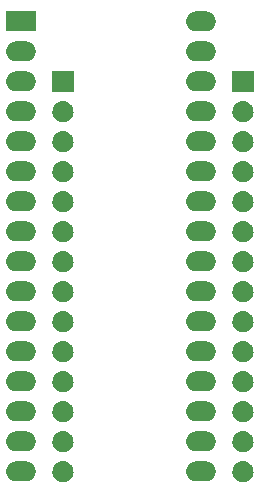
<source format=gbr>
%TF.GenerationSoftware,KiCad,Pcbnew,7.0.9*%
%TF.CreationDate,2023-12-21T11:34:42+00:00*%
%TF.ProjectId,flash-rom-expansion,666c6173-682d-4726-9f6d-2d657870616e,0*%
%TF.SameCoordinates,Original*%
%TF.FileFunction,Soldermask,Top*%
%TF.FilePolarity,Negative*%
%FSLAX46Y46*%
G04 Gerber Fmt 4.6, Leading zero omitted, Abs format (unit mm)*
G04 Created by KiCad (PCBNEW 7.0.9) date 2023-12-21 11:34:42*
%MOMM*%
%LPD*%
G01*
G04 APERTURE LIST*
G04 APERTURE END LIST*
G36*
X142717983Y-119729936D02*
G01*
X142768180Y-119729936D01*
X142811524Y-119739149D01*
X142849659Y-119742905D01*
X142897566Y-119757437D01*
X142952424Y-119769098D01*
X142987530Y-119784728D01*
X143018566Y-119794143D01*
X143067884Y-119820504D01*
X143124500Y-119845711D01*
X143150822Y-119864835D01*
X143174232Y-119877348D01*
X143221988Y-119916540D01*
X143276887Y-119956427D01*
X143294711Y-119976223D01*
X143310675Y-119989324D01*
X143353572Y-120041594D01*
X143402924Y-120096405D01*
X143413292Y-120114363D01*
X143422651Y-120125767D01*
X143457273Y-120190542D01*
X143497104Y-120259530D01*
X143501685Y-120273630D01*
X143505856Y-120281433D01*
X143528852Y-120357242D01*
X143555311Y-120438672D01*
X143556242Y-120447532D01*
X143557094Y-120450340D01*
X143565384Y-120534513D01*
X143575000Y-120626000D01*
X143565383Y-120717494D01*
X143557094Y-120801659D01*
X143556242Y-120804466D01*
X143555311Y-120813328D01*
X143528848Y-120894771D01*
X143505856Y-120970566D01*
X143501686Y-120978366D01*
X143497104Y-120992470D01*
X143457266Y-121061470D01*
X143422651Y-121126232D01*
X143413294Y-121137633D01*
X143402924Y-121155595D01*
X143353563Y-121210415D01*
X143310675Y-121262675D01*
X143294714Y-121275773D01*
X143276887Y-121295573D01*
X143221977Y-121335467D01*
X143174232Y-121374651D01*
X143150827Y-121387161D01*
X143124500Y-121406289D01*
X143067873Y-121431500D01*
X143018566Y-121457856D01*
X142987537Y-121467268D01*
X142952424Y-121482902D01*
X142897555Y-121494564D01*
X142849659Y-121509094D01*
X142811532Y-121512849D01*
X142768180Y-121522064D01*
X142717973Y-121522064D01*
X142674000Y-121526395D01*
X142630027Y-121522064D01*
X142579820Y-121522064D01*
X142536467Y-121512849D01*
X142498340Y-121509094D01*
X142450441Y-121494563D01*
X142395576Y-121482902D01*
X142360464Y-121467269D01*
X142329433Y-121457856D01*
X142280120Y-121431498D01*
X142223500Y-121406289D01*
X142197175Y-121387163D01*
X142173767Y-121374651D01*
X142126013Y-121335460D01*
X142071113Y-121295573D01*
X142053287Y-121275776D01*
X142037324Y-121262675D01*
X141994425Y-121210402D01*
X141945076Y-121155595D01*
X141934708Y-121137637D01*
X141925348Y-121126232D01*
X141890719Y-121061447D01*
X141850896Y-120992470D01*
X141846315Y-120978371D01*
X141842143Y-120970566D01*
X141819136Y-120894725D01*
X141792689Y-120813328D01*
X141791758Y-120804471D01*
X141790905Y-120801659D01*
X141782600Y-120717342D01*
X141773000Y-120626000D01*
X141782599Y-120534664D01*
X141790905Y-120450340D01*
X141791758Y-120447527D01*
X141792689Y-120438672D01*
X141819132Y-120357288D01*
X141842143Y-120281433D01*
X141846315Y-120273626D01*
X141850896Y-120259530D01*
X141890712Y-120190565D01*
X141925348Y-120125767D01*
X141934710Y-120114359D01*
X141945076Y-120096405D01*
X141994416Y-120041607D01*
X142037324Y-119989324D01*
X142053291Y-119976219D01*
X142071113Y-119956427D01*
X142126002Y-119916546D01*
X142173767Y-119877348D01*
X142197180Y-119864833D01*
X142223500Y-119845711D01*
X142280109Y-119820506D01*
X142329433Y-119794143D01*
X142360471Y-119784727D01*
X142395576Y-119769098D01*
X142450430Y-119757438D01*
X142498340Y-119742905D01*
X142536476Y-119739148D01*
X142579820Y-119729936D01*
X142630016Y-119729936D01*
X142674000Y-119725604D01*
X142717983Y-119729936D01*
G37*
G36*
X157957983Y-119729936D02*
G01*
X158008180Y-119729936D01*
X158051524Y-119739149D01*
X158089659Y-119742905D01*
X158137566Y-119757437D01*
X158192424Y-119769098D01*
X158227530Y-119784728D01*
X158258566Y-119794143D01*
X158307884Y-119820504D01*
X158364500Y-119845711D01*
X158390822Y-119864835D01*
X158414232Y-119877348D01*
X158461988Y-119916540D01*
X158516887Y-119956427D01*
X158534711Y-119976223D01*
X158550675Y-119989324D01*
X158593572Y-120041594D01*
X158642924Y-120096405D01*
X158653292Y-120114363D01*
X158662651Y-120125767D01*
X158697273Y-120190542D01*
X158737104Y-120259530D01*
X158741685Y-120273630D01*
X158745856Y-120281433D01*
X158768852Y-120357242D01*
X158795311Y-120438672D01*
X158796242Y-120447532D01*
X158797094Y-120450340D01*
X158805384Y-120534513D01*
X158815000Y-120626000D01*
X158805383Y-120717494D01*
X158797094Y-120801659D01*
X158796242Y-120804466D01*
X158795311Y-120813328D01*
X158768848Y-120894771D01*
X158745856Y-120970566D01*
X158741686Y-120978366D01*
X158737104Y-120992470D01*
X158697266Y-121061470D01*
X158662651Y-121126232D01*
X158653294Y-121137633D01*
X158642924Y-121155595D01*
X158593563Y-121210415D01*
X158550675Y-121262675D01*
X158534714Y-121275773D01*
X158516887Y-121295573D01*
X158461977Y-121335467D01*
X158414232Y-121374651D01*
X158390827Y-121387161D01*
X158364500Y-121406289D01*
X158307873Y-121431500D01*
X158258566Y-121457856D01*
X158227537Y-121467268D01*
X158192424Y-121482902D01*
X158137555Y-121494564D01*
X158089659Y-121509094D01*
X158051532Y-121512849D01*
X158008180Y-121522064D01*
X157957973Y-121522064D01*
X157914000Y-121526395D01*
X157870027Y-121522064D01*
X157819820Y-121522064D01*
X157776467Y-121512849D01*
X157738340Y-121509094D01*
X157690441Y-121494563D01*
X157635576Y-121482902D01*
X157600464Y-121467269D01*
X157569433Y-121457856D01*
X157520120Y-121431498D01*
X157463500Y-121406289D01*
X157437175Y-121387163D01*
X157413767Y-121374651D01*
X157366013Y-121335460D01*
X157311113Y-121295573D01*
X157293287Y-121275776D01*
X157277324Y-121262675D01*
X157234425Y-121210402D01*
X157185076Y-121155595D01*
X157174708Y-121137637D01*
X157165348Y-121126232D01*
X157130719Y-121061447D01*
X157090896Y-120992470D01*
X157086315Y-120978371D01*
X157082143Y-120970566D01*
X157059136Y-120894725D01*
X157032689Y-120813328D01*
X157031758Y-120804471D01*
X157030905Y-120801659D01*
X157022600Y-120717342D01*
X157013000Y-120626000D01*
X157022599Y-120534664D01*
X157030905Y-120450340D01*
X157031758Y-120447527D01*
X157032689Y-120438672D01*
X157059132Y-120357288D01*
X157082143Y-120281433D01*
X157086315Y-120273626D01*
X157090896Y-120259530D01*
X157130712Y-120190565D01*
X157165348Y-120125767D01*
X157174710Y-120114359D01*
X157185076Y-120096405D01*
X157234416Y-120041607D01*
X157277324Y-119989324D01*
X157293291Y-119976219D01*
X157311113Y-119956427D01*
X157366002Y-119916546D01*
X157413767Y-119877348D01*
X157437180Y-119864833D01*
X157463500Y-119845711D01*
X157520109Y-119820506D01*
X157569433Y-119794143D01*
X157600471Y-119784727D01*
X157635576Y-119769098D01*
X157690430Y-119757438D01*
X157738340Y-119742905D01*
X157776476Y-119739148D01*
X157819820Y-119729936D01*
X157870016Y-119729936D01*
X157914000Y-119725604D01*
X157957983Y-119729936D01*
G37*
G36*
X139563979Y-119757493D02*
G01*
X139600906Y-119759366D01*
X139601761Y-119759541D01*
X139610009Y-119759989D01*
X139695379Y-119778780D01*
X139772562Y-119794641D01*
X139777958Y-119796956D01*
X139789726Y-119799547D01*
X139863110Y-119833498D01*
X139930677Y-119862494D01*
X139940381Y-119869248D01*
X139956736Y-119876815D01*
X140016216Y-119922030D01*
X140071901Y-119960788D01*
X140084143Y-119973667D01*
X140103232Y-119988178D01*
X140147695Y-120040524D01*
X140190437Y-120085489D01*
X140202975Y-120105605D01*
X140222363Y-120128430D01*
X140251738Y-120183837D01*
X140281453Y-120231510D01*
X140291742Y-120259293D01*
X140308559Y-120291012D01*
X140323739Y-120345686D01*
X140341208Y-120392854D01*
X140346591Y-120427992D01*
X140357789Y-120468324D01*
X140360538Y-120519035D01*
X140367263Y-120562929D01*
X140365163Y-120604329D01*
X140367752Y-120652072D01*
X140360497Y-120696319D01*
X140358548Y-120734768D01*
X140346680Y-120780605D01*
X140337981Y-120833667D01*
X140323589Y-120869787D01*
X140315422Y-120901332D01*
X140291978Y-120949124D01*
X140269869Y-121004616D01*
X140251389Y-121031870D01*
X140239648Y-121055808D01*
X140203475Y-121102539D01*
X140166600Y-121156926D01*
X140147020Y-121175472D01*
X140134331Y-121191866D01*
X140085067Y-121234157D01*
X140033003Y-121283475D01*
X140015003Y-121294305D01*
X140003780Y-121303940D01*
X139941987Y-121338237D01*
X139875326Y-121378347D01*
X139861071Y-121383149D01*
X139853344Y-121387439D01*
X139780639Y-121410250D01*
X139700940Y-121437104D01*
X139691927Y-121438084D01*
X139689174Y-121438948D01*
X139609295Y-121447070D01*
X139518000Y-121457000D01*
X139511657Y-121457000D01*
X138721177Y-121457000D01*
X138718000Y-121457000D01*
X138671865Y-121454498D01*
X138635093Y-121452633D01*
X138634243Y-121452458D01*
X138625991Y-121452011D01*
X138540566Y-121433207D01*
X138463437Y-121417358D01*
X138458044Y-121415043D01*
X138446274Y-121412453D01*
X138372872Y-121378493D01*
X138305322Y-121349505D01*
X138295619Y-121342752D01*
X138279264Y-121335185D01*
X138219778Y-121289965D01*
X138164098Y-121251211D01*
X138151855Y-121238332D01*
X138132768Y-121223822D01*
X138088304Y-121171475D01*
X138045562Y-121126510D01*
X138033022Y-121106392D01*
X138013637Y-121083570D01*
X137984263Y-121028166D01*
X137954546Y-120980489D01*
X137944255Y-120952702D01*
X137927441Y-120920988D01*
X137912262Y-120866320D01*
X137894791Y-120819145D01*
X137889406Y-120784000D01*
X137878211Y-120743676D01*
X137875461Y-120692973D01*
X137868736Y-120649070D01*
X137870836Y-120607660D01*
X137868248Y-120559928D01*
X137875500Y-120515689D01*
X137877451Y-120477231D01*
X137889322Y-120431381D01*
X137898019Y-120378333D01*
X137912407Y-120342221D01*
X137920577Y-120310667D01*
X137944027Y-120262859D01*
X137966131Y-120207384D01*
X137984604Y-120180137D01*
X137996351Y-120156191D01*
X138032537Y-120109442D01*
X138069400Y-120055074D01*
X138088972Y-120036533D01*
X138101668Y-120020133D01*
X138150953Y-119977823D01*
X138202997Y-119928525D01*
X138220989Y-119917699D01*
X138232219Y-119908059D01*
X138294045Y-119873742D01*
X138360674Y-119833653D01*
X138374921Y-119828852D01*
X138382655Y-119824560D01*
X138455417Y-119801730D01*
X138535060Y-119774896D01*
X138544066Y-119773916D01*
X138546825Y-119773051D01*
X138626790Y-119764919D01*
X138718000Y-119755000D01*
X139518000Y-119755000D01*
X139563979Y-119757493D01*
G37*
G36*
X154803979Y-119757493D02*
G01*
X154840906Y-119759366D01*
X154841761Y-119759541D01*
X154850009Y-119759989D01*
X154935379Y-119778780D01*
X155012562Y-119794641D01*
X155017958Y-119796956D01*
X155029726Y-119799547D01*
X155103110Y-119833498D01*
X155170677Y-119862494D01*
X155180381Y-119869248D01*
X155196736Y-119876815D01*
X155256216Y-119922030D01*
X155311901Y-119960788D01*
X155324143Y-119973667D01*
X155343232Y-119988178D01*
X155387695Y-120040524D01*
X155430437Y-120085489D01*
X155442975Y-120105605D01*
X155462363Y-120128430D01*
X155491738Y-120183837D01*
X155521453Y-120231510D01*
X155531742Y-120259293D01*
X155548559Y-120291012D01*
X155563739Y-120345686D01*
X155581208Y-120392854D01*
X155586591Y-120427992D01*
X155597789Y-120468324D01*
X155600538Y-120519035D01*
X155607263Y-120562929D01*
X155605163Y-120604329D01*
X155607752Y-120652072D01*
X155600497Y-120696319D01*
X155598548Y-120734768D01*
X155586680Y-120780605D01*
X155577981Y-120833667D01*
X155563589Y-120869787D01*
X155555422Y-120901332D01*
X155531978Y-120949124D01*
X155509869Y-121004616D01*
X155491389Y-121031870D01*
X155479648Y-121055808D01*
X155443475Y-121102539D01*
X155406600Y-121156926D01*
X155387020Y-121175472D01*
X155374331Y-121191866D01*
X155325067Y-121234157D01*
X155273003Y-121283475D01*
X155255003Y-121294305D01*
X155243780Y-121303940D01*
X155181987Y-121338237D01*
X155115326Y-121378347D01*
X155101071Y-121383149D01*
X155093344Y-121387439D01*
X155020639Y-121410250D01*
X154940940Y-121437104D01*
X154931927Y-121438084D01*
X154929174Y-121438948D01*
X154849295Y-121447070D01*
X154758000Y-121457000D01*
X154751657Y-121457000D01*
X153961177Y-121457000D01*
X153958000Y-121457000D01*
X153911865Y-121454498D01*
X153875093Y-121452633D01*
X153874243Y-121452458D01*
X153865991Y-121452011D01*
X153780566Y-121433207D01*
X153703437Y-121417358D01*
X153698044Y-121415043D01*
X153686274Y-121412453D01*
X153612872Y-121378493D01*
X153545322Y-121349505D01*
X153535619Y-121342752D01*
X153519264Y-121335185D01*
X153459778Y-121289965D01*
X153404098Y-121251211D01*
X153391855Y-121238332D01*
X153372768Y-121223822D01*
X153328304Y-121171475D01*
X153285562Y-121126510D01*
X153273022Y-121106392D01*
X153253637Y-121083570D01*
X153224263Y-121028166D01*
X153194546Y-120980489D01*
X153184255Y-120952702D01*
X153167441Y-120920988D01*
X153152262Y-120866320D01*
X153134791Y-120819145D01*
X153129406Y-120784000D01*
X153118211Y-120743676D01*
X153115461Y-120692973D01*
X153108736Y-120649070D01*
X153110836Y-120607660D01*
X153108248Y-120559928D01*
X153115500Y-120515689D01*
X153117451Y-120477231D01*
X153129322Y-120431381D01*
X153138019Y-120378333D01*
X153152407Y-120342221D01*
X153160577Y-120310667D01*
X153184027Y-120262859D01*
X153206131Y-120207384D01*
X153224604Y-120180137D01*
X153236351Y-120156191D01*
X153272537Y-120109442D01*
X153309400Y-120055074D01*
X153328972Y-120036533D01*
X153341668Y-120020133D01*
X153390953Y-119977823D01*
X153442997Y-119928525D01*
X153460989Y-119917699D01*
X153472219Y-119908059D01*
X153534045Y-119873742D01*
X153600674Y-119833653D01*
X153614921Y-119828852D01*
X153622655Y-119824560D01*
X153695417Y-119801730D01*
X153775060Y-119774896D01*
X153784066Y-119773916D01*
X153786825Y-119773051D01*
X153866790Y-119764919D01*
X153958000Y-119755000D01*
X154758000Y-119755000D01*
X154803979Y-119757493D01*
G37*
G36*
X142717983Y-117189936D02*
G01*
X142768180Y-117189936D01*
X142811524Y-117199149D01*
X142849659Y-117202905D01*
X142897566Y-117217437D01*
X142952424Y-117229098D01*
X142987530Y-117244728D01*
X143018566Y-117254143D01*
X143067884Y-117280504D01*
X143124500Y-117305711D01*
X143150822Y-117324835D01*
X143174232Y-117337348D01*
X143221988Y-117376540D01*
X143276887Y-117416427D01*
X143294711Y-117436223D01*
X143310675Y-117449324D01*
X143353572Y-117501594D01*
X143402924Y-117556405D01*
X143413292Y-117574363D01*
X143422651Y-117585767D01*
X143457273Y-117650542D01*
X143497104Y-117719530D01*
X143501685Y-117733630D01*
X143505856Y-117741433D01*
X143528852Y-117817242D01*
X143555311Y-117898672D01*
X143556242Y-117907532D01*
X143557094Y-117910340D01*
X143565384Y-117994513D01*
X143575000Y-118086000D01*
X143565383Y-118177494D01*
X143557094Y-118261659D01*
X143556242Y-118264466D01*
X143555311Y-118273328D01*
X143528848Y-118354771D01*
X143505856Y-118430566D01*
X143501686Y-118438366D01*
X143497104Y-118452470D01*
X143457266Y-118521470D01*
X143422651Y-118586232D01*
X143413294Y-118597633D01*
X143402924Y-118615595D01*
X143353563Y-118670415D01*
X143310675Y-118722675D01*
X143294714Y-118735773D01*
X143276887Y-118755573D01*
X143221977Y-118795467D01*
X143174232Y-118834651D01*
X143150827Y-118847161D01*
X143124500Y-118866289D01*
X143067873Y-118891500D01*
X143018566Y-118917856D01*
X142987537Y-118927268D01*
X142952424Y-118942902D01*
X142897555Y-118954564D01*
X142849659Y-118969094D01*
X142811532Y-118972849D01*
X142768180Y-118982064D01*
X142717973Y-118982064D01*
X142674000Y-118986395D01*
X142630027Y-118982064D01*
X142579820Y-118982064D01*
X142536467Y-118972849D01*
X142498340Y-118969094D01*
X142450441Y-118954563D01*
X142395576Y-118942902D01*
X142360464Y-118927269D01*
X142329433Y-118917856D01*
X142280120Y-118891498D01*
X142223500Y-118866289D01*
X142197175Y-118847163D01*
X142173767Y-118834651D01*
X142126013Y-118795460D01*
X142071113Y-118755573D01*
X142053287Y-118735776D01*
X142037324Y-118722675D01*
X141994425Y-118670402D01*
X141945076Y-118615595D01*
X141934708Y-118597637D01*
X141925348Y-118586232D01*
X141890719Y-118521447D01*
X141850896Y-118452470D01*
X141846315Y-118438371D01*
X141842143Y-118430566D01*
X141819136Y-118354725D01*
X141792689Y-118273328D01*
X141791758Y-118264471D01*
X141790905Y-118261659D01*
X141782600Y-118177342D01*
X141773000Y-118086000D01*
X141782599Y-117994664D01*
X141790905Y-117910340D01*
X141791758Y-117907527D01*
X141792689Y-117898672D01*
X141819132Y-117817288D01*
X141842143Y-117741433D01*
X141846315Y-117733626D01*
X141850896Y-117719530D01*
X141890712Y-117650565D01*
X141925348Y-117585767D01*
X141934710Y-117574359D01*
X141945076Y-117556405D01*
X141994416Y-117501607D01*
X142037324Y-117449324D01*
X142053291Y-117436219D01*
X142071113Y-117416427D01*
X142126002Y-117376546D01*
X142173767Y-117337348D01*
X142197180Y-117324833D01*
X142223500Y-117305711D01*
X142280109Y-117280506D01*
X142329433Y-117254143D01*
X142360471Y-117244727D01*
X142395576Y-117229098D01*
X142450430Y-117217438D01*
X142498340Y-117202905D01*
X142536476Y-117199148D01*
X142579820Y-117189936D01*
X142630016Y-117189936D01*
X142674000Y-117185604D01*
X142717983Y-117189936D01*
G37*
G36*
X157957983Y-117189936D02*
G01*
X158008180Y-117189936D01*
X158051524Y-117199149D01*
X158089659Y-117202905D01*
X158137566Y-117217437D01*
X158192424Y-117229098D01*
X158227530Y-117244728D01*
X158258566Y-117254143D01*
X158307884Y-117280504D01*
X158364500Y-117305711D01*
X158390822Y-117324835D01*
X158414232Y-117337348D01*
X158461988Y-117376540D01*
X158516887Y-117416427D01*
X158534711Y-117436223D01*
X158550675Y-117449324D01*
X158593572Y-117501594D01*
X158642924Y-117556405D01*
X158653292Y-117574363D01*
X158662651Y-117585767D01*
X158697273Y-117650542D01*
X158737104Y-117719530D01*
X158741685Y-117733630D01*
X158745856Y-117741433D01*
X158768852Y-117817242D01*
X158795311Y-117898672D01*
X158796242Y-117907532D01*
X158797094Y-117910340D01*
X158805384Y-117994513D01*
X158815000Y-118086000D01*
X158805383Y-118177494D01*
X158797094Y-118261659D01*
X158796242Y-118264466D01*
X158795311Y-118273328D01*
X158768848Y-118354771D01*
X158745856Y-118430566D01*
X158741686Y-118438366D01*
X158737104Y-118452470D01*
X158697266Y-118521470D01*
X158662651Y-118586232D01*
X158653294Y-118597633D01*
X158642924Y-118615595D01*
X158593563Y-118670415D01*
X158550675Y-118722675D01*
X158534714Y-118735773D01*
X158516887Y-118755573D01*
X158461977Y-118795467D01*
X158414232Y-118834651D01*
X158390827Y-118847161D01*
X158364500Y-118866289D01*
X158307873Y-118891500D01*
X158258566Y-118917856D01*
X158227537Y-118927268D01*
X158192424Y-118942902D01*
X158137555Y-118954564D01*
X158089659Y-118969094D01*
X158051532Y-118972849D01*
X158008180Y-118982064D01*
X157957973Y-118982064D01*
X157914000Y-118986395D01*
X157870027Y-118982064D01*
X157819820Y-118982064D01*
X157776467Y-118972849D01*
X157738340Y-118969094D01*
X157690441Y-118954563D01*
X157635576Y-118942902D01*
X157600464Y-118927269D01*
X157569433Y-118917856D01*
X157520120Y-118891498D01*
X157463500Y-118866289D01*
X157437175Y-118847163D01*
X157413767Y-118834651D01*
X157366013Y-118795460D01*
X157311113Y-118755573D01*
X157293287Y-118735776D01*
X157277324Y-118722675D01*
X157234425Y-118670402D01*
X157185076Y-118615595D01*
X157174708Y-118597637D01*
X157165348Y-118586232D01*
X157130719Y-118521447D01*
X157090896Y-118452470D01*
X157086315Y-118438371D01*
X157082143Y-118430566D01*
X157059136Y-118354725D01*
X157032689Y-118273328D01*
X157031758Y-118264471D01*
X157030905Y-118261659D01*
X157022600Y-118177342D01*
X157013000Y-118086000D01*
X157022599Y-117994664D01*
X157030905Y-117910340D01*
X157031758Y-117907527D01*
X157032689Y-117898672D01*
X157059132Y-117817288D01*
X157082143Y-117741433D01*
X157086315Y-117733626D01*
X157090896Y-117719530D01*
X157130712Y-117650565D01*
X157165348Y-117585767D01*
X157174710Y-117574359D01*
X157185076Y-117556405D01*
X157234416Y-117501607D01*
X157277324Y-117449324D01*
X157293291Y-117436219D01*
X157311113Y-117416427D01*
X157366002Y-117376546D01*
X157413767Y-117337348D01*
X157437180Y-117324833D01*
X157463500Y-117305711D01*
X157520109Y-117280506D01*
X157569433Y-117254143D01*
X157600471Y-117244727D01*
X157635576Y-117229098D01*
X157690430Y-117217438D01*
X157738340Y-117202905D01*
X157776476Y-117199148D01*
X157819820Y-117189936D01*
X157870016Y-117189936D01*
X157914000Y-117185604D01*
X157957983Y-117189936D01*
G37*
G36*
X139563979Y-117217493D02*
G01*
X139600906Y-117219366D01*
X139601761Y-117219541D01*
X139610009Y-117219989D01*
X139695379Y-117238780D01*
X139772562Y-117254641D01*
X139777958Y-117256956D01*
X139789726Y-117259547D01*
X139863110Y-117293498D01*
X139930677Y-117322494D01*
X139940381Y-117329248D01*
X139956736Y-117336815D01*
X140016216Y-117382030D01*
X140071901Y-117420788D01*
X140084143Y-117433667D01*
X140103232Y-117448178D01*
X140147695Y-117500524D01*
X140190437Y-117545489D01*
X140202975Y-117565605D01*
X140222363Y-117588430D01*
X140251738Y-117643837D01*
X140281453Y-117691510D01*
X140291742Y-117719293D01*
X140308559Y-117751012D01*
X140323739Y-117805686D01*
X140341208Y-117852854D01*
X140346591Y-117887992D01*
X140357789Y-117928324D01*
X140360538Y-117979035D01*
X140367263Y-118022929D01*
X140365163Y-118064329D01*
X140367752Y-118112072D01*
X140360497Y-118156319D01*
X140358548Y-118194768D01*
X140346680Y-118240605D01*
X140337981Y-118293667D01*
X140323589Y-118329787D01*
X140315422Y-118361332D01*
X140291978Y-118409124D01*
X140269869Y-118464616D01*
X140251389Y-118491870D01*
X140239648Y-118515808D01*
X140203475Y-118562539D01*
X140166600Y-118616926D01*
X140147020Y-118635472D01*
X140134331Y-118651866D01*
X140085067Y-118694157D01*
X140033003Y-118743475D01*
X140015003Y-118754305D01*
X140003780Y-118763940D01*
X139941987Y-118798237D01*
X139875326Y-118838347D01*
X139861071Y-118843149D01*
X139853344Y-118847439D01*
X139780639Y-118870250D01*
X139700940Y-118897104D01*
X139691927Y-118898084D01*
X139689174Y-118898948D01*
X139609295Y-118907070D01*
X139518000Y-118917000D01*
X139511657Y-118917000D01*
X138721177Y-118917000D01*
X138718000Y-118917000D01*
X138671865Y-118914498D01*
X138635093Y-118912633D01*
X138634243Y-118912458D01*
X138625991Y-118912011D01*
X138540566Y-118893207D01*
X138463437Y-118877358D01*
X138458044Y-118875043D01*
X138446274Y-118872453D01*
X138372872Y-118838493D01*
X138305322Y-118809505D01*
X138295619Y-118802752D01*
X138279264Y-118795185D01*
X138219778Y-118749965D01*
X138164098Y-118711211D01*
X138151855Y-118698332D01*
X138132768Y-118683822D01*
X138088304Y-118631475D01*
X138045562Y-118586510D01*
X138033022Y-118566392D01*
X138013637Y-118543570D01*
X137984263Y-118488166D01*
X137954546Y-118440489D01*
X137944255Y-118412702D01*
X137927441Y-118380988D01*
X137912262Y-118326320D01*
X137894791Y-118279145D01*
X137889406Y-118244000D01*
X137878211Y-118203676D01*
X137875461Y-118152973D01*
X137868736Y-118109070D01*
X137870836Y-118067660D01*
X137868248Y-118019928D01*
X137875500Y-117975689D01*
X137877451Y-117937231D01*
X137889322Y-117891381D01*
X137898019Y-117838333D01*
X137912407Y-117802221D01*
X137920577Y-117770667D01*
X137944027Y-117722859D01*
X137966131Y-117667384D01*
X137984604Y-117640137D01*
X137996351Y-117616191D01*
X138032537Y-117569442D01*
X138069400Y-117515074D01*
X138088972Y-117496533D01*
X138101668Y-117480133D01*
X138150953Y-117437823D01*
X138202997Y-117388525D01*
X138220989Y-117377699D01*
X138232219Y-117368059D01*
X138294045Y-117333742D01*
X138360674Y-117293653D01*
X138374921Y-117288852D01*
X138382655Y-117284560D01*
X138455417Y-117261730D01*
X138535060Y-117234896D01*
X138544066Y-117233916D01*
X138546825Y-117233051D01*
X138626790Y-117224919D01*
X138718000Y-117215000D01*
X139518000Y-117215000D01*
X139563979Y-117217493D01*
G37*
G36*
X154803979Y-117217493D02*
G01*
X154840906Y-117219366D01*
X154841761Y-117219541D01*
X154850009Y-117219989D01*
X154935379Y-117238780D01*
X155012562Y-117254641D01*
X155017958Y-117256956D01*
X155029726Y-117259547D01*
X155103110Y-117293498D01*
X155170677Y-117322494D01*
X155180381Y-117329248D01*
X155196736Y-117336815D01*
X155256216Y-117382030D01*
X155311901Y-117420788D01*
X155324143Y-117433667D01*
X155343232Y-117448178D01*
X155387695Y-117500524D01*
X155430437Y-117545489D01*
X155442975Y-117565605D01*
X155462363Y-117588430D01*
X155491738Y-117643837D01*
X155521453Y-117691510D01*
X155531742Y-117719293D01*
X155548559Y-117751012D01*
X155563739Y-117805686D01*
X155581208Y-117852854D01*
X155586591Y-117887992D01*
X155597789Y-117928324D01*
X155600538Y-117979035D01*
X155607263Y-118022929D01*
X155605163Y-118064329D01*
X155607752Y-118112072D01*
X155600497Y-118156319D01*
X155598548Y-118194768D01*
X155586680Y-118240605D01*
X155577981Y-118293667D01*
X155563589Y-118329787D01*
X155555422Y-118361332D01*
X155531978Y-118409124D01*
X155509869Y-118464616D01*
X155491389Y-118491870D01*
X155479648Y-118515808D01*
X155443475Y-118562539D01*
X155406600Y-118616926D01*
X155387020Y-118635472D01*
X155374331Y-118651866D01*
X155325067Y-118694157D01*
X155273003Y-118743475D01*
X155255003Y-118754305D01*
X155243780Y-118763940D01*
X155181987Y-118798237D01*
X155115326Y-118838347D01*
X155101071Y-118843149D01*
X155093344Y-118847439D01*
X155020639Y-118870250D01*
X154940940Y-118897104D01*
X154931927Y-118898084D01*
X154929174Y-118898948D01*
X154849295Y-118907070D01*
X154758000Y-118917000D01*
X154751657Y-118917000D01*
X153961177Y-118917000D01*
X153958000Y-118917000D01*
X153911865Y-118914498D01*
X153875093Y-118912633D01*
X153874243Y-118912458D01*
X153865991Y-118912011D01*
X153780566Y-118893207D01*
X153703437Y-118877358D01*
X153698044Y-118875043D01*
X153686274Y-118872453D01*
X153612872Y-118838493D01*
X153545322Y-118809505D01*
X153535619Y-118802752D01*
X153519264Y-118795185D01*
X153459778Y-118749965D01*
X153404098Y-118711211D01*
X153391855Y-118698332D01*
X153372768Y-118683822D01*
X153328304Y-118631475D01*
X153285562Y-118586510D01*
X153273022Y-118566392D01*
X153253637Y-118543570D01*
X153224263Y-118488166D01*
X153194546Y-118440489D01*
X153184255Y-118412702D01*
X153167441Y-118380988D01*
X153152262Y-118326320D01*
X153134791Y-118279145D01*
X153129406Y-118244000D01*
X153118211Y-118203676D01*
X153115461Y-118152973D01*
X153108736Y-118109070D01*
X153110836Y-118067660D01*
X153108248Y-118019928D01*
X153115500Y-117975689D01*
X153117451Y-117937231D01*
X153129322Y-117891381D01*
X153138019Y-117838333D01*
X153152407Y-117802221D01*
X153160577Y-117770667D01*
X153184027Y-117722859D01*
X153206131Y-117667384D01*
X153224604Y-117640137D01*
X153236351Y-117616191D01*
X153272537Y-117569442D01*
X153309400Y-117515074D01*
X153328972Y-117496533D01*
X153341668Y-117480133D01*
X153390953Y-117437823D01*
X153442997Y-117388525D01*
X153460989Y-117377699D01*
X153472219Y-117368059D01*
X153534045Y-117333742D01*
X153600674Y-117293653D01*
X153614921Y-117288852D01*
X153622655Y-117284560D01*
X153695417Y-117261730D01*
X153775060Y-117234896D01*
X153784066Y-117233916D01*
X153786825Y-117233051D01*
X153866790Y-117224919D01*
X153958000Y-117215000D01*
X154758000Y-117215000D01*
X154803979Y-117217493D01*
G37*
G36*
X142717983Y-114649936D02*
G01*
X142768180Y-114649936D01*
X142811524Y-114659149D01*
X142849659Y-114662905D01*
X142897566Y-114677437D01*
X142952424Y-114689098D01*
X142987530Y-114704728D01*
X143018566Y-114714143D01*
X143067884Y-114740504D01*
X143124500Y-114765711D01*
X143150822Y-114784835D01*
X143174232Y-114797348D01*
X143221988Y-114836540D01*
X143276887Y-114876427D01*
X143294711Y-114896223D01*
X143310675Y-114909324D01*
X143353572Y-114961594D01*
X143402924Y-115016405D01*
X143413292Y-115034363D01*
X143422651Y-115045767D01*
X143457273Y-115110542D01*
X143497104Y-115179530D01*
X143501685Y-115193630D01*
X143505856Y-115201433D01*
X143528852Y-115277242D01*
X143555311Y-115358672D01*
X143556242Y-115367532D01*
X143557094Y-115370340D01*
X143565384Y-115454513D01*
X143575000Y-115546000D01*
X143565383Y-115637494D01*
X143557094Y-115721659D01*
X143556242Y-115724466D01*
X143555311Y-115733328D01*
X143528848Y-115814771D01*
X143505856Y-115890566D01*
X143501686Y-115898366D01*
X143497104Y-115912470D01*
X143457266Y-115981470D01*
X143422651Y-116046232D01*
X143413294Y-116057633D01*
X143402924Y-116075595D01*
X143353563Y-116130415D01*
X143310675Y-116182675D01*
X143294714Y-116195773D01*
X143276887Y-116215573D01*
X143221977Y-116255467D01*
X143174232Y-116294651D01*
X143150827Y-116307161D01*
X143124500Y-116326289D01*
X143067873Y-116351500D01*
X143018566Y-116377856D01*
X142987537Y-116387268D01*
X142952424Y-116402902D01*
X142897555Y-116414564D01*
X142849659Y-116429094D01*
X142811532Y-116432849D01*
X142768180Y-116442064D01*
X142717973Y-116442064D01*
X142674000Y-116446395D01*
X142630027Y-116442064D01*
X142579820Y-116442064D01*
X142536467Y-116432849D01*
X142498340Y-116429094D01*
X142450441Y-116414563D01*
X142395576Y-116402902D01*
X142360464Y-116387269D01*
X142329433Y-116377856D01*
X142280120Y-116351498D01*
X142223500Y-116326289D01*
X142197175Y-116307163D01*
X142173767Y-116294651D01*
X142126013Y-116255460D01*
X142071113Y-116215573D01*
X142053287Y-116195776D01*
X142037324Y-116182675D01*
X141994425Y-116130402D01*
X141945076Y-116075595D01*
X141934708Y-116057637D01*
X141925348Y-116046232D01*
X141890719Y-115981447D01*
X141850896Y-115912470D01*
X141846315Y-115898371D01*
X141842143Y-115890566D01*
X141819136Y-115814725D01*
X141792689Y-115733328D01*
X141791758Y-115724471D01*
X141790905Y-115721659D01*
X141782600Y-115637342D01*
X141773000Y-115546000D01*
X141782599Y-115454664D01*
X141790905Y-115370340D01*
X141791758Y-115367527D01*
X141792689Y-115358672D01*
X141819132Y-115277288D01*
X141842143Y-115201433D01*
X141846315Y-115193626D01*
X141850896Y-115179530D01*
X141890712Y-115110565D01*
X141925348Y-115045767D01*
X141934710Y-115034359D01*
X141945076Y-115016405D01*
X141994416Y-114961607D01*
X142037324Y-114909324D01*
X142053291Y-114896219D01*
X142071113Y-114876427D01*
X142126002Y-114836546D01*
X142173767Y-114797348D01*
X142197180Y-114784833D01*
X142223500Y-114765711D01*
X142280109Y-114740506D01*
X142329433Y-114714143D01*
X142360471Y-114704727D01*
X142395576Y-114689098D01*
X142450430Y-114677438D01*
X142498340Y-114662905D01*
X142536476Y-114659148D01*
X142579820Y-114649936D01*
X142630016Y-114649936D01*
X142674000Y-114645604D01*
X142717983Y-114649936D01*
G37*
G36*
X157957983Y-114649936D02*
G01*
X158008180Y-114649936D01*
X158051524Y-114659149D01*
X158089659Y-114662905D01*
X158137566Y-114677437D01*
X158192424Y-114689098D01*
X158227530Y-114704728D01*
X158258566Y-114714143D01*
X158307884Y-114740504D01*
X158364500Y-114765711D01*
X158390822Y-114784835D01*
X158414232Y-114797348D01*
X158461988Y-114836540D01*
X158516887Y-114876427D01*
X158534711Y-114896223D01*
X158550675Y-114909324D01*
X158593572Y-114961594D01*
X158642924Y-115016405D01*
X158653292Y-115034363D01*
X158662651Y-115045767D01*
X158697273Y-115110542D01*
X158737104Y-115179530D01*
X158741685Y-115193630D01*
X158745856Y-115201433D01*
X158768852Y-115277242D01*
X158795311Y-115358672D01*
X158796242Y-115367532D01*
X158797094Y-115370340D01*
X158805384Y-115454513D01*
X158815000Y-115546000D01*
X158805383Y-115637494D01*
X158797094Y-115721659D01*
X158796242Y-115724466D01*
X158795311Y-115733328D01*
X158768848Y-115814771D01*
X158745856Y-115890566D01*
X158741686Y-115898366D01*
X158737104Y-115912470D01*
X158697266Y-115981470D01*
X158662651Y-116046232D01*
X158653294Y-116057633D01*
X158642924Y-116075595D01*
X158593563Y-116130415D01*
X158550675Y-116182675D01*
X158534714Y-116195773D01*
X158516887Y-116215573D01*
X158461977Y-116255467D01*
X158414232Y-116294651D01*
X158390827Y-116307161D01*
X158364500Y-116326289D01*
X158307873Y-116351500D01*
X158258566Y-116377856D01*
X158227537Y-116387268D01*
X158192424Y-116402902D01*
X158137555Y-116414564D01*
X158089659Y-116429094D01*
X158051532Y-116432849D01*
X158008180Y-116442064D01*
X157957973Y-116442064D01*
X157914000Y-116446395D01*
X157870027Y-116442064D01*
X157819820Y-116442064D01*
X157776467Y-116432849D01*
X157738340Y-116429094D01*
X157690441Y-116414563D01*
X157635576Y-116402902D01*
X157600464Y-116387269D01*
X157569433Y-116377856D01*
X157520120Y-116351498D01*
X157463500Y-116326289D01*
X157437175Y-116307163D01*
X157413767Y-116294651D01*
X157366013Y-116255460D01*
X157311113Y-116215573D01*
X157293287Y-116195776D01*
X157277324Y-116182675D01*
X157234425Y-116130402D01*
X157185076Y-116075595D01*
X157174708Y-116057637D01*
X157165348Y-116046232D01*
X157130719Y-115981447D01*
X157090896Y-115912470D01*
X157086315Y-115898371D01*
X157082143Y-115890566D01*
X157059136Y-115814725D01*
X157032689Y-115733328D01*
X157031758Y-115724471D01*
X157030905Y-115721659D01*
X157022600Y-115637342D01*
X157013000Y-115546000D01*
X157022599Y-115454664D01*
X157030905Y-115370340D01*
X157031758Y-115367527D01*
X157032689Y-115358672D01*
X157059132Y-115277288D01*
X157082143Y-115201433D01*
X157086315Y-115193626D01*
X157090896Y-115179530D01*
X157130712Y-115110565D01*
X157165348Y-115045767D01*
X157174710Y-115034359D01*
X157185076Y-115016405D01*
X157234416Y-114961607D01*
X157277324Y-114909324D01*
X157293291Y-114896219D01*
X157311113Y-114876427D01*
X157366002Y-114836546D01*
X157413767Y-114797348D01*
X157437180Y-114784833D01*
X157463500Y-114765711D01*
X157520109Y-114740506D01*
X157569433Y-114714143D01*
X157600471Y-114704727D01*
X157635576Y-114689098D01*
X157690430Y-114677438D01*
X157738340Y-114662905D01*
X157776476Y-114659148D01*
X157819820Y-114649936D01*
X157870016Y-114649936D01*
X157914000Y-114645604D01*
X157957983Y-114649936D01*
G37*
G36*
X139563979Y-114677493D02*
G01*
X139600906Y-114679366D01*
X139601761Y-114679541D01*
X139610009Y-114679989D01*
X139695379Y-114698780D01*
X139772562Y-114714641D01*
X139777958Y-114716956D01*
X139789726Y-114719547D01*
X139863110Y-114753498D01*
X139930677Y-114782494D01*
X139940381Y-114789248D01*
X139956736Y-114796815D01*
X140016216Y-114842030D01*
X140071901Y-114880788D01*
X140084143Y-114893667D01*
X140103232Y-114908178D01*
X140147695Y-114960524D01*
X140190437Y-115005489D01*
X140202975Y-115025605D01*
X140222363Y-115048430D01*
X140251738Y-115103837D01*
X140281453Y-115151510D01*
X140291742Y-115179293D01*
X140308559Y-115211012D01*
X140323739Y-115265686D01*
X140341208Y-115312854D01*
X140346591Y-115347992D01*
X140357789Y-115388324D01*
X140360538Y-115439035D01*
X140367263Y-115482929D01*
X140365163Y-115524329D01*
X140367752Y-115572072D01*
X140360497Y-115616319D01*
X140358548Y-115654768D01*
X140346680Y-115700605D01*
X140337981Y-115753667D01*
X140323589Y-115789787D01*
X140315422Y-115821332D01*
X140291978Y-115869124D01*
X140269869Y-115924616D01*
X140251389Y-115951870D01*
X140239648Y-115975808D01*
X140203475Y-116022539D01*
X140166600Y-116076926D01*
X140147020Y-116095472D01*
X140134331Y-116111866D01*
X140085067Y-116154157D01*
X140033003Y-116203475D01*
X140015003Y-116214305D01*
X140003780Y-116223940D01*
X139941987Y-116258237D01*
X139875326Y-116298347D01*
X139861071Y-116303149D01*
X139853344Y-116307439D01*
X139780639Y-116330250D01*
X139700940Y-116357104D01*
X139691927Y-116358084D01*
X139689174Y-116358948D01*
X139609295Y-116367070D01*
X139518000Y-116377000D01*
X139511657Y-116377000D01*
X138721177Y-116377000D01*
X138718000Y-116377000D01*
X138671865Y-116374498D01*
X138635093Y-116372633D01*
X138634243Y-116372458D01*
X138625991Y-116372011D01*
X138540566Y-116353207D01*
X138463437Y-116337358D01*
X138458044Y-116335043D01*
X138446274Y-116332453D01*
X138372872Y-116298493D01*
X138305322Y-116269505D01*
X138295619Y-116262752D01*
X138279264Y-116255185D01*
X138219778Y-116209965D01*
X138164098Y-116171211D01*
X138151855Y-116158332D01*
X138132768Y-116143822D01*
X138088304Y-116091475D01*
X138045562Y-116046510D01*
X138033022Y-116026392D01*
X138013637Y-116003570D01*
X137984263Y-115948166D01*
X137954546Y-115900489D01*
X137944255Y-115872702D01*
X137927441Y-115840988D01*
X137912262Y-115786320D01*
X137894791Y-115739145D01*
X137889406Y-115704000D01*
X137878211Y-115663676D01*
X137875461Y-115612973D01*
X137868736Y-115569070D01*
X137870836Y-115527660D01*
X137868248Y-115479928D01*
X137875500Y-115435689D01*
X137877451Y-115397231D01*
X137889322Y-115351381D01*
X137898019Y-115298333D01*
X137912407Y-115262221D01*
X137920577Y-115230667D01*
X137944027Y-115182859D01*
X137966131Y-115127384D01*
X137984604Y-115100137D01*
X137996351Y-115076191D01*
X138032537Y-115029442D01*
X138069400Y-114975074D01*
X138088972Y-114956533D01*
X138101668Y-114940133D01*
X138150953Y-114897823D01*
X138202997Y-114848525D01*
X138220989Y-114837699D01*
X138232219Y-114828059D01*
X138294045Y-114793742D01*
X138360674Y-114753653D01*
X138374921Y-114748852D01*
X138382655Y-114744560D01*
X138455417Y-114721730D01*
X138535060Y-114694896D01*
X138544066Y-114693916D01*
X138546825Y-114693051D01*
X138626790Y-114684919D01*
X138718000Y-114675000D01*
X139518000Y-114675000D01*
X139563979Y-114677493D01*
G37*
G36*
X154803979Y-114677493D02*
G01*
X154840906Y-114679366D01*
X154841761Y-114679541D01*
X154850009Y-114679989D01*
X154935379Y-114698780D01*
X155012562Y-114714641D01*
X155017958Y-114716956D01*
X155029726Y-114719547D01*
X155103110Y-114753498D01*
X155170677Y-114782494D01*
X155180381Y-114789248D01*
X155196736Y-114796815D01*
X155256216Y-114842030D01*
X155311901Y-114880788D01*
X155324143Y-114893667D01*
X155343232Y-114908178D01*
X155387695Y-114960524D01*
X155430437Y-115005489D01*
X155442975Y-115025605D01*
X155462363Y-115048430D01*
X155491738Y-115103837D01*
X155521453Y-115151510D01*
X155531742Y-115179293D01*
X155548559Y-115211012D01*
X155563739Y-115265686D01*
X155581208Y-115312854D01*
X155586591Y-115347992D01*
X155597789Y-115388324D01*
X155600538Y-115439035D01*
X155607263Y-115482929D01*
X155605163Y-115524329D01*
X155607752Y-115572072D01*
X155600497Y-115616319D01*
X155598548Y-115654768D01*
X155586680Y-115700605D01*
X155577981Y-115753667D01*
X155563589Y-115789787D01*
X155555422Y-115821332D01*
X155531978Y-115869124D01*
X155509869Y-115924616D01*
X155491389Y-115951870D01*
X155479648Y-115975808D01*
X155443475Y-116022539D01*
X155406600Y-116076926D01*
X155387020Y-116095472D01*
X155374331Y-116111866D01*
X155325067Y-116154157D01*
X155273003Y-116203475D01*
X155255003Y-116214305D01*
X155243780Y-116223940D01*
X155181987Y-116258237D01*
X155115326Y-116298347D01*
X155101071Y-116303149D01*
X155093344Y-116307439D01*
X155020639Y-116330250D01*
X154940940Y-116357104D01*
X154931927Y-116358084D01*
X154929174Y-116358948D01*
X154849295Y-116367070D01*
X154758000Y-116377000D01*
X154751657Y-116377000D01*
X153961177Y-116377000D01*
X153958000Y-116377000D01*
X153911865Y-116374498D01*
X153875093Y-116372633D01*
X153874243Y-116372458D01*
X153865991Y-116372011D01*
X153780566Y-116353207D01*
X153703437Y-116337358D01*
X153698044Y-116335043D01*
X153686274Y-116332453D01*
X153612872Y-116298493D01*
X153545322Y-116269505D01*
X153535619Y-116262752D01*
X153519264Y-116255185D01*
X153459778Y-116209965D01*
X153404098Y-116171211D01*
X153391855Y-116158332D01*
X153372768Y-116143822D01*
X153328304Y-116091475D01*
X153285562Y-116046510D01*
X153273022Y-116026392D01*
X153253637Y-116003570D01*
X153224263Y-115948166D01*
X153194546Y-115900489D01*
X153184255Y-115872702D01*
X153167441Y-115840988D01*
X153152262Y-115786320D01*
X153134791Y-115739145D01*
X153129406Y-115704000D01*
X153118211Y-115663676D01*
X153115461Y-115612973D01*
X153108736Y-115569070D01*
X153110836Y-115527660D01*
X153108248Y-115479928D01*
X153115500Y-115435689D01*
X153117451Y-115397231D01*
X153129322Y-115351381D01*
X153138019Y-115298333D01*
X153152407Y-115262221D01*
X153160577Y-115230667D01*
X153184027Y-115182859D01*
X153206131Y-115127384D01*
X153224604Y-115100137D01*
X153236351Y-115076191D01*
X153272537Y-115029442D01*
X153309400Y-114975074D01*
X153328972Y-114956533D01*
X153341668Y-114940133D01*
X153390953Y-114897823D01*
X153442997Y-114848525D01*
X153460989Y-114837699D01*
X153472219Y-114828059D01*
X153534045Y-114793742D01*
X153600674Y-114753653D01*
X153614921Y-114748852D01*
X153622655Y-114744560D01*
X153695417Y-114721730D01*
X153775060Y-114694896D01*
X153784066Y-114693916D01*
X153786825Y-114693051D01*
X153866790Y-114684919D01*
X153958000Y-114675000D01*
X154758000Y-114675000D01*
X154803979Y-114677493D01*
G37*
G36*
X142717983Y-112109936D02*
G01*
X142768180Y-112109936D01*
X142811524Y-112119149D01*
X142849659Y-112122905D01*
X142897566Y-112137437D01*
X142952424Y-112149098D01*
X142987530Y-112164728D01*
X143018566Y-112174143D01*
X143067884Y-112200504D01*
X143124500Y-112225711D01*
X143150822Y-112244835D01*
X143174232Y-112257348D01*
X143221988Y-112296540D01*
X143276887Y-112336427D01*
X143294711Y-112356223D01*
X143310675Y-112369324D01*
X143353572Y-112421594D01*
X143402924Y-112476405D01*
X143413292Y-112494363D01*
X143422651Y-112505767D01*
X143457273Y-112570542D01*
X143497104Y-112639530D01*
X143501685Y-112653630D01*
X143505856Y-112661433D01*
X143528852Y-112737242D01*
X143555311Y-112818672D01*
X143556242Y-112827532D01*
X143557094Y-112830340D01*
X143565384Y-112914513D01*
X143575000Y-113006000D01*
X143565383Y-113097494D01*
X143557094Y-113181659D01*
X143556242Y-113184466D01*
X143555311Y-113193328D01*
X143528848Y-113274771D01*
X143505856Y-113350566D01*
X143501686Y-113358366D01*
X143497104Y-113372470D01*
X143457266Y-113441470D01*
X143422651Y-113506232D01*
X143413294Y-113517633D01*
X143402924Y-113535595D01*
X143353563Y-113590415D01*
X143310675Y-113642675D01*
X143294714Y-113655773D01*
X143276887Y-113675573D01*
X143221977Y-113715467D01*
X143174232Y-113754651D01*
X143150827Y-113767161D01*
X143124500Y-113786289D01*
X143067873Y-113811500D01*
X143018566Y-113837856D01*
X142987537Y-113847268D01*
X142952424Y-113862902D01*
X142897555Y-113874564D01*
X142849659Y-113889094D01*
X142811532Y-113892849D01*
X142768180Y-113902064D01*
X142717973Y-113902064D01*
X142674000Y-113906395D01*
X142630027Y-113902064D01*
X142579820Y-113902064D01*
X142536467Y-113892849D01*
X142498340Y-113889094D01*
X142450441Y-113874563D01*
X142395576Y-113862902D01*
X142360464Y-113847269D01*
X142329433Y-113837856D01*
X142280120Y-113811498D01*
X142223500Y-113786289D01*
X142197175Y-113767163D01*
X142173767Y-113754651D01*
X142126013Y-113715460D01*
X142071113Y-113675573D01*
X142053287Y-113655776D01*
X142037324Y-113642675D01*
X141994425Y-113590402D01*
X141945076Y-113535595D01*
X141934708Y-113517637D01*
X141925348Y-113506232D01*
X141890719Y-113441447D01*
X141850896Y-113372470D01*
X141846315Y-113358371D01*
X141842143Y-113350566D01*
X141819136Y-113274725D01*
X141792689Y-113193328D01*
X141791758Y-113184471D01*
X141790905Y-113181659D01*
X141782600Y-113097342D01*
X141773000Y-113006000D01*
X141782599Y-112914664D01*
X141790905Y-112830340D01*
X141791758Y-112827527D01*
X141792689Y-112818672D01*
X141819132Y-112737288D01*
X141842143Y-112661433D01*
X141846315Y-112653626D01*
X141850896Y-112639530D01*
X141890712Y-112570565D01*
X141925348Y-112505767D01*
X141934710Y-112494359D01*
X141945076Y-112476405D01*
X141994416Y-112421607D01*
X142037324Y-112369324D01*
X142053291Y-112356219D01*
X142071113Y-112336427D01*
X142126002Y-112296546D01*
X142173767Y-112257348D01*
X142197180Y-112244833D01*
X142223500Y-112225711D01*
X142280109Y-112200506D01*
X142329433Y-112174143D01*
X142360471Y-112164727D01*
X142395576Y-112149098D01*
X142450430Y-112137438D01*
X142498340Y-112122905D01*
X142536476Y-112119148D01*
X142579820Y-112109936D01*
X142630016Y-112109936D01*
X142674000Y-112105604D01*
X142717983Y-112109936D01*
G37*
G36*
X157957983Y-112109936D02*
G01*
X158008180Y-112109936D01*
X158051524Y-112119149D01*
X158089659Y-112122905D01*
X158137566Y-112137437D01*
X158192424Y-112149098D01*
X158227530Y-112164728D01*
X158258566Y-112174143D01*
X158307884Y-112200504D01*
X158364500Y-112225711D01*
X158390822Y-112244835D01*
X158414232Y-112257348D01*
X158461988Y-112296540D01*
X158516887Y-112336427D01*
X158534711Y-112356223D01*
X158550675Y-112369324D01*
X158593572Y-112421594D01*
X158642924Y-112476405D01*
X158653292Y-112494363D01*
X158662651Y-112505767D01*
X158697273Y-112570542D01*
X158737104Y-112639530D01*
X158741685Y-112653630D01*
X158745856Y-112661433D01*
X158768852Y-112737242D01*
X158795311Y-112818672D01*
X158796242Y-112827532D01*
X158797094Y-112830340D01*
X158805384Y-112914513D01*
X158815000Y-113006000D01*
X158805383Y-113097494D01*
X158797094Y-113181659D01*
X158796242Y-113184466D01*
X158795311Y-113193328D01*
X158768848Y-113274771D01*
X158745856Y-113350566D01*
X158741686Y-113358366D01*
X158737104Y-113372470D01*
X158697266Y-113441470D01*
X158662651Y-113506232D01*
X158653294Y-113517633D01*
X158642924Y-113535595D01*
X158593563Y-113590415D01*
X158550675Y-113642675D01*
X158534714Y-113655773D01*
X158516887Y-113675573D01*
X158461977Y-113715467D01*
X158414232Y-113754651D01*
X158390827Y-113767161D01*
X158364500Y-113786289D01*
X158307873Y-113811500D01*
X158258566Y-113837856D01*
X158227537Y-113847268D01*
X158192424Y-113862902D01*
X158137555Y-113874564D01*
X158089659Y-113889094D01*
X158051532Y-113892849D01*
X158008180Y-113902064D01*
X157957973Y-113902064D01*
X157914000Y-113906395D01*
X157870027Y-113902064D01*
X157819820Y-113902064D01*
X157776467Y-113892849D01*
X157738340Y-113889094D01*
X157690441Y-113874563D01*
X157635576Y-113862902D01*
X157600464Y-113847269D01*
X157569433Y-113837856D01*
X157520120Y-113811498D01*
X157463500Y-113786289D01*
X157437175Y-113767163D01*
X157413767Y-113754651D01*
X157366013Y-113715460D01*
X157311113Y-113675573D01*
X157293287Y-113655776D01*
X157277324Y-113642675D01*
X157234425Y-113590402D01*
X157185076Y-113535595D01*
X157174708Y-113517637D01*
X157165348Y-113506232D01*
X157130719Y-113441447D01*
X157090896Y-113372470D01*
X157086315Y-113358371D01*
X157082143Y-113350566D01*
X157059136Y-113274725D01*
X157032689Y-113193328D01*
X157031758Y-113184471D01*
X157030905Y-113181659D01*
X157022600Y-113097342D01*
X157013000Y-113006000D01*
X157022599Y-112914664D01*
X157030905Y-112830340D01*
X157031758Y-112827527D01*
X157032689Y-112818672D01*
X157059132Y-112737288D01*
X157082143Y-112661433D01*
X157086315Y-112653626D01*
X157090896Y-112639530D01*
X157130712Y-112570565D01*
X157165348Y-112505767D01*
X157174710Y-112494359D01*
X157185076Y-112476405D01*
X157234416Y-112421607D01*
X157277324Y-112369324D01*
X157293291Y-112356219D01*
X157311113Y-112336427D01*
X157366002Y-112296546D01*
X157413767Y-112257348D01*
X157437180Y-112244833D01*
X157463500Y-112225711D01*
X157520109Y-112200506D01*
X157569433Y-112174143D01*
X157600471Y-112164727D01*
X157635576Y-112149098D01*
X157690430Y-112137438D01*
X157738340Y-112122905D01*
X157776476Y-112119148D01*
X157819820Y-112109936D01*
X157870016Y-112109936D01*
X157914000Y-112105604D01*
X157957983Y-112109936D01*
G37*
G36*
X139563979Y-112137493D02*
G01*
X139600906Y-112139366D01*
X139601761Y-112139541D01*
X139610009Y-112139989D01*
X139695379Y-112158780D01*
X139772562Y-112174641D01*
X139777958Y-112176956D01*
X139789726Y-112179547D01*
X139863110Y-112213498D01*
X139930677Y-112242494D01*
X139940381Y-112249248D01*
X139956736Y-112256815D01*
X140016216Y-112302030D01*
X140071901Y-112340788D01*
X140084143Y-112353667D01*
X140103232Y-112368178D01*
X140147695Y-112420524D01*
X140190437Y-112465489D01*
X140202975Y-112485605D01*
X140222363Y-112508430D01*
X140251738Y-112563837D01*
X140281453Y-112611510D01*
X140291742Y-112639293D01*
X140308559Y-112671012D01*
X140323739Y-112725686D01*
X140341208Y-112772854D01*
X140346591Y-112807992D01*
X140357789Y-112848324D01*
X140360538Y-112899035D01*
X140367263Y-112942929D01*
X140365163Y-112984329D01*
X140367752Y-113032072D01*
X140360497Y-113076319D01*
X140358548Y-113114768D01*
X140346680Y-113160605D01*
X140337981Y-113213667D01*
X140323589Y-113249787D01*
X140315422Y-113281332D01*
X140291978Y-113329124D01*
X140269869Y-113384616D01*
X140251389Y-113411870D01*
X140239648Y-113435808D01*
X140203475Y-113482539D01*
X140166600Y-113536926D01*
X140147020Y-113555472D01*
X140134331Y-113571866D01*
X140085067Y-113614157D01*
X140033003Y-113663475D01*
X140015003Y-113674305D01*
X140003780Y-113683940D01*
X139941987Y-113718237D01*
X139875326Y-113758347D01*
X139861071Y-113763149D01*
X139853344Y-113767439D01*
X139780639Y-113790250D01*
X139700940Y-113817104D01*
X139691927Y-113818084D01*
X139689174Y-113818948D01*
X139609295Y-113827070D01*
X139518000Y-113837000D01*
X139511657Y-113837000D01*
X138721177Y-113837000D01*
X138718000Y-113837000D01*
X138671865Y-113834498D01*
X138635093Y-113832633D01*
X138634243Y-113832458D01*
X138625991Y-113832011D01*
X138540566Y-113813207D01*
X138463437Y-113797358D01*
X138458044Y-113795043D01*
X138446274Y-113792453D01*
X138372872Y-113758493D01*
X138305322Y-113729505D01*
X138295619Y-113722752D01*
X138279264Y-113715185D01*
X138219778Y-113669965D01*
X138164098Y-113631211D01*
X138151855Y-113618332D01*
X138132768Y-113603822D01*
X138088304Y-113551475D01*
X138045562Y-113506510D01*
X138033022Y-113486392D01*
X138013637Y-113463570D01*
X137984263Y-113408166D01*
X137954546Y-113360489D01*
X137944255Y-113332702D01*
X137927441Y-113300988D01*
X137912262Y-113246320D01*
X137894791Y-113199145D01*
X137889406Y-113164000D01*
X137878211Y-113123676D01*
X137875461Y-113072973D01*
X137868736Y-113029070D01*
X137870836Y-112987660D01*
X137868248Y-112939928D01*
X137875500Y-112895689D01*
X137877451Y-112857231D01*
X137889322Y-112811381D01*
X137898019Y-112758333D01*
X137912407Y-112722221D01*
X137920577Y-112690667D01*
X137944027Y-112642859D01*
X137966131Y-112587384D01*
X137984604Y-112560137D01*
X137996351Y-112536191D01*
X138032537Y-112489442D01*
X138069400Y-112435074D01*
X138088972Y-112416533D01*
X138101668Y-112400133D01*
X138150953Y-112357823D01*
X138202997Y-112308525D01*
X138220989Y-112297699D01*
X138232219Y-112288059D01*
X138294045Y-112253742D01*
X138360674Y-112213653D01*
X138374921Y-112208852D01*
X138382655Y-112204560D01*
X138455417Y-112181730D01*
X138535060Y-112154896D01*
X138544066Y-112153916D01*
X138546825Y-112153051D01*
X138626790Y-112144919D01*
X138718000Y-112135000D01*
X139518000Y-112135000D01*
X139563979Y-112137493D01*
G37*
G36*
X154803979Y-112137493D02*
G01*
X154840906Y-112139366D01*
X154841761Y-112139541D01*
X154850009Y-112139989D01*
X154935379Y-112158780D01*
X155012562Y-112174641D01*
X155017958Y-112176956D01*
X155029726Y-112179547D01*
X155103110Y-112213498D01*
X155170677Y-112242494D01*
X155180381Y-112249248D01*
X155196736Y-112256815D01*
X155256216Y-112302030D01*
X155311901Y-112340788D01*
X155324143Y-112353667D01*
X155343232Y-112368178D01*
X155387695Y-112420524D01*
X155430437Y-112465489D01*
X155442975Y-112485605D01*
X155462363Y-112508430D01*
X155491738Y-112563837D01*
X155521453Y-112611510D01*
X155531742Y-112639293D01*
X155548559Y-112671012D01*
X155563739Y-112725686D01*
X155581208Y-112772854D01*
X155586591Y-112807992D01*
X155597789Y-112848324D01*
X155600538Y-112899035D01*
X155607263Y-112942929D01*
X155605163Y-112984329D01*
X155607752Y-113032072D01*
X155600497Y-113076319D01*
X155598548Y-113114768D01*
X155586680Y-113160605D01*
X155577981Y-113213667D01*
X155563589Y-113249787D01*
X155555422Y-113281332D01*
X155531978Y-113329124D01*
X155509869Y-113384616D01*
X155491389Y-113411870D01*
X155479648Y-113435808D01*
X155443475Y-113482539D01*
X155406600Y-113536926D01*
X155387020Y-113555472D01*
X155374331Y-113571866D01*
X155325067Y-113614157D01*
X155273003Y-113663475D01*
X155255003Y-113674305D01*
X155243780Y-113683940D01*
X155181987Y-113718237D01*
X155115326Y-113758347D01*
X155101071Y-113763149D01*
X155093344Y-113767439D01*
X155020639Y-113790250D01*
X154940940Y-113817104D01*
X154931927Y-113818084D01*
X154929174Y-113818948D01*
X154849295Y-113827070D01*
X154758000Y-113837000D01*
X154751657Y-113837000D01*
X153961177Y-113837000D01*
X153958000Y-113837000D01*
X153911865Y-113834498D01*
X153875093Y-113832633D01*
X153874243Y-113832458D01*
X153865991Y-113832011D01*
X153780566Y-113813207D01*
X153703437Y-113797358D01*
X153698044Y-113795043D01*
X153686274Y-113792453D01*
X153612872Y-113758493D01*
X153545322Y-113729505D01*
X153535619Y-113722752D01*
X153519264Y-113715185D01*
X153459778Y-113669965D01*
X153404098Y-113631211D01*
X153391855Y-113618332D01*
X153372768Y-113603822D01*
X153328304Y-113551475D01*
X153285562Y-113506510D01*
X153273022Y-113486392D01*
X153253637Y-113463570D01*
X153224263Y-113408166D01*
X153194546Y-113360489D01*
X153184255Y-113332702D01*
X153167441Y-113300988D01*
X153152262Y-113246320D01*
X153134791Y-113199145D01*
X153129406Y-113164000D01*
X153118211Y-113123676D01*
X153115461Y-113072973D01*
X153108736Y-113029070D01*
X153110836Y-112987660D01*
X153108248Y-112939928D01*
X153115500Y-112895689D01*
X153117451Y-112857231D01*
X153129322Y-112811381D01*
X153138019Y-112758333D01*
X153152407Y-112722221D01*
X153160577Y-112690667D01*
X153184027Y-112642859D01*
X153206131Y-112587384D01*
X153224604Y-112560137D01*
X153236351Y-112536191D01*
X153272537Y-112489442D01*
X153309400Y-112435074D01*
X153328972Y-112416533D01*
X153341668Y-112400133D01*
X153390953Y-112357823D01*
X153442997Y-112308525D01*
X153460989Y-112297699D01*
X153472219Y-112288059D01*
X153534045Y-112253742D01*
X153600674Y-112213653D01*
X153614921Y-112208852D01*
X153622655Y-112204560D01*
X153695417Y-112181730D01*
X153775060Y-112154896D01*
X153784066Y-112153916D01*
X153786825Y-112153051D01*
X153866790Y-112144919D01*
X153958000Y-112135000D01*
X154758000Y-112135000D01*
X154803979Y-112137493D01*
G37*
G36*
X142717983Y-109569936D02*
G01*
X142768180Y-109569936D01*
X142811524Y-109579149D01*
X142849659Y-109582905D01*
X142897566Y-109597437D01*
X142952424Y-109609098D01*
X142987530Y-109624728D01*
X143018566Y-109634143D01*
X143067884Y-109660504D01*
X143124500Y-109685711D01*
X143150822Y-109704835D01*
X143174232Y-109717348D01*
X143221988Y-109756540D01*
X143276887Y-109796427D01*
X143294711Y-109816223D01*
X143310675Y-109829324D01*
X143353572Y-109881594D01*
X143402924Y-109936405D01*
X143413292Y-109954363D01*
X143422651Y-109965767D01*
X143457273Y-110030542D01*
X143497104Y-110099530D01*
X143501685Y-110113630D01*
X143505856Y-110121433D01*
X143528852Y-110197242D01*
X143555311Y-110278672D01*
X143556242Y-110287532D01*
X143557094Y-110290340D01*
X143565384Y-110374513D01*
X143575000Y-110466000D01*
X143565383Y-110557494D01*
X143557094Y-110641659D01*
X143556242Y-110644466D01*
X143555311Y-110653328D01*
X143528848Y-110734771D01*
X143505856Y-110810566D01*
X143501686Y-110818366D01*
X143497104Y-110832470D01*
X143457266Y-110901470D01*
X143422651Y-110966232D01*
X143413294Y-110977633D01*
X143402924Y-110995595D01*
X143353563Y-111050415D01*
X143310675Y-111102675D01*
X143294714Y-111115773D01*
X143276887Y-111135573D01*
X143221977Y-111175467D01*
X143174232Y-111214651D01*
X143150827Y-111227161D01*
X143124500Y-111246289D01*
X143067873Y-111271500D01*
X143018566Y-111297856D01*
X142987537Y-111307268D01*
X142952424Y-111322902D01*
X142897555Y-111334564D01*
X142849659Y-111349094D01*
X142811532Y-111352849D01*
X142768180Y-111362064D01*
X142717973Y-111362064D01*
X142674000Y-111366395D01*
X142630027Y-111362064D01*
X142579820Y-111362064D01*
X142536467Y-111352849D01*
X142498340Y-111349094D01*
X142450441Y-111334563D01*
X142395576Y-111322902D01*
X142360464Y-111307269D01*
X142329433Y-111297856D01*
X142280120Y-111271498D01*
X142223500Y-111246289D01*
X142197175Y-111227163D01*
X142173767Y-111214651D01*
X142126013Y-111175460D01*
X142071113Y-111135573D01*
X142053287Y-111115776D01*
X142037324Y-111102675D01*
X141994425Y-111050402D01*
X141945076Y-110995595D01*
X141934708Y-110977637D01*
X141925348Y-110966232D01*
X141890719Y-110901447D01*
X141850896Y-110832470D01*
X141846315Y-110818371D01*
X141842143Y-110810566D01*
X141819136Y-110734725D01*
X141792689Y-110653328D01*
X141791758Y-110644471D01*
X141790905Y-110641659D01*
X141782600Y-110557342D01*
X141773000Y-110466000D01*
X141782599Y-110374664D01*
X141790905Y-110290340D01*
X141791758Y-110287527D01*
X141792689Y-110278672D01*
X141819132Y-110197288D01*
X141842143Y-110121433D01*
X141846315Y-110113626D01*
X141850896Y-110099530D01*
X141890712Y-110030565D01*
X141925348Y-109965767D01*
X141934710Y-109954359D01*
X141945076Y-109936405D01*
X141994416Y-109881607D01*
X142037324Y-109829324D01*
X142053291Y-109816219D01*
X142071113Y-109796427D01*
X142126002Y-109756546D01*
X142173767Y-109717348D01*
X142197180Y-109704833D01*
X142223500Y-109685711D01*
X142280109Y-109660506D01*
X142329433Y-109634143D01*
X142360471Y-109624727D01*
X142395576Y-109609098D01*
X142450430Y-109597438D01*
X142498340Y-109582905D01*
X142536476Y-109579148D01*
X142579820Y-109569936D01*
X142630016Y-109569936D01*
X142674000Y-109565604D01*
X142717983Y-109569936D01*
G37*
G36*
X157957983Y-109569936D02*
G01*
X158008180Y-109569936D01*
X158051524Y-109579149D01*
X158089659Y-109582905D01*
X158137566Y-109597437D01*
X158192424Y-109609098D01*
X158227530Y-109624728D01*
X158258566Y-109634143D01*
X158307884Y-109660504D01*
X158364500Y-109685711D01*
X158390822Y-109704835D01*
X158414232Y-109717348D01*
X158461988Y-109756540D01*
X158516887Y-109796427D01*
X158534711Y-109816223D01*
X158550675Y-109829324D01*
X158593572Y-109881594D01*
X158642924Y-109936405D01*
X158653292Y-109954363D01*
X158662651Y-109965767D01*
X158697273Y-110030542D01*
X158737104Y-110099530D01*
X158741685Y-110113630D01*
X158745856Y-110121433D01*
X158768852Y-110197242D01*
X158795311Y-110278672D01*
X158796242Y-110287532D01*
X158797094Y-110290340D01*
X158805384Y-110374513D01*
X158815000Y-110466000D01*
X158805383Y-110557494D01*
X158797094Y-110641659D01*
X158796242Y-110644466D01*
X158795311Y-110653328D01*
X158768848Y-110734771D01*
X158745856Y-110810566D01*
X158741686Y-110818366D01*
X158737104Y-110832470D01*
X158697266Y-110901470D01*
X158662651Y-110966232D01*
X158653294Y-110977633D01*
X158642924Y-110995595D01*
X158593563Y-111050415D01*
X158550675Y-111102675D01*
X158534714Y-111115773D01*
X158516887Y-111135573D01*
X158461977Y-111175467D01*
X158414232Y-111214651D01*
X158390827Y-111227161D01*
X158364500Y-111246289D01*
X158307873Y-111271500D01*
X158258566Y-111297856D01*
X158227537Y-111307268D01*
X158192424Y-111322902D01*
X158137555Y-111334564D01*
X158089659Y-111349094D01*
X158051532Y-111352849D01*
X158008180Y-111362064D01*
X157957973Y-111362064D01*
X157914000Y-111366395D01*
X157870027Y-111362064D01*
X157819820Y-111362064D01*
X157776467Y-111352849D01*
X157738340Y-111349094D01*
X157690441Y-111334563D01*
X157635576Y-111322902D01*
X157600464Y-111307269D01*
X157569433Y-111297856D01*
X157520120Y-111271498D01*
X157463500Y-111246289D01*
X157437175Y-111227163D01*
X157413767Y-111214651D01*
X157366013Y-111175460D01*
X157311113Y-111135573D01*
X157293287Y-111115776D01*
X157277324Y-111102675D01*
X157234425Y-111050402D01*
X157185076Y-110995595D01*
X157174708Y-110977637D01*
X157165348Y-110966232D01*
X157130719Y-110901447D01*
X157090896Y-110832470D01*
X157086315Y-110818371D01*
X157082143Y-110810566D01*
X157059136Y-110734725D01*
X157032689Y-110653328D01*
X157031758Y-110644471D01*
X157030905Y-110641659D01*
X157022600Y-110557342D01*
X157013000Y-110466000D01*
X157022599Y-110374664D01*
X157030905Y-110290340D01*
X157031758Y-110287527D01*
X157032689Y-110278672D01*
X157059132Y-110197288D01*
X157082143Y-110121433D01*
X157086315Y-110113626D01*
X157090896Y-110099530D01*
X157130712Y-110030565D01*
X157165348Y-109965767D01*
X157174710Y-109954359D01*
X157185076Y-109936405D01*
X157234416Y-109881607D01*
X157277324Y-109829324D01*
X157293291Y-109816219D01*
X157311113Y-109796427D01*
X157366002Y-109756546D01*
X157413767Y-109717348D01*
X157437180Y-109704833D01*
X157463500Y-109685711D01*
X157520109Y-109660506D01*
X157569433Y-109634143D01*
X157600471Y-109624727D01*
X157635576Y-109609098D01*
X157690430Y-109597438D01*
X157738340Y-109582905D01*
X157776476Y-109579148D01*
X157819820Y-109569936D01*
X157870016Y-109569936D01*
X157914000Y-109565604D01*
X157957983Y-109569936D01*
G37*
G36*
X139563979Y-109597493D02*
G01*
X139600906Y-109599366D01*
X139601761Y-109599541D01*
X139610009Y-109599989D01*
X139695379Y-109618780D01*
X139772562Y-109634641D01*
X139777958Y-109636956D01*
X139789726Y-109639547D01*
X139863110Y-109673498D01*
X139930677Y-109702494D01*
X139940381Y-109709248D01*
X139956736Y-109716815D01*
X140016216Y-109762030D01*
X140071901Y-109800788D01*
X140084143Y-109813667D01*
X140103232Y-109828178D01*
X140147695Y-109880524D01*
X140190437Y-109925489D01*
X140202975Y-109945605D01*
X140222363Y-109968430D01*
X140251738Y-110023837D01*
X140281453Y-110071510D01*
X140291742Y-110099293D01*
X140308559Y-110131012D01*
X140323739Y-110185686D01*
X140341208Y-110232854D01*
X140346591Y-110267992D01*
X140357789Y-110308324D01*
X140360538Y-110359035D01*
X140367263Y-110402929D01*
X140365163Y-110444329D01*
X140367752Y-110492072D01*
X140360497Y-110536319D01*
X140358548Y-110574768D01*
X140346680Y-110620605D01*
X140337981Y-110673667D01*
X140323589Y-110709787D01*
X140315422Y-110741332D01*
X140291978Y-110789124D01*
X140269869Y-110844616D01*
X140251389Y-110871870D01*
X140239648Y-110895808D01*
X140203475Y-110942539D01*
X140166600Y-110996926D01*
X140147020Y-111015472D01*
X140134331Y-111031866D01*
X140085067Y-111074157D01*
X140033003Y-111123475D01*
X140015003Y-111134305D01*
X140003780Y-111143940D01*
X139941987Y-111178237D01*
X139875326Y-111218347D01*
X139861071Y-111223149D01*
X139853344Y-111227439D01*
X139780639Y-111250250D01*
X139700940Y-111277104D01*
X139691927Y-111278084D01*
X139689174Y-111278948D01*
X139609295Y-111287070D01*
X139518000Y-111297000D01*
X139511657Y-111297000D01*
X138721177Y-111297000D01*
X138718000Y-111297000D01*
X138671865Y-111294498D01*
X138635093Y-111292633D01*
X138634243Y-111292458D01*
X138625991Y-111292011D01*
X138540566Y-111273207D01*
X138463437Y-111257358D01*
X138458044Y-111255043D01*
X138446274Y-111252453D01*
X138372872Y-111218493D01*
X138305322Y-111189505D01*
X138295619Y-111182752D01*
X138279264Y-111175185D01*
X138219778Y-111129965D01*
X138164098Y-111091211D01*
X138151855Y-111078332D01*
X138132768Y-111063822D01*
X138088304Y-111011475D01*
X138045562Y-110966510D01*
X138033022Y-110946392D01*
X138013637Y-110923570D01*
X137984263Y-110868166D01*
X137954546Y-110820489D01*
X137944255Y-110792702D01*
X137927441Y-110760988D01*
X137912262Y-110706320D01*
X137894791Y-110659145D01*
X137889406Y-110624000D01*
X137878211Y-110583676D01*
X137875461Y-110532973D01*
X137868736Y-110489070D01*
X137870836Y-110447660D01*
X137868248Y-110399928D01*
X137875500Y-110355689D01*
X137877451Y-110317231D01*
X137889322Y-110271381D01*
X137898019Y-110218333D01*
X137912407Y-110182221D01*
X137920577Y-110150667D01*
X137944027Y-110102859D01*
X137966131Y-110047384D01*
X137984604Y-110020137D01*
X137996351Y-109996191D01*
X138032537Y-109949442D01*
X138069400Y-109895074D01*
X138088972Y-109876533D01*
X138101668Y-109860133D01*
X138150953Y-109817823D01*
X138202997Y-109768525D01*
X138220989Y-109757699D01*
X138232219Y-109748059D01*
X138294045Y-109713742D01*
X138360674Y-109673653D01*
X138374921Y-109668852D01*
X138382655Y-109664560D01*
X138455417Y-109641730D01*
X138535060Y-109614896D01*
X138544066Y-109613916D01*
X138546825Y-109613051D01*
X138626790Y-109604919D01*
X138718000Y-109595000D01*
X139518000Y-109595000D01*
X139563979Y-109597493D01*
G37*
G36*
X154803979Y-109597493D02*
G01*
X154840906Y-109599366D01*
X154841761Y-109599541D01*
X154850009Y-109599989D01*
X154935379Y-109618780D01*
X155012562Y-109634641D01*
X155017958Y-109636956D01*
X155029726Y-109639547D01*
X155103110Y-109673498D01*
X155170677Y-109702494D01*
X155180381Y-109709248D01*
X155196736Y-109716815D01*
X155256216Y-109762030D01*
X155311901Y-109800788D01*
X155324143Y-109813667D01*
X155343232Y-109828178D01*
X155387695Y-109880524D01*
X155430437Y-109925489D01*
X155442975Y-109945605D01*
X155462363Y-109968430D01*
X155491738Y-110023837D01*
X155521453Y-110071510D01*
X155531742Y-110099293D01*
X155548559Y-110131012D01*
X155563739Y-110185686D01*
X155581208Y-110232854D01*
X155586591Y-110267992D01*
X155597789Y-110308324D01*
X155600538Y-110359035D01*
X155607263Y-110402929D01*
X155605163Y-110444329D01*
X155607752Y-110492072D01*
X155600497Y-110536319D01*
X155598548Y-110574768D01*
X155586680Y-110620605D01*
X155577981Y-110673667D01*
X155563589Y-110709787D01*
X155555422Y-110741332D01*
X155531978Y-110789124D01*
X155509869Y-110844616D01*
X155491389Y-110871870D01*
X155479648Y-110895808D01*
X155443475Y-110942539D01*
X155406600Y-110996926D01*
X155387020Y-111015472D01*
X155374331Y-111031866D01*
X155325067Y-111074157D01*
X155273003Y-111123475D01*
X155255003Y-111134305D01*
X155243780Y-111143940D01*
X155181987Y-111178237D01*
X155115326Y-111218347D01*
X155101071Y-111223149D01*
X155093344Y-111227439D01*
X155020639Y-111250250D01*
X154940940Y-111277104D01*
X154931927Y-111278084D01*
X154929174Y-111278948D01*
X154849295Y-111287070D01*
X154758000Y-111297000D01*
X154751657Y-111297000D01*
X153961177Y-111297000D01*
X153958000Y-111297000D01*
X153911865Y-111294498D01*
X153875093Y-111292633D01*
X153874243Y-111292458D01*
X153865991Y-111292011D01*
X153780566Y-111273207D01*
X153703437Y-111257358D01*
X153698044Y-111255043D01*
X153686274Y-111252453D01*
X153612872Y-111218493D01*
X153545322Y-111189505D01*
X153535619Y-111182752D01*
X153519264Y-111175185D01*
X153459778Y-111129965D01*
X153404098Y-111091211D01*
X153391855Y-111078332D01*
X153372768Y-111063822D01*
X153328304Y-111011475D01*
X153285562Y-110966510D01*
X153273022Y-110946392D01*
X153253637Y-110923570D01*
X153224263Y-110868166D01*
X153194546Y-110820489D01*
X153184255Y-110792702D01*
X153167441Y-110760988D01*
X153152262Y-110706320D01*
X153134791Y-110659145D01*
X153129406Y-110624000D01*
X153118211Y-110583676D01*
X153115461Y-110532973D01*
X153108736Y-110489070D01*
X153110836Y-110447660D01*
X153108248Y-110399928D01*
X153115500Y-110355689D01*
X153117451Y-110317231D01*
X153129322Y-110271381D01*
X153138019Y-110218333D01*
X153152407Y-110182221D01*
X153160577Y-110150667D01*
X153184027Y-110102859D01*
X153206131Y-110047384D01*
X153224604Y-110020137D01*
X153236351Y-109996191D01*
X153272537Y-109949442D01*
X153309400Y-109895074D01*
X153328972Y-109876533D01*
X153341668Y-109860133D01*
X153390953Y-109817823D01*
X153442997Y-109768525D01*
X153460989Y-109757699D01*
X153472219Y-109748059D01*
X153534045Y-109713742D01*
X153600674Y-109673653D01*
X153614921Y-109668852D01*
X153622655Y-109664560D01*
X153695417Y-109641730D01*
X153775060Y-109614896D01*
X153784066Y-109613916D01*
X153786825Y-109613051D01*
X153866790Y-109604919D01*
X153958000Y-109595000D01*
X154758000Y-109595000D01*
X154803979Y-109597493D01*
G37*
G36*
X142717983Y-107029936D02*
G01*
X142768180Y-107029936D01*
X142811524Y-107039149D01*
X142849659Y-107042905D01*
X142897566Y-107057437D01*
X142952424Y-107069098D01*
X142987530Y-107084728D01*
X143018566Y-107094143D01*
X143067884Y-107120504D01*
X143124500Y-107145711D01*
X143150822Y-107164835D01*
X143174232Y-107177348D01*
X143221988Y-107216540D01*
X143276887Y-107256427D01*
X143294711Y-107276223D01*
X143310675Y-107289324D01*
X143353572Y-107341594D01*
X143402924Y-107396405D01*
X143413292Y-107414363D01*
X143422651Y-107425767D01*
X143457273Y-107490542D01*
X143497104Y-107559530D01*
X143501685Y-107573630D01*
X143505856Y-107581433D01*
X143528852Y-107657242D01*
X143555311Y-107738672D01*
X143556242Y-107747532D01*
X143557094Y-107750340D01*
X143565384Y-107834513D01*
X143575000Y-107926000D01*
X143565383Y-108017494D01*
X143557094Y-108101659D01*
X143556242Y-108104466D01*
X143555311Y-108113328D01*
X143528848Y-108194771D01*
X143505856Y-108270566D01*
X143501686Y-108278366D01*
X143497104Y-108292470D01*
X143457266Y-108361470D01*
X143422651Y-108426232D01*
X143413294Y-108437633D01*
X143402924Y-108455595D01*
X143353563Y-108510415D01*
X143310675Y-108562675D01*
X143294714Y-108575773D01*
X143276887Y-108595573D01*
X143221977Y-108635467D01*
X143174232Y-108674651D01*
X143150827Y-108687161D01*
X143124500Y-108706289D01*
X143067873Y-108731500D01*
X143018566Y-108757856D01*
X142987537Y-108767268D01*
X142952424Y-108782902D01*
X142897555Y-108794564D01*
X142849659Y-108809094D01*
X142811532Y-108812849D01*
X142768180Y-108822064D01*
X142717973Y-108822064D01*
X142674000Y-108826395D01*
X142630027Y-108822064D01*
X142579820Y-108822064D01*
X142536467Y-108812849D01*
X142498340Y-108809094D01*
X142450441Y-108794563D01*
X142395576Y-108782902D01*
X142360464Y-108767269D01*
X142329433Y-108757856D01*
X142280120Y-108731498D01*
X142223500Y-108706289D01*
X142197175Y-108687163D01*
X142173767Y-108674651D01*
X142126013Y-108635460D01*
X142071113Y-108595573D01*
X142053287Y-108575776D01*
X142037324Y-108562675D01*
X141994425Y-108510402D01*
X141945076Y-108455595D01*
X141934708Y-108437637D01*
X141925348Y-108426232D01*
X141890719Y-108361447D01*
X141850896Y-108292470D01*
X141846315Y-108278371D01*
X141842143Y-108270566D01*
X141819136Y-108194725D01*
X141792689Y-108113328D01*
X141791758Y-108104471D01*
X141790905Y-108101659D01*
X141782600Y-108017342D01*
X141773000Y-107926000D01*
X141782599Y-107834664D01*
X141790905Y-107750340D01*
X141791758Y-107747527D01*
X141792689Y-107738672D01*
X141819132Y-107657288D01*
X141842143Y-107581433D01*
X141846315Y-107573626D01*
X141850896Y-107559530D01*
X141890712Y-107490565D01*
X141925348Y-107425767D01*
X141934710Y-107414359D01*
X141945076Y-107396405D01*
X141994416Y-107341607D01*
X142037324Y-107289324D01*
X142053291Y-107276219D01*
X142071113Y-107256427D01*
X142126002Y-107216546D01*
X142173767Y-107177348D01*
X142197180Y-107164833D01*
X142223500Y-107145711D01*
X142280109Y-107120506D01*
X142329433Y-107094143D01*
X142360471Y-107084727D01*
X142395576Y-107069098D01*
X142450430Y-107057438D01*
X142498340Y-107042905D01*
X142536476Y-107039148D01*
X142579820Y-107029936D01*
X142630016Y-107029936D01*
X142674000Y-107025604D01*
X142717983Y-107029936D01*
G37*
G36*
X157957983Y-107029936D02*
G01*
X158008180Y-107029936D01*
X158051524Y-107039149D01*
X158089659Y-107042905D01*
X158137566Y-107057437D01*
X158192424Y-107069098D01*
X158227530Y-107084728D01*
X158258566Y-107094143D01*
X158307884Y-107120504D01*
X158364500Y-107145711D01*
X158390822Y-107164835D01*
X158414232Y-107177348D01*
X158461988Y-107216540D01*
X158516887Y-107256427D01*
X158534711Y-107276223D01*
X158550675Y-107289324D01*
X158593572Y-107341594D01*
X158642924Y-107396405D01*
X158653292Y-107414363D01*
X158662651Y-107425767D01*
X158697273Y-107490542D01*
X158737104Y-107559530D01*
X158741685Y-107573630D01*
X158745856Y-107581433D01*
X158768852Y-107657242D01*
X158795311Y-107738672D01*
X158796242Y-107747532D01*
X158797094Y-107750340D01*
X158805384Y-107834513D01*
X158815000Y-107926000D01*
X158805383Y-108017494D01*
X158797094Y-108101659D01*
X158796242Y-108104466D01*
X158795311Y-108113328D01*
X158768848Y-108194771D01*
X158745856Y-108270566D01*
X158741686Y-108278366D01*
X158737104Y-108292470D01*
X158697266Y-108361470D01*
X158662651Y-108426232D01*
X158653294Y-108437633D01*
X158642924Y-108455595D01*
X158593563Y-108510415D01*
X158550675Y-108562675D01*
X158534714Y-108575773D01*
X158516887Y-108595573D01*
X158461977Y-108635467D01*
X158414232Y-108674651D01*
X158390827Y-108687161D01*
X158364500Y-108706289D01*
X158307873Y-108731500D01*
X158258566Y-108757856D01*
X158227537Y-108767268D01*
X158192424Y-108782902D01*
X158137555Y-108794564D01*
X158089659Y-108809094D01*
X158051532Y-108812849D01*
X158008180Y-108822064D01*
X157957973Y-108822064D01*
X157914000Y-108826395D01*
X157870027Y-108822064D01*
X157819820Y-108822064D01*
X157776467Y-108812849D01*
X157738340Y-108809094D01*
X157690441Y-108794563D01*
X157635576Y-108782902D01*
X157600464Y-108767269D01*
X157569433Y-108757856D01*
X157520120Y-108731498D01*
X157463500Y-108706289D01*
X157437175Y-108687163D01*
X157413767Y-108674651D01*
X157366013Y-108635460D01*
X157311113Y-108595573D01*
X157293287Y-108575776D01*
X157277324Y-108562675D01*
X157234425Y-108510402D01*
X157185076Y-108455595D01*
X157174708Y-108437637D01*
X157165348Y-108426232D01*
X157130719Y-108361447D01*
X157090896Y-108292470D01*
X157086315Y-108278371D01*
X157082143Y-108270566D01*
X157059136Y-108194725D01*
X157032689Y-108113328D01*
X157031758Y-108104471D01*
X157030905Y-108101659D01*
X157022600Y-108017342D01*
X157013000Y-107926000D01*
X157022599Y-107834664D01*
X157030905Y-107750340D01*
X157031758Y-107747527D01*
X157032689Y-107738672D01*
X157059132Y-107657288D01*
X157082143Y-107581433D01*
X157086315Y-107573626D01*
X157090896Y-107559530D01*
X157130712Y-107490565D01*
X157165348Y-107425767D01*
X157174710Y-107414359D01*
X157185076Y-107396405D01*
X157234416Y-107341607D01*
X157277324Y-107289324D01*
X157293291Y-107276219D01*
X157311113Y-107256427D01*
X157366002Y-107216546D01*
X157413767Y-107177348D01*
X157437180Y-107164833D01*
X157463500Y-107145711D01*
X157520109Y-107120506D01*
X157569433Y-107094143D01*
X157600471Y-107084727D01*
X157635576Y-107069098D01*
X157690430Y-107057438D01*
X157738340Y-107042905D01*
X157776476Y-107039148D01*
X157819820Y-107029936D01*
X157870016Y-107029936D01*
X157914000Y-107025604D01*
X157957983Y-107029936D01*
G37*
G36*
X139563979Y-107057493D02*
G01*
X139600906Y-107059366D01*
X139601761Y-107059541D01*
X139610009Y-107059989D01*
X139695379Y-107078780D01*
X139772562Y-107094641D01*
X139777958Y-107096956D01*
X139789726Y-107099547D01*
X139863110Y-107133498D01*
X139930677Y-107162494D01*
X139940381Y-107169248D01*
X139956736Y-107176815D01*
X140016216Y-107222030D01*
X140071901Y-107260788D01*
X140084143Y-107273667D01*
X140103232Y-107288178D01*
X140147695Y-107340524D01*
X140190437Y-107385489D01*
X140202975Y-107405605D01*
X140222363Y-107428430D01*
X140251738Y-107483837D01*
X140281453Y-107531510D01*
X140291742Y-107559293D01*
X140308559Y-107591012D01*
X140323739Y-107645686D01*
X140341208Y-107692854D01*
X140346591Y-107727992D01*
X140357789Y-107768324D01*
X140360538Y-107819035D01*
X140367263Y-107862929D01*
X140365163Y-107904329D01*
X140367752Y-107952072D01*
X140360497Y-107996319D01*
X140358548Y-108034768D01*
X140346680Y-108080605D01*
X140337981Y-108133667D01*
X140323589Y-108169787D01*
X140315422Y-108201332D01*
X140291978Y-108249124D01*
X140269869Y-108304616D01*
X140251389Y-108331870D01*
X140239648Y-108355808D01*
X140203475Y-108402539D01*
X140166600Y-108456926D01*
X140147020Y-108475472D01*
X140134331Y-108491866D01*
X140085067Y-108534157D01*
X140033003Y-108583475D01*
X140015003Y-108594305D01*
X140003780Y-108603940D01*
X139941987Y-108638237D01*
X139875326Y-108678347D01*
X139861071Y-108683149D01*
X139853344Y-108687439D01*
X139780639Y-108710250D01*
X139700940Y-108737104D01*
X139691927Y-108738084D01*
X139689174Y-108738948D01*
X139609295Y-108747070D01*
X139518000Y-108757000D01*
X139511657Y-108757000D01*
X138721177Y-108757000D01*
X138718000Y-108757000D01*
X138671865Y-108754498D01*
X138635093Y-108752633D01*
X138634243Y-108752458D01*
X138625991Y-108752011D01*
X138540566Y-108733207D01*
X138463437Y-108717358D01*
X138458044Y-108715043D01*
X138446274Y-108712453D01*
X138372872Y-108678493D01*
X138305322Y-108649505D01*
X138295619Y-108642752D01*
X138279264Y-108635185D01*
X138219778Y-108589965D01*
X138164098Y-108551211D01*
X138151855Y-108538332D01*
X138132768Y-108523822D01*
X138088304Y-108471475D01*
X138045562Y-108426510D01*
X138033022Y-108406392D01*
X138013637Y-108383570D01*
X137984263Y-108328166D01*
X137954546Y-108280489D01*
X137944255Y-108252702D01*
X137927441Y-108220988D01*
X137912262Y-108166320D01*
X137894791Y-108119145D01*
X137889406Y-108084000D01*
X137878211Y-108043676D01*
X137875461Y-107992973D01*
X137868736Y-107949070D01*
X137870836Y-107907660D01*
X137868248Y-107859928D01*
X137875500Y-107815689D01*
X137877451Y-107777231D01*
X137889322Y-107731381D01*
X137898019Y-107678333D01*
X137912407Y-107642221D01*
X137920577Y-107610667D01*
X137944027Y-107562859D01*
X137966131Y-107507384D01*
X137984604Y-107480137D01*
X137996351Y-107456191D01*
X138032537Y-107409442D01*
X138069400Y-107355074D01*
X138088972Y-107336533D01*
X138101668Y-107320133D01*
X138150953Y-107277823D01*
X138202997Y-107228525D01*
X138220989Y-107217699D01*
X138232219Y-107208059D01*
X138294045Y-107173742D01*
X138360674Y-107133653D01*
X138374921Y-107128852D01*
X138382655Y-107124560D01*
X138455417Y-107101730D01*
X138535060Y-107074896D01*
X138544066Y-107073916D01*
X138546825Y-107073051D01*
X138626790Y-107064919D01*
X138718000Y-107055000D01*
X139518000Y-107055000D01*
X139563979Y-107057493D01*
G37*
G36*
X154803979Y-107057493D02*
G01*
X154840906Y-107059366D01*
X154841761Y-107059541D01*
X154850009Y-107059989D01*
X154935379Y-107078780D01*
X155012562Y-107094641D01*
X155017958Y-107096956D01*
X155029726Y-107099547D01*
X155103110Y-107133498D01*
X155170677Y-107162494D01*
X155180381Y-107169248D01*
X155196736Y-107176815D01*
X155256216Y-107222030D01*
X155311901Y-107260788D01*
X155324143Y-107273667D01*
X155343232Y-107288178D01*
X155387695Y-107340524D01*
X155430437Y-107385489D01*
X155442975Y-107405605D01*
X155462363Y-107428430D01*
X155491738Y-107483837D01*
X155521453Y-107531510D01*
X155531742Y-107559293D01*
X155548559Y-107591012D01*
X155563739Y-107645686D01*
X155581208Y-107692854D01*
X155586591Y-107727992D01*
X155597789Y-107768324D01*
X155600538Y-107819035D01*
X155607263Y-107862929D01*
X155605163Y-107904329D01*
X155607752Y-107952072D01*
X155600497Y-107996319D01*
X155598548Y-108034768D01*
X155586680Y-108080605D01*
X155577981Y-108133667D01*
X155563589Y-108169787D01*
X155555422Y-108201332D01*
X155531978Y-108249124D01*
X155509869Y-108304616D01*
X155491389Y-108331870D01*
X155479648Y-108355808D01*
X155443475Y-108402539D01*
X155406600Y-108456926D01*
X155387020Y-108475472D01*
X155374331Y-108491866D01*
X155325067Y-108534157D01*
X155273003Y-108583475D01*
X155255003Y-108594305D01*
X155243780Y-108603940D01*
X155181987Y-108638237D01*
X155115326Y-108678347D01*
X155101071Y-108683149D01*
X155093344Y-108687439D01*
X155020639Y-108710250D01*
X154940940Y-108737104D01*
X154931927Y-108738084D01*
X154929174Y-108738948D01*
X154849295Y-108747070D01*
X154758000Y-108757000D01*
X154751657Y-108757000D01*
X153961177Y-108757000D01*
X153958000Y-108757000D01*
X153911865Y-108754498D01*
X153875093Y-108752633D01*
X153874243Y-108752458D01*
X153865991Y-108752011D01*
X153780566Y-108733207D01*
X153703437Y-108717358D01*
X153698044Y-108715043D01*
X153686274Y-108712453D01*
X153612872Y-108678493D01*
X153545322Y-108649505D01*
X153535619Y-108642752D01*
X153519264Y-108635185D01*
X153459778Y-108589965D01*
X153404098Y-108551211D01*
X153391855Y-108538332D01*
X153372768Y-108523822D01*
X153328304Y-108471475D01*
X153285562Y-108426510D01*
X153273022Y-108406392D01*
X153253637Y-108383570D01*
X153224263Y-108328166D01*
X153194546Y-108280489D01*
X153184255Y-108252702D01*
X153167441Y-108220988D01*
X153152262Y-108166320D01*
X153134791Y-108119145D01*
X153129406Y-108084000D01*
X153118211Y-108043676D01*
X153115461Y-107992973D01*
X153108736Y-107949070D01*
X153110836Y-107907660D01*
X153108248Y-107859928D01*
X153115500Y-107815689D01*
X153117451Y-107777231D01*
X153129322Y-107731381D01*
X153138019Y-107678333D01*
X153152407Y-107642221D01*
X153160577Y-107610667D01*
X153184027Y-107562859D01*
X153206131Y-107507384D01*
X153224604Y-107480137D01*
X153236351Y-107456191D01*
X153272537Y-107409442D01*
X153309400Y-107355074D01*
X153328972Y-107336533D01*
X153341668Y-107320133D01*
X153390953Y-107277823D01*
X153442997Y-107228525D01*
X153460989Y-107217699D01*
X153472219Y-107208059D01*
X153534045Y-107173742D01*
X153600674Y-107133653D01*
X153614921Y-107128852D01*
X153622655Y-107124560D01*
X153695417Y-107101730D01*
X153775060Y-107074896D01*
X153784066Y-107073916D01*
X153786825Y-107073051D01*
X153866790Y-107064919D01*
X153958000Y-107055000D01*
X154758000Y-107055000D01*
X154803979Y-107057493D01*
G37*
G36*
X142717983Y-104489936D02*
G01*
X142768180Y-104489936D01*
X142811524Y-104499149D01*
X142849659Y-104502905D01*
X142897566Y-104517437D01*
X142952424Y-104529098D01*
X142987530Y-104544728D01*
X143018566Y-104554143D01*
X143067884Y-104580504D01*
X143124500Y-104605711D01*
X143150822Y-104624835D01*
X143174232Y-104637348D01*
X143221988Y-104676540D01*
X143276887Y-104716427D01*
X143294711Y-104736223D01*
X143310675Y-104749324D01*
X143353572Y-104801594D01*
X143402924Y-104856405D01*
X143413292Y-104874363D01*
X143422651Y-104885767D01*
X143457273Y-104950542D01*
X143497104Y-105019530D01*
X143501685Y-105033630D01*
X143505856Y-105041433D01*
X143528852Y-105117242D01*
X143555311Y-105198672D01*
X143556242Y-105207532D01*
X143557094Y-105210340D01*
X143565384Y-105294513D01*
X143575000Y-105386000D01*
X143565383Y-105477494D01*
X143557094Y-105561659D01*
X143556242Y-105564466D01*
X143555311Y-105573328D01*
X143528848Y-105654771D01*
X143505856Y-105730566D01*
X143501686Y-105738366D01*
X143497104Y-105752470D01*
X143457266Y-105821470D01*
X143422651Y-105886232D01*
X143413294Y-105897633D01*
X143402924Y-105915595D01*
X143353563Y-105970415D01*
X143310675Y-106022675D01*
X143294714Y-106035773D01*
X143276887Y-106055573D01*
X143221977Y-106095467D01*
X143174232Y-106134651D01*
X143150827Y-106147161D01*
X143124500Y-106166289D01*
X143067873Y-106191500D01*
X143018566Y-106217856D01*
X142987537Y-106227268D01*
X142952424Y-106242902D01*
X142897555Y-106254564D01*
X142849659Y-106269094D01*
X142811532Y-106272849D01*
X142768180Y-106282064D01*
X142717973Y-106282064D01*
X142674000Y-106286395D01*
X142630027Y-106282064D01*
X142579820Y-106282064D01*
X142536467Y-106272849D01*
X142498340Y-106269094D01*
X142450441Y-106254563D01*
X142395576Y-106242902D01*
X142360464Y-106227269D01*
X142329433Y-106217856D01*
X142280120Y-106191498D01*
X142223500Y-106166289D01*
X142197175Y-106147163D01*
X142173767Y-106134651D01*
X142126013Y-106095460D01*
X142071113Y-106055573D01*
X142053287Y-106035776D01*
X142037324Y-106022675D01*
X141994425Y-105970402D01*
X141945076Y-105915595D01*
X141934708Y-105897637D01*
X141925348Y-105886232D01*
X141890719Y-105821447D01*
X141850896Y-105752470D01*
X141846315Y-105738371D01*
X141842143Y-105730566D01*
X141819136Y-105654725D01*
X141792689Y-105573328D01*
X141791758Y-105564471D01*
X141790905Y-105561659D01*
X141782600Y-105477342D01*
X141773000Y-105386000D01*
X141782599Y-105294664D01*
X141790905Y-105210340D01*
X141791758Y-105207527D01*
X141792689Y-105198672D01*
X141819132Y-105117288D01*
X141842143Y-105041433D01*
X141846315Y-105033626D01*
X141850896Y-105019530D01*
X141890712Y-104950565D01*
X141925348Y-104885767D01*
X141934710Y-104874359D01*
X141945076Y-104856405D01*
X141994416Y-104801607D01*
X142037324Y-104749324D01*
X142053291Y-104736219D01*
X142071113Y-104716427D01*
X142126002Y-104676546D01*
X142173767Y-104637348D01*
X142197180Y-104624833D01*
X142223500Y-104605711D01*
X142280109Y-104580506D01*
X142329433Y-104554143D01*
X142360471Y-104544727D01*
X142395576Y-104529098D01*
X142450430Y-104517438D01*
X142498340Y-104502905D01*
X142536476Y-104499148D01*
X142579820Y-104489936D01*
X142630016Y-104489936D01*
X142674000Y-104485604D01*
X142717983Y-104489936D01*
G37*
G36*
X157957983Y-104489936D02*
G01*
X158008180Y-104489936D01*
X158051524Y-104499149D01*
X158089659Y-104502905D01*
X158137566Y-104517437D01*
X158192424Y-104529098D01*
X158227530Y-104544728D01*
X158258566Y-104554143D01*
X158307884Y-104580504D01*
X158364500Y-104605711D01*
X158390822Y-104624835D01*
X158414232Y-104637348D01*
X158461988Y-104676540D01*
X158516887Y-104716427D01*
X158534711Y-104736223D01*
X158550675Y-104749324D01*
X158593572Y-104801594D01*
X158642924Y-104856405D01*
X158653292Y-104874363D01*
X158662651Y-104885767D01*
X158697273Y-104950542D01*
X158737104Y-105019530D01*
X158741685Y-105033630D01*
X158745856Y-105041433D01*
X158768852Y-105117242D01*
X158795311Y-105198672D01*
X158796242Y-105207532D01*
X158797094Y-105210340D01*
X158805384Y-105294513D01*
X158815000Y-105386000D01*
X158805383Y-105477494D01*
X158797094Y-105561659D01*
X158796242Y-105564466D01*
X158795311Y-105573328D01*
X158768848Y-105654771D01*
X158745856Y-105730566D01*
X158741686Y-105738366D01*
X158737104Y-105752470D01*
X158697266Y-105821470D01*
X158662651Y-105886232D01*
X158653294Y-105897633D01*
X158642924Y-105915595D01*
X158593563Y-105970415D01*
X158550675Y-106022675D01*
X158534714Y-106035773D01*
X158516887Y-106055573D01*
X158461977Y-106095467D01*
X158414232Y-106134651D01*
X158390827Y-106147161D01*
X158364500Y-106166289D01*
X158307873Y-106191500D01*
X158258566Y-106217856D01*
X158227537Y-106227268D01*
X158192424Y-106242902D01*
X158137555Y-106254564D01*
X158089659Y-106269094D01*
X158051532Y-106272849D01*
X158008180Y-106282064D01*
X157957973Y-106282064D01*
X157914000Y-106286395D01*
X157870027Y-106282064D01*
X157819820Y-106282064D01*
X157776467Y-106272849D01*
X157738340Y-106269094D01*
X157690441Y-106254563D01*
X157635576Y-106242902D01*
X157600464Y-106227269D01*
X157569433Y-106217856D01*
X157520120Y-106191498D01*
X157463500Y-106166289D01*
X157437175Y-106147163D01*
X157413767Y-106134651D01*
X157366013Y-106095460D01*
X157311113Y-106055573D01*
X157293287Y-106035776D01*
X157277324Y-106022675D01*
X157234425Y-105970402D01*
X157185076Y-105915595D01*
X157174708Y-105897637D01*
X157165348Y-105886232D01*
X157130719Y-105821447D01*
X157090896Y-105752470D01*
X157086315Y-105738371D01*
X157082143Y-105730566D01*
X157059136Y-105654725D01*
X157032689Y-105573328D01*
X157031758Y-105564471D01*
X157030905Y-105561659D01*
X157022600Y-105477342D01*
X157013000Y-105386000D01*
X157022599Y-105294664D01*
X157030905Y-105210340D01*
X157031758Y-105207527D01*
X157032689Y-105198672D01*
X157059132Y-105117288D01*
X157082143Y-105041433D01*
X157086315Y-105033626D01*
X157090896Y-105019530D01*
X157130712Y-104950565D01*
X157165348Y-104885767D01*
X157174710Y-104874359D01*
X157185076Y-104856405D01*
X157234416Y-104801607D01*
X157277324Y-104749324D01*
X157293291Y-104736219D01*
X157311113Y-104716427D01*
X157366002Y-104676546D01*
X157413767Y-104637348D01*
X157437180Y-104624833D01*
X157463500Y-104605711D01*
X157520109Y-104580506D01*
X157569433Y-104554143D01*
X157600471Y-104544727D01*
X157635576Y-104529098D01*
X157690430Y-104517438D01*
X157738340Y-104502905D01*
X157776476Y-104499148D01*
X157819820Y-104489936D01*
X157870016Y-104489936D01*
X157914000Y-104485604D01*
X157957983Y-104489936D01*
G37*
G36*
X139563979Y-104517493D02*
G01*
X139600906Y-104519366D01*
X139601761Y-104519541D01*
X139610009Y-104519989D01*
X139695379Y-104538780D01*
X139772562Y-104554641D01*
X139777958Y-104556956D01*
X139789726Y-104559547D01*
X139863110Y-104593498D01*
X139930677Y-104622494D01*
X139940381Y-104629248D01*
X139956736Y-104636815D01*
X140016216Y-104682030D01*
X140071901Y-104720788D01*
X140084143Y-104733667D01*
X140103232Y-104748178D01*
X140147695Y-104800524D01*
X140190437Y-104845489D01*
X140202975Y-104865605D01*
X140222363Y-104888430D01*
X140251738Y-104943837D01*
X140281453Y-104991510D01*
X140291742Y-105019293D01*
X140308559Y-105051012D01*
X140323739Y-105105686D01*
X140341208Y-105152854D01*
X140346591Y-105187992D01*
X140357789Y-105228324D01*
X140360538Y-105279035D01*
X140367263Y-105322929D01*
X140365163Y-105364329D01*
X140367752Y-105412072D01*
X140360497Y-105456319D01*
X140358548Y-105494768D01*
X140346680Y-105540605D01*
X140337981Y-105593667D01*
X140323589Y-105629787D01*
X140315422Y-105661332D01*
X140291978Y-105709124D01*
X140269869Y-105764616D01*
X140251389Y-105791870D01*
X140239648Y-105815808D01*
X140203475Y-105862539D01*
X140166600Y-105916926D01*
X140147020Y-105935472D01*
X140134331Y-105951866D01*
X140085067Y-105994157D01*
X140033003Y-106043475D01*
X140015003Y-106054305D01*
X140003780Y-106063940D01*
X139941987Y-106098237D01*
X139875326Y-106138347D01*
X139861071Y-106143149D01*
X139853344Y-106147439D01*
X139780639Y-106170250D01*
X139700940Y-106197104D01*
X139691927Y-106198084D01*
X139689174Y-106198948D01*
X139609295Y-106207070D01*
X139518000Y-106217000D01*
X139511657Y-106217000D01*
X138721177Y-106217000D01*
X138718000Y-106217000D01*
X138671865Y-106214498D01*
X138635093Y-106212633D01*
X138634243Y-106212458D01*
X138625991Y-106212011D01*
X138540566Y-106193207D01*
X138463437Y-106177358D01*
X138458044Y-106175043D01*
X138446274Y-106172453D01*
X138372872Y-106138493D01*
X138305322Y-106109505D01*
X138295619Y-106102752D01*
X138279264Y-106095185D01*
X138219778Y-106049965D01*
X138164098Y-106011211D01*
X138151855Y-105998332D01*
X138132768Y-105983822D01*
X138088304Y-105931475D01*
X138045562Y-105886510D01*
X138033022Y-105866392D01*
X138013637Y-105843570D01*
X137984263Y-105788166D01*
X137954546Y-105740489D01*
X137944255Y-105712702D01*
X137927441Y-105680988D01*
X137912262Y-105626320D01*
X137894791Y-105579145D01*
X137889406Y-105544000D01*
X137878211Y-105503676D01*
X137875461Y-105452973D01*
X137868736Y-105409070D01*
X137870836Y-105367660D01*
X137868248Y-105319928D01*
X137875500Y-105275689D01*
X137877451Y-105237231D01*
X137889322Y-105191381D01*
X137898019Y-105138333D01*
X137912407Y-105102221D01*
X137920577Y-105070667D01*
X137944027Y-105022859D01*
X137966131Y-104967384D01*
X137984604Y-104940137D01*
X137996351Y-104916191D01*
X138032537Y-104869442D01*
X138069400Y-104815074D01*
X138088972Y-104796533D01*
X138101668Y-104780133D01*
X138150953Y-104737823D01*
X138202997Y-104688525D01*
X138220989Y-104677699D01*
X138232219Y-104668059D01*
X138294045Y-104633742D01*
X138360674Y-104593653D01*
X138374921Y-104588852D01*
X138382655Y-104584560D01*
X138455417Y-104561730D01*
X138535060Y-104534896D01*
X138544066Y-104533916D01*
X138546825Y-104533051D01*
X138626790Y-104524919D01*
X138718000Y-104515000D01*
X139518000Y-104515000D01*
X139563979Y-104517493D01*
G37*
G36*
X154803979Y-104517493D02*
G01*
X154840906Y-104519366D01*
X154841761Y-104519541D01*
X154850009Y-104519989D01*
X154935379Y-104538780D01*
X155012562Y-104554641D01*
X155017958Y-104556956D01*
X155029726Y-104559547D01*
X155103110Y-104593498D01*
X155170677Y-104622494D01*
X155180381Y-104629248D01*
X155196736Y-104636815D01*
X155256216Y-104682030D01*
X155311901Y-104720788D01*
X155324143Y-104733667D01*
X155343232Y-104748178D01*
X155387695Y-104800524D01*
X155430437Y-104845489D01*
X155442975Y-104865605D01*
X155462363Y-104888430D01*
X155491738Y-104943837D01*
X155521453Y-104991510D01*
X155531742Y-105019293D01*
X155548559Y-105051012D01*
X155563739Y-105105686D01*
X155581208Y-105152854D01*
X155586591Y-105187992D01*
X155597789Y-105228324D01*
X155600538Y-105279035D01*
X155607263Y-105322929D01*
X155605163Y-105364329D01*
X155607752Y-105412072D01*
X155600497Y-105456319D01*
X155598548Y-105494768D01*
X155586680Y-105540605D01*
X155577981Y-105593667D01*
X155563589Y-105629787D01*
X155555422Y-105661332D01*
X155531978Y-105709124D01*
X155509869Y-105764616D01*
X155491389Y-105791870D01*
X155479648Y-105815808D01*
X155443475Y-105862539D01*
X155406600Y-105916926D01*
X155387020Y-105935472D01*
X155374331Y-105951866D01*
X155325067Y-105994157D01*
X155273003Y-106043475D01*
X155255003Y-106054305D01*
X155243780Y-106063940D01*
X155181987Y-106098237D01*
X155115326Y-106138347D01*
X155101071Y-106143149D01*
X155093344Y-106147439D01*
X155020639Y-106170250D01*
X154940940Y-106197104D01*
X154931927Y-106198084D01*
X154929174Y-106198948D01*
X154849295Y-106207070D01*
X154758000Y-106217000D01*
X154751657Y-106217000D01*
X153961177Y-106217000D01*
X153958000Y-106217000D01*
X153911865Y-106214498D01*
X153875093Y-106212633D01*
X153874243Y-106212458D01*
X153865991Y-106212011D01*
X153780566Y-106193207D01*
X153703437Y-106177358D01*
X153698044Y-106175043D01*
X153686274Y-106172453D01*
X153612872Y-106138493D01*
X153545322Y-106109505D01*
X153535619Y-106102752D01*
X153519264Y-106095185D01*
X153459778Y-106049965D01*
X153404098Y-106011211D01*
X153391855Y-105998332D01*
X153372768Y-105983822D01*
X153328304Y-105931475D01*
X153285562Y-105886510D01*
X153273022Y-105866392D01*
X153253637Y-105843570D01*
X153224263Y-105788166D01*
X153194546Y-105740489D01*
X153184255Y-105712702D01*
X153167441Y-105680988D01*
X153152262Y-105626320D01*
X153134791Y-105579145D01*
X153129406Y-105544000D01*
X153118211Y-105503676D01*
X153115461Y-105452973D01*
X153108736Y-105409070D01*
X153110836Y-105367660D01*
X153108248Y-105319928D01*
X153115500Y-105275689D01*
X153117451Y-105237231D01*
X153129322Y-105191381D01*
X153138019Y-105138333D01*
X153152407Y-105102221D01*
X153160577Y-105070667D01*
X153184027Y-105022859D01*
X153206131Y-104967384D01*
X153224604Y-104940137D01*
X153236351Y-104916191D01*
X153272537Y-104869442D01*
X153309400Y-104815074D01*
X153328972Y-104796533D01*
X153341668Y-104780133D01*
X153390953Y-104737823D01*
X153442997Y-104688525D01*
X153460989Y-104677699D01*
X153472219Y-104668059D01*
X153534045Y-104633742D01*
X153600674Y-104593653D01*
X153614921Y-104588852D01*
X153622655Y-104584560D01*
X153695417Y-104561730D01*
X153775060Y-104534896D01*
X153784066Y-104533916D01*
X153786825Y-104533051D01*
X153866790Y-104524919D01*
X153958000Y-104515000D01*
X154758000Y-104515000D01*
X154803979Y-104517493D01*
G37*
G36*
X142717983Y-101949936D02*
G01*
X142768180Y-101949936D01*
X142811524Y-101959149D01*
X142849659Y-101962905D01*
X142897566Y-101977437D01*
X142952424Y-101989098D01*
X142987530Y-102004728D01*
X143018566Y-102014143D01*
X143067884Y-102040504D01*
X143124500Y-102065711D01*
X143150822Y-102084835D01*
X143174232Y-102097348D01*
X143221988Y-102136540D01*
X143276887Y-102176427D01*
X143294711Y-102196223D01*
X143310675Y-102209324D01*
X143353572Y-102261594D01*
X143402924Y-102316405D01*
X143413292Y-102334363D01*
X143422651Y-102345767D01*
X143457273Y-102410542D01*
X143497104Y-102479530D01*
X143501685Y-102493630D01*
X143505856Y-102501433D01*
X143528852Y-102577242D01*
X143555311Y-102658672D01*
X143556242Y-102667532D01*
X143557094Y-102670340D01*
X143565384Y-102754513D01*
X143575000Y-102846000D01*
X143565383Y-102937494D01*
X143557094Y-103021659D01*
X143556242Y-103024466D01*
X143555311Y-103033328D01*
X143528848Y-103114771D01*
X143505856Y-103190566D01*
X143501686Y-103198366D01*
X143497104Y-103212470D01*
X143457266Y-103281470D01*
X143422651Y-103346232D01*
X143413294Y-103357633D01*
X143402924Y-103375595D01*
X143353563Y-103430415D01*
X143310675Y-103482675D01*
X143294714Y-103495773D01*
X143276887Y-103515573D01*
X143221977Y-103555467D01*
X143174232Y-103594651D01*
X143150827Y-103607161D01*
X143124500Y-103626289D01*
X143067873Y-103651500D01*
X143018566Y-103677856D01*
X142987537Y-103687268D01*
X142952424Y-103702902D01*
X142897555Y-103714564D01*
X142849659Y-103729094D01*
X142811532Y-103732849D01*
X142768180Y-103742064D01*
X142717973Y-103742064D01*
X142674000Y-103746395D01*
X142630027Y-103742064D01*
X142579820Y-103742064D01*
X142536467Y-103732849D01*
X142498340Y-103729094D01*
X142450441Y-103714563D01*
X142395576Y-103702902D01*
X142360464Y-103687269D01*
X142329433Y-103677856D01*
X142280120Y-103651498D01*
X142223500Y-103626289D01*
X142197175Y-103607163D01*
X142173767Y-103594651D01*
X142126013Y-103555460D01*
X142071113Y-103515573D01*
X142053287Y-103495776D01*
X142037324Y-103482675D01*
X141994425Y-103430402D01*
X141945076Y-103375595D01*
X141934708Y-103357637D01*
X141925348Y-103346232D01*
X141890719Y-103281447D01*
X141850896Y-103212470D01*
X141846315Y-103198371D01*
X141842143Y-103190566D01*
X141819136Y-103114725D01*
X141792689Y-103033328D01*
X141791758Y-103024471D01*
X141790905Y-103021659D01*
X141782600Y-102937342D01*
X141773000Y-102846000D01*
X141782599Y-102754664D01*
X141790905Y-102670340D01*
X141791758Y-102667527D01*
X141792689Y-102658672D01*
X141819132Y-102577288D01*
X141842143Y-102501433D01*
X141846315Y-102493626D01*
X141850896Y-102479530D01*
X141890712Y-102410565D01*
X141925348Y-102345767D01*
X141934710Y-102334359D01*
X141945076Y-102316405D01*
X141994416Y-102261607D01*
X142037324Y-102209324D01*
X142053291Y-102196219D01*
X142071113Y-102176427D01*
X142126002Y-102136546D01*
X142173767Y-102097348D01*
X142197180Y-102084833D01*
X142223500Y-102065711D01*
X142280109Y-102040506D01*
X142329433Y-102014143D01*
X142360471Y-102004727D01*
X142395576Y-101989098D01*
X142450430Y-101977438D01*
X142498340Y-101962905D01*
X142536476Y-101959148D01*
X142579820Y-101949936D01*
X142630016Y-101949936D01*
X142674000Y-101945604D01*
X142717983Y-101949936D01*
G37*
G36*
X157957983Y-101949936D02*
G01*
X158008180Y-101949936D01*
X158051524Y-101959149D01*
X158089659Y-101962905D01*
X158137566Y-101977437D01*
X158192424Y-101989098D01*
X158227530Y-102004728D01*
X158258566Y-102014143D01*
X158307884Y-102040504D01*
X158364500Y-102065711D01*
X158390822Y-102084835D01*
X158414232Y-102097348D01*
X158461988Y-102136540D01*
X158516887Y-102176427D01*
X158534711Y-102196223D01*
X158550675Y-102209324D01*
X158593572Y-102261594D01*
X158642924Y-102316405D01*
X158653292Y-102334363D01*
X158662651Y-102345767D01*
X158697273Y-102410542D01*
X158737104Y-102479530D01*
X158741685Y-102493630D01*
X158745856Y-102501433D01*
X158768852Y-102577242D01*
X158795311Y-102658672D01*
X158796242Y-102667532D01*
X158797094Y-102670340D01*
X158805384Y-102754513D01*
X158815000Y-102846000D01*
X158805383Y-102937494D01*
X158797094Y-103021659D01*
X158796242Y-103024466D01*
X158795311Y-103033328D01*
X158768848Y-103114771D01*
X158745856Y-103190566D01*
X158741686Y-103198366D01*
X158737104Y-103212470D01*
X158697266Y-103281470D01*
X158662651Y-103346232D01*
X158653294Y-103357633D01*
X158642924Y-103375595D01*
X158593563Y-103430415D01*
X158550675Y-103482675D01*
X158534714Y-103495773D01*
X158516887Y-103515573D01*
X158461977Y-103555467D01*
X158414232Y-103594651D01*
X158390827Y-103607161D01*
X158364500Y-103626289D01*
X158307873Y-103651500D01*
X158258566Y-103677856D01*
X158227537Y-103687268D01*
X158192424Y-103702902D01*
X158137555Y-103714564D01*
X158089659Y-103729094D01*
X158051532Y-103732849D01*
X158008180Y-103742064D01*
X157957973Y-103742064D01*
X157914000Y-103746395D01*
X157870027Y-103742064D01*
X157819820Y-103742064D01*
X157776467Y-103732849D01*
X157738340Y-103729094D01*
X157690441Y-103714563D01*
X157635576Y-103702902D01*
X157600464Y-103687269D01*
X157569433Y-103677856D01*
X157520120Y-103651498D01*
X157463500Y-103626289D01*
X157437175Y-103607163D01*
X157413767Y-103594651D01*
X157366013Y-103555460D01*
X157311113Y-103515573D01*
X157293287Y-103495776D01*
X157277324Y-103482675D01*
X157234425Y-103430402D01*
X157185076Y-103375595D01*
X157174708Y-103357637D01*
X157165348Y-103346232D01*
X157130719Y-103281447D01*
X157090896Y-103212470D01*
X157086315Y-103198371D01*
X157082143Y-103190566D01*
X157059136Y-103114725D01*
X157032689Y-103033328D01*
X157031758Y-103024471D01*
X157030905Y-103021659D01*
X157022600Y-102937342D01*
X157013000Y-102846000D01*
X157022599Y-102754664D01*
X157030905Y-102670340D01*
X157031758Y-102667527D01*
X157032689Y-102658672D01*
X157059132Y-102577288D01*
X157082143Y-102501433D01*
X157086315Y-102493626D01*
X157090896Y-102479530D01*
X157130712Y-102410565D01*
X157165348Y-102345767D01*
X157174710Y-102334359D01*
X157185076Y-102316405D01*
X157234416Y-102261607D01*
X157277324Y-102209324D01*
X157293291Y-102196219D01*
X157311113Y-102176427D01*
X157366002Y-102136546D01*
X157413767Y-102097348D01*
X157437180Y-102084833D01*
X157463500Y-102065711D01*
X157520109Y-102040506D01*
X157569433Y-102014143D01*
X157600471Y-102004727D01*
X157635576Y-101989098D01*
X157690430Y-101977438D01*
X157738340Y-101962905D01*
X157776476Y-101959148D01*
X157819820Y-101949936D01*
X157870016Y-101949936D01*
X157914000Y-101945604D01*
X157957983Y-101949936D01*
G37*
G36*
X139563979Y-101977493D02*
G01*
X139600906Y-101979366D01*
X139601761Y-101979541D01*
X139610009Y-101979989D01*
X139695379Y-101998780D01*
X139772562Y-102014641D01*
X139777958Y-102016956D01*
X139789726Y-102019547D01*
X139863110Y-102053498D01*
X139930677Y-102082494D01*
X139940381Y-102089248D01*
X139956736Y-102096815D01*
X140016216Y-102142030D01*
X140071901Y-102180788D01*
X140084143Y-102193667D01*
X140103232Y-102208178D01*
X140147695Y-102260524D01*
X140190437Y-102305489D01*
X140202975Y-102325605D01*
X140222363Y-102348430D01*
X140251738Y-102403837D01*
X140281453Y-102451510D01*
X140291742Y-102479293D01*
X140308559Y-102511012D01*
X140323739Y-102565686D01*
X140341208Y-102612854D01*
X140346591Y-102647992D01*
X140357789Y-102688324D01*
X140360538Y-102739035D01*
X140367263Y-102782929D01*
X140365163Y-102824329D01*
X140367752Y-102872072D01*
X140360497Y-102916319D01*
X140358548Y-102954768D01*
X140346680Y-103000605D01*
X140337981Y-103053667D01*
X140323589Y-103089787D01*
X140315422Y-103121332D01*
X140291978Y-103169124D01*
X140269869Y-103224616D01*
X140251389Y-103251870D01*
X140239648Y-103275808D01*
X140203475Y-103322539D01*
X140166600Y-103376926D01*
X140147020Y-103395472D01*
X140134331Y-103411866D01*
X140085067Y-103454157D01*
X140033003Y-103503475D01*
X140015003Y-103514305D01*
X140003780Y-103523940D01*
X139941987Y-103558237D01*
X139875326Y-103598347D01*
X139861071Y-103603149D01*
X139853344Y-103607439D01*
X139780639Y-103630250D01*
X139700940Y-103657104D01*
X139691927Y-103658084D01*
X139689174Y-103658948D01*
X139609295Y-103667070D01*
X139518000Y-103677000D01*
X139511657Y-103677000D01*
X138721177Y-103677000D01*
X138718000Y-103677000D01*
X138671865Y-103674498D01*
X138635093Y-103672633D01*
X138634243Y-103672458D01*
X138625991Y-103672011D01*
X138540566Y-103653207D01*
X138463437Y-103637358D01*
X138458044Y-103635043D01*
X138446274Y-103632453D01*
X138372872Y-103598493D01*
X138305322Y-103569505D01*
X138295619Y-103562752D01*
X138279264Y-103555185D01*
X138219778Y-103509965D01*
X138164098Y-103471211D01*
X138151855Y-103458332D01*
X138132768Y-103443822D01*
X138088304Y-103391475D01*
X138045562Y-103346510D01*
X138033022Y-103326392D01*
X138013637Y-103303570D01*
X137984263Y-103248166D01*
X137954546Y-103200489D01*
X137944255Y-103172702D01*
X137927441Y-103140988D01*
X137912262Y-103086320D01*
X137894791Y-103039145D01*
X137889406Y-103004000D01*
X137878211Y-102963676D01*
X137875461Y-102912973D01*
X137868736Y-102869070D01*
X137870836Y-102827660D01*
X137868248Y-102779928D01*
X137875500Y-102735689D01*
X137877451Y-102697231D01*
X137889322Y-102651381D01*
X137898019Y-102598333D01*
X137912407Y-102562221D01*
X137920577Y-102530667D01*
X137944027Y-102482859D01*
X137966131Y-102427384D01*
X137984604Y-102400137D01*
X137996351Y-102376191D01*
X138032537Y-102329442D01*
X138069400Y-102275074D01*
X138088972Y-102256533D01*
X138101668Y-102240133D01*
X138150953Y-102197823D01*
X138202997Y-102148525D01*
X138220989Y-102137699D01*
X138232219Y-102128059D01*
X138294045Y-102093742D01*
X138360674Y-102053653D01*
X138374921Y-102048852D01*
X138382655Y-102044560D01*
X138455417Y-102021730D01*
X138535060Y-101994896D01*
X138544066Y-101993916D01*
X138546825Y-101993051D01*
X138626790Y-101984919D01*
X138718000Y-101975000D01*
X139518000Y-101975000D01*
X139563979Y-101977493D01*
G37*
G36*
X154803979Y-101977493D02*
G01*
X154840906Y-101979366D01*
X154841761Y-101979541D01*
X154850009Y-101979989D01*
X154935379Y-101998780D01*
X155012562Y-102014641D01*
X155017958Y-102016956D01*
X155029726Y-102019547D01*
X155103110Y-102053498D01*
X155170677Y-102082494D01*
X155180381Y-102089248D01*
X155196736Y-102096815D01*
X155256216Y-102142030D01*
X155311901Y-102180788D01*
X155324143Y-102193667D01*
X155343232Y-102208178D01*
X155387695Y-102260524D01*
X155430437Y-102305489D01*
X155442975Y-102325605D01*
X155462363Y-102348430D01*
X155491738Y-102403837D01*
X155521453Y-102451510D01*
X155531742Y-102479293D01*
X155548559Y-102511012D01*
X155563739Y-102565686D01*
X155581208Y-102612854D01*
X155586591Y-102647992D01*
X155597789Y-102688324D01*
X155600538Y-102739035D01*
X155607263Y-102782929D01*
X155605163Y-102824329D01*
X155607752Y-102872072D01*
X155600497Y-102916319D01*
X155598548Y-102954768D01*
X155586680Y-103000605D01*
X155577981Y-103053667D01*
X155563589Y-103089787D01*
X155555422Y-103121332D01*
X155531978Y-103169124D01*
X155509869Y-103224616D01*
X155491389Y-103251870D01*
X155479648Y-103275808D01*
X155443475Y-103322539D01*
X155406600Y-103376926D01*
X155387020Y-103395472D01*
X155374331Y-103411866D01*
X155325067Y-103454157D01*
X155273003Y-103503475D01*
X155255003Y-103514305D01*
X155243780Y-103523940D01*
X155181987Y-103558237D01*
X155115326Y-103598347D01*
X155101071Y-103603149D01*
X155093344Y-103607439D01*
X155020639Y-103630250D01*
X154940940Y-103657104D01*
X154931927Y-103658084D01*
X154929174Y-103658948D01*
X154849295Y-103667070D01*
X154758000Y-103677000D01*
X154751657Y-103677000D01*
X153961177Y-103677000D01*
X153958000Y-103677000D01*
X153911865Y-103674498D01*
X153875093Y-103672633D01*
X153874243Y-103672458D01*
X153865991Y-103672011D01*
X153780566Y-103653207D01*
X153703437Y-103637358D01*
X153698044Y-103635043D01*
X153686274Y-103632453D01*
X153612872Y-103598493D01*
X153545322Y-103569505D01*
X153535619Y-103562752D01*
X153519264Y-103555185D01*
X153459778Y-103509965D01*
X153404098Y-103471211D01*
X153391855Y-103458332D01*
X153372768Y-103443822D01*
X153328304Y-103391475D01*
X153285562Y-103346510D01*
X153273022Y-103326392D01*
X153253637Y-103303570D01*
X153224263Y-103248166D01*
X153194546Y-103200489D01*
X153184255Y-103172702D01*
X153167441Y-103140988D01*
X153152262Y-103086320D01*
X153134791Y-103039145D01*
X153129406Y-103004000D01*
X153118211Y-102963676D01*
X153115461Y-102912973D01*
X153108736Y-102869070D01*
X153110836Y-102827660D01*
X153108248Y-102779928D01*
X153115500Y-102735689D01*
X153117451Y-102697231D01*
X153129322Y-102651381D01*
X153138019Y-102598333D01*
X153152407Y-102562221D01*
X153160577Y-102530667D01*
X153184027Y-102482859D01*
X153206131Y-102427384D01*
X153224604Y-102400137D01*
X153236351Y-102376191D01*
X153272537Y-102329442D01*
X153309400Y-102275074D01*
X153328972Y-102256533D01*
X153341668Y-102240133D01*
X153390953Y-102197823D01*
X153442997Y-102148525D01*
X153460989Y-102137699D01*
X153472219Y-102128059D01*
X153534045Y-102093742D01*
X153600674Y-102053653D01*
X153614921Y-102048852D01*
X153622655Y-102044560D01*
X153695417Y-102021730D01*
X153775060Y-101994896D01*
X153784066Y-101993916D01*
X153786825Y-101993051D01*
X153866790Y-101984919D01*
X153958000Y-101975000D01*
X154758000Y-101975000D01*
X154803979Y-101977493D01*
G37*
G36*
X142717983Y-99409936D02*
G01*
X142768180Y-99409936D01*
X142811524Y-99419149D01*
X142849659Y-99422905D01*
X142897566Y-99437437D01*
X142952424Y-99449098D01*
X142987530Y-99464728D01*
X143018566Y-99474143D01*
X143067884Y-99500504D01*
X143124500Y-99525711D01*
X143150822Y-99544835D01*
X143174232Y-99557348D01*
X143221988Y-99596540D01*
X143276887Y-99636427D01*
X143294711Y-99656223D01*
X143310675Y-99669324D01*
X143353572Y-99721594D01*
X143402924Y-99776405D01*
X143413292Y-99794363D01*
X143422651Y-99805767D01*
X143457273Y-99870542D01*
X143497104Y-99939530D01*
X143501685Y-99953630D01*
X143505856Y-99961433D01*
X143528852Y-100037242D01*
X143555311Y-100118672D01*
X143556242Y-100127532D01*
X143557094Y-100130340D01*
X143565384Y-100214513D01*
X143575000Y-100306000D01*
X143565383Y-100397494D01*
X143557094Y-100481659D01*
X143556242Y-100484466D01*
X143555311Y-100493328D01*
X143528848Y-100574771D01*
X143505856Y-100650566D01*
X143501686Y-100658366D01*
X143497104Y-100672470D01*
X143457266Y-100741470D01*
X143422651Y-100806232D01*
X143413294Y-100817633D01*
X143402924Y-100835595D01*
X143353563Y-100890415D01*
X143310675Y-100942675D01*
X143294714Y-100955773D01*
X143276887Y-100975573D01*
X143221977Y-101015467D01*
X143174232Y-101054651D01*
X143150827Y-101067161D01*
X143124500Y-101086289D01*
X143067873Y-101111500D01*
X143018566Y-101137856D01*
X142987537Y-101147268D01*
X142952424Y-101162902D01*
X142897555Y-101174564D01*
X142849659Y-101189094D01*
X142811532Y-101192849D01*
X142768180Y-101202064D01*
X142717973Y-101202064D01*
X142674000Y-101206395D01*
X142630027Y-101202064D01*
X142579820Y-101202064D01*
X142536467Y-101192849D01*
X142498340Y-101189094D01*
X142450441Y-101174563D01*
X142395576Y-101162902D01*
X142360464Y-101147269D01*
X142329433Y-101137856D01*
X142280120Y-101111498D01*
X142223500Y-101086289D01*
X142197175Y-101067163D01*
X142173767Y-101054651D01*
X142126013Y-101015460D01*
X142071113Y-100975573D01*
X142053287Y-100955776D01*
X142037324Y-100942675D01*
X141994425Y-100890402D01*
X141945076Y-100835595D01*
X141934708Y-100817637D01*
X141925348Y-100806232D01*
X141890719Y-100741447D01*
X141850896Y-100672470D01*
X141846315Y-100658371D01*
X141842143Y-100650566D01*
X141819136Y-100574725D01*
X141792689Y-100493328D01*
X141791758Y-100484471D01*
X141790905Y-100481659D01*
X141782600Y-100397342D01*
X141773000Y-100306000D01*
X141782599Y-100214664D01*
X141790905Y-100130340D01*
X141791758Y-100127527D01*
X141792689Y-100118672D01*
X141819132Y-100037288D01*
X141842143Y-99961433D01*
X141846315Y-99953626D01*
X141850896Y-99939530D01*
X141890712Y-99870565D01*
X141925348Y-99805767D01*
X141934710Y-99794359D01*
X141945076Y-99776405D01*
X141994416Y-99721607D01*
X142037324Y-99669324D01*
X142053291Y-99656219D01*
X142071113Y-99636427D01*
X142126002Y-99596546D01*
X142173767Y-99557348D01*
X142197180Y-99544833D01*
X142223500Y-99525711D01*
X142280109Y-99500506D01*
X142329433Y-99474143D01*
X142360471Y-99464727D01*
X142395576Y-99449098D01*
X142450430Y-99437438D01*
X142498340Y-99422905D01*
X142536476Y-99419148D01*
X142579820Y-99409936D01*
X142630016Y-99409936D01*
X142674000Y-99405604D01*
X142717983Y-99409936D01*
G37*
G36*
X157957983Y-99409936D02*
G01*
X158008180Y-99409936D01*
X158051524Y-99419149D01*
X158089659Y-99422905D01*
X158137566Y-99437437D01*
X158192424Y-99449098D01*
X158227530Y-99464728D01*
X158258566Y-99474143D01*
X158307884Y-99500504D01*
X158364500Y-99525711D01*
X158390822Y-99544835D01*
X158414232Y-99557348D01*
X158461988Y-99596540D01*
X158516887Y-99636427D01*
X158534711Y-99656223D01*
X158550675Y-99669324D01*
X158593572Y-99721594D01*
X158642924Y-99776405D01*
X158653292Y-99794363D01*
X158662651Y-99805767D01*
X158697273Y-99870542D01*
X158737104Y-99939530D01*
X158741685Y-99953630D01*
X158745856Y-99961433D01*
X158768852Y-100037242D01*
X158795311Y-100118672D01*
X158796242Y-100127532D01*
X158797094Y-100130340D01*
X158805384Y-100214513D01*
X158815000Y-100306000D01*
X158805383Y-100397494D01*
X158797094Y-100481659D01*
X158796242Y-100484466D01*
X158795311Y-100493328D01*
X158768848Y-100574771D01*
X158745856Y-100650566D01*
X158741686Y-100658366D01*
X158737104Y-100672470D01*
X158697266Y-100741470D01*
X158662651Y-100806232D01*
X158653294Y-100817633D01*
X158642924Y-100835595D01*
X158593563Y-100890415D01*
X158550675Y-100942675D01*
X158534714Y-100955773D01*
X158516887Y-100975573D01*
X158461977Y-101015467D01*
X158414232Y-101054651D01*
X158390827Y-101067161D01*
X158364500Y-101086289D01*
X158307873Y-101111500D01*
X158258566Y-101137856D01*
X158227537Y-101147268D01*
X158192424Y-101162902D01*
X158137555Y-101174564D01*
X158089659Y-101189094D01*
X158051532Y-101192849D01*
X158008180Y-101202064D01*
X157957973Y-101202064D01*
X157914000Y-101206395D01*
X157870027Y-101202064D01*
X157819820Y-101202064D01*
X157776467Y-101192849D01*
X157738340Y-101189094D01*
X157690441Y-101174563D01*
X157635576Y-101162902D01*
X157600464Y-101147269D01*
X157569433Y-101137856D01*
X157520120Y-101111498D01*
X157463500Y-101086289D01*
X157437175Y-101067163D01*
X157413767Y-101054651D01*
X157366013Y-101015460D01*
X157311113Y-100975573D01*
X157293287Y-100955776D01*
X157277324Y-100942675D01*
X157234425Y-100890402D01*
X157185076Y-100835595D01*
X157174708Y-100817637D01*
X157165348Y-100806232D01*
X157130719Y-100741447D01*
X157090896Y-100672470D01*
X157086315Y-100658371D01*
X157082143Y-100650566D01*
X157059136Y-100574725D01*
X157032689Y-100493328D01*
X157031758Y-100484471D01*
X157030905Y-100481659D01*
X157022600Y-100397342D01*
X157013000Y-100306000D01*
X157022599Y-100214664D01*
X157030905Y-100130340D01*
X157031758Y-100127527D01*
X157032689Y-100118672D01*
X157059132Y-100037288D01*
X157082143Y-99961433D01*
X157086315Y-99953626D01*
X157090896Y-99939530D01*
X157130712Y-99870565D01*
X157165348Y-99805767D01*
X157174710Y-99794359D01*
X157185076Y-99776405D01*
X157234416Y-99721607D01*
X157277324Y-99669324D01*
X157293291Y-99656219D01*
X157311113Y-99636427D01*
X157366002Y-99596546D01*
X157413767Y-99557348D01*
X157437180Y-99544833D01*
X157463500Y-99525711D01*
X157520109Y-99500506D01*
X157569433Y-99474143D01*
X157600471Y-99464727D01*
X157635576Y-99449098D01*
X157690430Y-99437438D01*
X157738340Y-99422905D01*
X157776476Y-99419148D01*
X157819820Y-99409936D01*
X157870016Y-99409936D01*
X157914000Y-99405604D01*
X157957983Y-99409936D01*
G37*
G36*
X139563979Y-99437493D02*
G01*
X139600906Y-99439366D01*
X139601761Y-99439541D01*
X139610009Y-99439989D01*
X139695379Y-99458780D01*
X139772562Y-99474641D01*
X139777958Y-99476956D01*
X139789726Y-99479547D01*
X139863110Y-99513498D01*
X139930677Y-99542494D01*
X139940381Y-99549248D01*
X139956736Y-99556815D01*
X140016216Y-99602030D01*
X140071901Y-99640788D01*
X140084143Y-99653667D01*
X140103232Y-99668178D01*
X140147695Y-99720524D01*
X140190437Y-99765489D01*
X140202975Y-99785605D01*
X140222363Y-99808430D01*
X140251738Y-99863837D01*
X140281453Y-99911510D01*
X140291742Y-99939293D01*
X140308559Y-99971012D01*
X140323739Y-100025686D01*
X140341208Y-100072854D01*
X140346591Y-100107992D01*
X140357789Y-100148324D01*
X140360538Y-100199035D01*
X140367263Y-100242929D01*
X140365163Y-100284329D01*
X140367752Y-100332072D01*
X140360497Y-100376319D01*
X140358548Y-100414768D01*
X140346680Y-100460605D01*
X140337981Y-100513667D01*
X140323589Y-100549787D01*
X140315422Y-100581332D01*
X140291978Y-100629124D01*
X140269869Y-100684616D01*
X140251389Y-100711870D01*
X140239648Y-100735808D01*
X140203475Y-100782539D01*
X140166600Y-100836926D01*
X140147020Y-100855472D01*
X140134331Y-100871866D01*
X140085067Y-100914157D01*
X140033003Y-100963475D01*
X140015003Y-100974305D01*
X140003780Y-100983940D01*
X139941987Y-101018237D01*
X139875326Y-101058347D01*
X139861071Y-101063149D01*
X139853344Y-101067439D01*
X139780639Y-101090250D01*
X139700940Y-101117104D01*
X139691927Y-101118084D01*
X139689174Y-101118948D01*
X139609295Y-101127070D01*
X139518000Y-101137000D01*
X139511657Y-101137000D01*
X138721177Y-101137000D01*
X138718000Y-101137000D01*
X138671865Y-101134498D01*
X138635093Y-101132633D01*
X138634243Y-101132458D01*
X138625991Y-101132011D01*
X138540566Y-101113207D01*
X138463437Y-101097358D01*
X138458044Y-101095043D01*
X138446274Y-101092453D01*
X138372872Y-101058493D01*
X138305322Y-101029505D01*
X138295619Y-101022752D01*
X138279264Y-101015185D01*
X138219778Y-100969965D01*
X138164098Y-100931211D01*
X138151855Y-100918332D01*
X138132768Y-100903822D01*
X138088304Y-100851475D01*
X138045562Y-100806510D01*
X138033022Y-100786392D01*
X138013637Y-100763570D01*
X137984263Y-100708166D01*
X137954546Y-100660489D01*
X137944255Y-100632702D01*
X137927441Y-100600988D01*
X137912262Y-100546320D01*
X137894791Y-100499145D01*
X137889406Y-100464000D01*
X137878211Y-100423676D01*
X137875461Y-100372973D01*
X137868736Y-100329070D01*
X137870836Y-100287660D01*
X137868248Y-100239928D01*
X137875500Y-100195689D01*
X137877451Y-100157231D01*
X137889322Y-100111381D01*
X137898019Y-100058333D01*
X137912407Y-100022221D01*
X137920577Y-99990667D01*
X137944027Y-99942859D01*
X137966131Y-99887384D01*
X137984604Y-99860137D01*
X137996351Y-99836191D01*
X138032537Y-99789442D01*
X138069400Y-99735074D01*
X138088972Y-99716533D01*
X138101668Y-99700133D01*
X138150953Y-99657823D01*
X138202997Y-99608525D01*
X138220989Y-99597699D01*
X138232219Y-99588059D01*
X138294045Y-99553742D01*
X138360674Y-99513653D01*
X138374921Y-99508852D01*
X138382655Y-99504560D01*
X138455417Y-99481730D01*
X138535060Y-99454896D01*
X138544066Y-99453916D01*
X138546825Y-99453051D01*
X138626790Y-99444919D01*
X138718000Y-99435000D01*
X139518000Y-99435000D01*
X139563979Y-99437493D01*
G37*
G36*
X154803979Y-99437493D02*
G01*
X154840906Y-99439366D01*
X154841761Y-99439541D01*
X154850009Y-99439989D01*
X154935379Y-99458780D01*
X155012562Y-99474641D01*
X155017958Y-99476956D01*
X155029726Y-99479547D01*
X155103110Y-99513498D01*
X155170677Y-99542494D01*
X155180381Y-99549248D01*
X155196736Y-99556815D01*
X155256216Y-99602030D01*
X155311901Y-99640788D01*
X155324143Y-99653667D01*
X155343232Y-99668178D01*
X155387695Y-99720524D01*
X155430437Y-99765489D01*
X155442975Y-99785605D01*
X155462363Y-99808430D01*
X155491738Y-99863837D01*
X155521453Y-99911510D01*
X155531742Y-99939293D01*
X155548559Y-99971012D01*
X155563739Y-100025686D01*
X155581208Y-100072854D01*
X155586591Y-100107992D01*
X155597789Y-100148324D01*
X155600538Y-100199035D01*
X155607263Y-100242929D01*
X155605163Y-100284329D01*
X155607752Y-100332072D01*
X155600497Y-100376319D01*
X155598548Y-100414768D01*
X155586680Y-100460605D01*
X155577981Y-100513667D01*
X155563589Y-100549787D01*
X155555422Y-100581332D01*
X155531978Y-100629124D01*
X155509869Y-100684616D01*
X155491389Y-100711870D01*
X155479648Y-100735808D01*
X155443475Y-100782539D01*
X155406600Y-100836926D01*
X155387020Y-100855472D01*
X155374331Y-100871866D01*
X155325067Y-100914157D01*
X155273003Y-100963475D01*
X155255003Y-100974305D01*
X155243780Y-100983940D01*
X155181987Y-101018237D01*
X155115326Y-101058347D01*
X155101071Y-101063149D01*
X155093344Y-101067439D01*
X155020639Y-101090250D01*
X154940940Y-101117104D01*
X154931927Y-101118084D01*
X154929174Y-101118948D01*
X154849295Y-101127070D01*
X154758000Y-101137000D01*
X154751657Y-101137000D01*
X153961177Y-101137000D01*
X153958000Y-101137000D01*
X153911865Y-101134498D01*
X153875093Y-101132633D01*
X153874243Y-101132458D01*
X153865991Y-101132011D01*
X153780566Y-101113207D01*
X153703437Y-101097358D01*
X153698044Y-101095043D01*
X153686274Y-101092453D01*
X153612872Y-101058493D01*
X153545322Y-101029505D01*
X153535619Y-101022752D01*
X153519264Y-101015185D01*
X153459778Y-100969965D01*
X153404098Y-100931211D01*
X153391855Y-100918332D01*
X153372768Y-100903822D01*
X153328304Y-100851475D01*
X153285562Y-100806510D01*
X153273022Y-100786392D01*
X153253637Y-100763570D01*
X153224263Y-100708166D01*
X153194546Y-100660489D01*
X153184255Y-100632702D01*
X153167441Y-100600988D01*
X153152262Y-100546320D01*
X153134791Y-100499145D01*
X153129406Y-100464000D01*
X153118211Y-100423676D01*
X153115461Y-100372973D01*
X153108736Y-100329070D01*
X153110836Y-100287660D01*
X153108248Y-100239928D01*
X153115500Y-100195689D01*
X153117451Y-100157231D01*
X153129322Y-100111381D01*
X153138019Y-100058333D01*
X153152407Y-100022221D01*
X153160577Y-99990667D01*
X153184027Y-99942859D01*
X153206131Y-99887384D01*
X153224604Y-99860137D01*
X153236351Y-99836191D01*
X153272537Y-99789442D01*
X153309400Y-99735074D01*
X153328972Y-99716533D01*
X153341668Y-99700133D01*
X153390953Y-99657823D01*
X153442997Y-99608525D01*
X153460989Y-99597699D01*
X153472219Y-99588059D01*
X153534045Y-99553742D01*
X153600674Y-99513653D01*
X153614921Y-99508852D01*
X153622655Y-99504560D01*
X153695417Y-99481730D01*
X153775060Y-99454896D01*
X153784066Y-99453916D01*
X153786825Y-99453051D01*
X153866790Y-99444919D01*
X153958000Y-99435000D01*
X154758000Y-99435000D01*
X154803979Y-99437493D01*
G37*
G36*
X142717983Y-96869936D02*
G01*
X142768180Y-96869936D01*
X142811524Y-96879149D01*
X142849659Y-96882905D01*
X142897566Y-96897437D01*
X142952424Y-96909098D01*
X142987530Y-96924728D01*
X143018566Y-96934143D01*
X143067884Y-96960504D01*
X143124500Y-96985711D01*
X143150822Y-97004835D01*
X143174232Y-97017348D01*
X143221988Y-97056540D01*
X143276887Y-97096427D01*
X143294711Y-97116223D01*
X143310675Y-97129324D01*
X143353572Y-97181594D01*
X143402924Y-97236405D01*
X143413292Y-97254363D01*
X143422651Y-97265767D01*
X143457273Y-97330542D01*
X143497104Y-97399530D01*
X143501685Y-97413630D01*
X143505856Y-97421433D01*
X143528852Y-97497242D01*
X143555311Y-97578672D01*
X143556242Y-97587532D01*
X143557094Y-97590340D01*
X143565384Y-97674513D01*
X143575000Y-97766000D01*
X143565383Y-97857494D01*
X143557094Y-97941659D01*
X143556242Y-97944466D01*
X143555311Y-97953328D01*
X143528848Y-98034771D01*
X143505856Y-98110566D01*
X143501686Y-98118366D01*
X143497104Y-98132470D01*
X143457266Y-98201470D01*
X143422651Y-98266232D01*
X143413294Y-98277633D01*
X143402924Y-98295595D01*
X143353563Y-98350415D01*
X143310675Y-98402675D01*
X143294714Y-98415773D01*
X143276887Y-98435573D01*
X143221977Y-98475467D01*
X143174232Y-98514651D01*
X143150827Y-98527161D01*
X143124500Y-98546289D01*
X143067873Y-98571500D01*
X143018566Y-98597856D01*
X142987537Y-98607268D01*
X142952424Y-98622902D01*
X142897555Y-98634564D01*
X142849659Y-98649094D01*
X142811532Y-98652849D01*
X142768180Y-98662064D01*
X142717973Y-98662064D01*
X142674000Y-98666395D01*
X142630027Y-98662064D01*
X142579820Y-98662064D01*
X142536467Y-98652849D01*
X142498340Y-98649094D01*
X142450441Y-98634563D01*
X142395576Y-98622902D01*
X142360464Y-98607269D01*
X142329433Y-98597856D01*
X142280120Y-98571498D01*
X142223500Y-98546289D01*
X142197175Y-98527163D01*
X142173767Y-98514651D01*
X142126013Y-98475460D01*
X142071113Y-98435573D01*
X142053287Y-98415776D01*
X142037324Y-98402675D01*
X141994425Y-98350402D01*
X141945076Y-98295595D01*
X141934708Y-98277637D01*
X141925348Y-98266232D01*
X141890719Y-98201447D01*
X141850896Y-98132470D01*
X141846315Y-98118371D01*
X141842143Y-98110566D01*
X141819136Y-98034725D01*
X141792689Y-97953328D01*
X141791758Y-97944471D01*
X141790905Y-97941659D01*
X141782600Y-97857342D01*
X141773000Y-97766000D01*
X141782599Y-97674664D01*
X141790905Y-97590340D01*
X141791758Y-97587527D01*
X141792689Y-97578672D01*
X141819132Y-97497288D01*
X141842143Y-97421433D01*
X141846315Y-97413626D01*
X141850896Y-97399530D01*
X141890712Y-97330565D01*
X141925348Y-97265767D01*
X141934710Y-97254359D01*
X141945076Y-97236405D01*
X141994416Y-97181607D01*
X142037324Y-97129324D01*
X142053291Y-97116219D01*
X142071113Y-97096427D01*
X142126002Y-97056546D01*
X142173767Y-97017348D01*
X142197180Y-97004833D01*
X142223500Y-96985711D01*
X142280109Y-96960506D01*
X142329433Y-96934143D01*
X142360471Y-96924727D01*
X142395576Y-96909098D01*
X142450430Y-96897438D01*
X142498340Y-96882905D01*
X142536476Y-96879148D01*
X142579820Y-96869936D01*
X142630016Y-96869936D01*
X142674000Y-96865604D01*
X142717983Y-96869936D01*
G37*
G36*
X157957983Y-96869936D02*
G01*
X158008180Y-96869936D01*
X158051524Y-96879149D01*
X158089659Y-96882905D01*
X158137566Y-96897437D01*
X158192424Y-96909098D01*
X158227530Y-96924728D01*
X158258566Y-96934143D01*
X158307884Y-96960504D01*
X158364500Y-96985711D01*
X158390822Y-97004835D01*
X158414232Y-97017348D01*
X158461988Y-97056540D01*
X158516887Y-97096427D01*
X158534711Y-97116223D01*
X158550675Y-97129324D01*
X158593572Y-97181594D01*
X158642924Y-97236405D01*
X158653292Y-97254363D01*
X158662651Y-97265767D01*
X158697273Y-97330542D01*
X158737104Y-97399530D01*
X158741685Y-97413630D01*
X158745856Y-97421433D01*
X158768852Y-97497242D01*
X158795311Y-97578672D01*
X158796242Y-97587532D01*
X158797094Y-97590340D01*
X158805384Y-97674513D01*
X158815000Y-97766000D01*
X158805383Y-97857494D01*
X158797094Y-97941659D01*
X158796242Y-97944466D01*
X158795311Y-97953328D01*
X158768848Y-98034771D01*
X158745856Y-98110566D01*
X158741686Y-98118366D01*
X158737104Y-98132470D01*
X158697266Y-98201470D01*
X158662651Y-98266232D01*
X158653294Y-98277633D01*
X158642924Y-98295595D01*
X158593563Y-98350415D01*
X158550675Y-98402675D01*
X158534714Y-98415773D01*
X158516887Y-98435573D01*
X158461977Y-98475467D01*
X158414232Y-98514651D01*
X158390827Y-98527161D01*
X158364500Y-98546289D01*
X158307873Y-98571500D01*
X158258566Y-98597856D01*
X158227537Y-98607268D01*
X158192424Y-98622902D01*
X158137555Y-98634564D01*
X158089659Y-98649094D01*
X158051532Y-98652849D01*
X158008180Y-98662064D01*
X157957973Y-98662064D01*
X157914000Y-98666395D01*
X157870027Y-98662064D01*
X157819820Y-98662064D01*
X157776467Y-98652849D01*
X157738340Y-98649094D01*
X157690441Y-98634563D01*
X157635576Y-98622902D01*
X157600464Y-98607269D01*
X157569433Y-98597856D01*
X157520120Y-98571498D01*
X157463500Y-98546289D01*
X157437175Y-98527163D01*
X157413767Y-98514651D01*
X157366013Y-98475460D01*
X157311113Y-98435573D01*
X157293287Y-98415776D01*
X157277324Y-98402675D01*
X157234425Y-98350402D01*
X157185076Y-98295595D01*
X157174708Y-98277637D01*
X157165348Y-98266232D01*
X157130719Y-98201447D01*
X157090896Y-98132470D01*
X157086315Y-98118371D01*
X157082143Y-98110566D01*
X157059136Y-98034725D01*
X157032689Y-97953328D01*
X157031758Y-97944471D01*
X157030905Y-97941659D01*
X157022600Y-97857342D01*
X157013000Y-97766000D01*
X157022599Y-97674664D01*
X157030905Y-97590340D01*
X157031758Y-97587527D01*
X157032689Y-97578672D01*
X157059132Y-97497288D01*
X157082143Y-97421433D01*
X157086315Y-97413626D01*
X157090896Y-97399530D01*
X157130712Y-97330565D01*
X157165348Y-97265767D01*
X157174710Y-97254359D01*
X157185076Y-97236405D01*
X157234416Y-97181607D01*
X157277324Y-97129324D01*
X157293291Y-97116219D01*
X157311113Y-97096427D01*
X157366002Y-97056546D01*
X157413767Y-97017348D01*
X157437180Y-97004833D01*
X157463500Y-96985711D01*
X157520109Y-96960506D01*
X157569433Y-96934143D01*
X157600471Y-96924727D01*
X157635576Y-96909098D01*
X157690430Y-96897438D01*
X157738340Y-96882905D01*
X157776476Y-96879148D01*
X157819820Y-96869936D01*
X157870016Y-96869936D01*
X157914000Y-96865604D01*
X157957983Y-96869936D01*
G37*
G36*
X139563979Y-96897493D02*
G01*
X139600906Y-96899366D01*
X139601761Y-96899541D01*
X139610009Y-96899989D01*
X139695379Y-96918780D01*
X139772562Y-96934641D01*
X139777958Y-96936956D01*
X139789726Y-96939547D01*
X139863110Y-96973498D01*
X139930677Y-97002494D01*
X139940381Y-97009248D01*
X139956736Y-97016815D01*
X140016216Y-97062030D01*
X140071901Y-97100788D01*
X140084143Y-97113667D01*
X140103232Y-97128178D01*
X140147695Y-97180524D01*
X140190437Y-97225489D01*
X140202975Y-97245605D01*
X140222363Y-97268430D01*
X140251738Y-97323837D01*
X140281453Y-97371510D01*
X140291742Y-97399293D01*
X140308559Y-97431012D01*
X140323739Y-97485686D01*
X140341208Y-97532854D01*
X140346591Y-97567992D01*
X140357789Y-97608324D01*
X140360538Y-97659035D01*
X140367263Y-97702929D01*
X140365163Y-97744329D01*
X140367752Y-97792072D01*
X140360497Y-97836319D01*
X140358548Y-97874768D01*
X140346680Y-97920605D01*
X140337981Y-97973667D01*
X140323589Y-98009787D01*
X140315422Y-98041332D01*
X140291978Y-98089124D01*
X140269869Y-98144616D01*
X140251389Y-98171870D01*
X140239648Y-98195808D01*
X140203475Y-98242539D01*
X140166600Y-98296926D01*
X140147020Y-98315472D01*
X140134331Y-98331866D01*
X140085067Y-98374157D01*
X140033003Y-98423475D01*
X140015003Y-98434305D01*
X140003780Y-98443940D01*
X139941987Y-98478237D01*
X139875326Y-98518347D01*
X139861071Y-98523149D01*
X139853344Y-98527439D01*
X139780639Y-98550250D01*
X139700940Y-98577104D01*
X139691927Y-98578084D01*
X139689174Y-98578948D01*
X139609295Y-98587070D01*
X139518000Y-98597000D01*
X139511657Y-98597000D01*
X138721177Y-98597000D01*
X138718000Y-98597000D01*
X138671865Y-98594498D01*
X138635093Y-98592633D01*
X138634243Y-98592458D01*
X138625991Y-98592011D01*
X138540566Y-98573207D01*
X138463437Y-98557358D01*
X138458044Y-98555043D01*
X138446274Y-98552453D01*
X138372872Y-98518493D01*
X138305322Y-98489505D01*
X138295619Y-98482752D01*
X138279264Y-98475185D01*
X138219778Y-98429965D01*
X138164098Y-98391211D01*
X138151855Y-98378332D01*
X138132768Y-98363822D01*
X138088304Y-98311475D01*
X138045562Y-98266510D01*
X138033022Y-98246392D01*
X138013637Y-98223570D01*
X137984263Y-98168166D01*
X137954546Y-98120489D01*
X137944255Y-98092702D01*
X137927441Y-98060988D01*
X137912262Y-98006320D01*
X137894791Y-97959145D01*
X137889406Y-97924000D01*
X137878211Y-97883676D01*
X137875461Y-97832973D01*
X137868736Y-97789070D01*
X137870836Y-97747660D01*
X137868248Y-97699928D01*
X137875500Y-97655689D01*
X137877451Y-97617231D01*
X137889322Y-97571381D01*
X137898019Y-97518333D01*
X137912407Y-97482221D01*
X137920577Y-97450667D01*
X137944027Y-97402859D01*
X137966131Y-97347384D01*
X137984604Y-97320137D01*
X137996351Y-97296191D01*
X138032537Y-97249442D01*
X138069400Y-97195074D01*
X138088972Y-97176533D01*
X138101668Y-97160133D01*
X138150953Y-97117823D01*
X138202997Y-97068525D01*
X138220989Y-97057699D01*
X138232219Y-97048059D01*
X138294045Y-97013742D01*
X138360674Y-96973653D01*
X138374921Y-96968852D01*
X138382655Y-96964560D01*
X138455417Y-96941730D01*
X138535060Y-96914896D01*
X138544066Y-96913916D01*
X138546825Y-96913051D01*
X138626790Y-96904919D01*
X138718000Y-96895000D01*
X139518000Y-96895000D01*
X139563979Y-96897493D01*
G37*
G36*
X154803979Y-96897493D02*
G01*
X154840906Y-96899366D01*
X154841761Y-96899541D01*
X154850009Y-96899989D01*
X154935379Y-96918780D01*
X155012562Y-96934641D01*
X155017958Y-96936956D01*
X155029726Y-96939547D01*
X155103110Y-96973498D01*
X155170677Y-97002494D01*
X155180381Y-97009248D01*
X155196736Y-97016815D01*
X155256216Y-97062030D01*
X155311901Y-97100788D01*
X155324143Y-97113667D01*
X155343232Y-97128178D01*
X155387695Y-97180524D01*
X155430437Y-97225489D01*
X155442975Y-97245605D01*
X155462363Y-97268430D01*
X155491738Y-97323837D01*
X155521453Y-97371510D01*
X155531742Y-97399293D01*
X155548559Y-97431012D01*
X155563739Y-97485686D01*
X155581208Y-97532854D01*
X155586591Y-97567992D01*
X155597789Y-97608324D01*
X155600538Y-97659035D01*
X155607263Y-97702929D01*
X155605163Y-97744329D01*
X155607752Y-97792072D01*
X155600497Y-97836319D01*
X155598548Y-97874768D01*
X155586680Y-97920605D01*
X155577981Y-97973667D01*
X155563589Y-98009787D01*
X155555422Y-98041332D01*
X155531978Y-98089124D01*
X155509869Y-98144616D01*
X155491389Y-98171870D01*
X155479648Y-98195808D01*
X155443475Y-98242539D01*
X155406600Y-98296926D01*
X155387020Y-98315472D01*
X155374331Y-98331866D01*
X155325067Y-98374157D01*
X155273003Y-98423475D01*
X155255003Y-98434305D01*
X155243780Y-98443940D01*
X155181987Y-98478237D01*
X155115326Y-98518347D01*
X155101071Y-98523149D01*
X155093344Y-98527439D01*
X155020639Y-98550250D01*
X154940940Y-98577104D01*
X154931927Y-98578084D01*
X154929174Y-98578948D01*
X154849295Y-98587070D01*
X154758000Y-98597000D01*
X154751657Y-98597000D01*
X153961177Y-98597000D01*
X153958000Y-98597000D01*
X153911865Y-98594498D01*
X153875093Y-98592633D01*
X153874243Y-98592458D01*
X153865991Y-98592011D01*
X153780566Y-98573207D01*
X153703437Y-98557358D01*
X153698044Y-98555043D01*
X153686274Y-98552453D01*
X153612872Y-98518493D01*
X153545322Y-98489505D01*
X153535619Y-98482752D01*
X153519264Y-98475185D01*
X153459778Y-98429965D01*
X153404098Y-98391211D01*
X153391855Y-98378332D01*
X153372768Y-98363822D01*
X153328304Y-98311475D01*
X153285562Y-98266510D01*
X153273022Y-98246392D01*
X153253637Y-98223570D01*
X153224263Y-98168166D01*
X153194546Y-98120489D01*
X153184255Y-98092702D01*
X153167441Y-98060988D01*
X153152262Y-98006320D01*
X153134791Y-97959145D01*
X153129406Y-97924000D01*
X153118211Y-97883676D01*
X153115461Y-97832973D01*
X153108736Y-97789070D01*
X153110836Y-97747660D01*
X153108248Y-97699928D01*
X153115500Y-97655689D01*
X153117451Y-97617231D01*
X153129322Y-97571381D01*
X153138019Y-97518333D01*
X153152407Y-97482221D01*
X153160577Y-97450667D01*
X153184027Y-97402859D01*
X153206131Y-97347384D01*
X153224604Y-97320137D01*
X153236351Y-97296191D01*
X153272537Y-97249442D01*
X153309400Y-97195074D01*
X153328972Y-97176533D01*
X153341668Y-97160133D01*
X153390953Y-97117823D01*
X153442997Y-97068525D01*
X153460989Y-97057699D01*
X153472219Y-97048059D01*
X153534045Y-97013742D01*
X153600674Y-96973653D01*
X153614921Y-96968852D01*
X153622655Y-96964560D01*
X153695417Y-96941730D01*
X153775060Y-96914896D01*
X153784066Y-96913916D01*
X153786825Y-96913051D01*
X153866790Y-96904919D01*
X153958000Y-96895000D01*
X154758000Y-96895000D01*
X154803979Y-96897493D01*
G37*
G36*
X142717983Y-94329936D02*
G01*
X142768180Y-94329936D01*
X142811524Y-94339149D01*
X142849659Y-94342905D01*
X142897566Y-94357437D01*
X142952424Y-94369098D01*
X142987530Y-94384728D01*
X143018566Y-94394143D01*
X143067884Y-94420504D01*
X143124500Y-94445711D01*
X143150822Y-94464835D01*
X143174232Y-94477348D01*
X143221988Y-94516540D01*
X143276887Y-94556427D01*
X143294711Y-94576223D01*
X143310675Y-94589324D01*
X143353572Y-94641594D01*
X143402924Y-94696405D01*
X143413292Y-94714363D01*
X143422651Y-94725767D01*
X143457273Y-94790542D01*
X143497104Y-94859530D01*
X143501685Y-94873630D01*
X143505856Y-94881433D01*
X143528852Y-94957242D01*
X143555311Y-95038672D01*
X143556242Y-95047532D01*
X143557094Y-95050340D01*
X143565384Y-95134513D01*
X143575000Y-95226000D01*
X143565383Y-95317494D01*
X143557094Y-95401659D01*
X143556242Y-95404466D01*
X143555311Y-95413328D01*
X143528848Y-95494771D01*
X143505856Y-95570566D01*
X143501686Y-95578366D01*
X143497104Y-95592470D01*
X143457266Y-95661470D01*
X143422651Y-95726232D01*
X143413294Y-95737633D01*
X143402924Y-95755595D01*
X143353563Y-95810415D01*
X143310675Y-95862675D01*
X143294714Y-95875773D01*
X143276887Y-95895573D01*
X143221977Y-95935467D01*
X143174232Y-95974651D01*
X143150827Y-95987161D01*
X143124500Y-96006289D01*
X143067873Y-96031500D01*
X143018566Y-96057856D01*
X142987537Y-96067268D01*
X142952424Y-96082902D01*
X142897555Y-96094564D01*
X142849659Y-96109094D01*
X142811532Y-96112849D01*
X142768180Y-96122064D01*
X142717973Y-96122064D01*
X142674000Y-96126395D01*
X142630027Y-96122064D01*
X142579820Y-96122064D01*
X142536467Y-96112849D01*
X142498340Y-96109094D01*
X142450441Y-96094563D01*
X142395576Y-96082902D01*
X142360464Y-96067269D01*
X142329433Y-96057856D01*
X142280120Y-96031498D01*
X142223500Y-96006289D01*
X142197175Y-95987163D01*
X142173767Y-95974651D01*
X142126013Y-95935460D01*
X142071113Y-95895573D01*
X142053287Y-95875776D01*
X142037324Y-95862675D01*
X141994425Y-95810402D01*
X141945076Y-95755595D01*
X141934708Y-95737637D01*
X141925348Y-95726232D01*
X141890719Y-95661447D01*
X141850896Y-95592470D01*
X141846315Y-95578371D01*
X141842143Y-95570566D01*
X141819136Y-95494725D01*
X141792689Y-95413328D01*
X141791758Y-95404471D01*
X141790905Y-95401659D01*
X141782600Y-95317342D01*
X141773000Y-95226000D01*
X141782599Y-95134664D01*
X141790905Y-95050340D01*
X141791758Y-95047527D01*
X141792689Y-95038672D01*
X141819132Y-94957288D01*
X141842143Y-94881433D01*
X141846315Y-94873626D01*
X141850896Y-94859530D01*
X141890712Y-94790565D01*
X141925348Y-94725767D01*
X141934710Y-94714359D01*
X141945076Y-94696405D01*
X141994416Y-94641607D01*
X142037324Y-94589324D01*
X142053291Y-94576219D01*
X142071113Y-94556427D01*
X142126002Y-94516546D01*
X142173767Y-94477348D01*
X142197180Y-94464833D01*
X142223500Y-94445711D01*
X142280109Y-94420506D01*
X142329433Y-94394143D01*
X142360471Y-94384727D01*
X142395576Y-94369098D01*
X142450430Y-94357438D01*
X142498340Y-94342905D01*
X142536476Y-94339148D01*
X142579820Y-94329936D01*
X142630016Y-94329936D01*
X142674000Y-94325604D01*
X142717983Y-94329936D01*
G37*
G36*
X157957983Y-94329936D02*
G01*
X158008180Y-94329936D01*
X158051524Y-94339149D01*
X158089659Y-94342905D01*
X158137566Y-94357437D01*
X158192424Y-94369098D01*
X158227530Y-94384728D01*
X158258566Y-94394143D01*
X158307884Y-94420504D01*
X158364500Y-94445711D01*
X158390822Y-94464835D01*
X158414232Y-94477348D01*
X158461988Y-94516540D01*
X158516887Y-94556427D01*
X158534711Y-94576223D01*
X158550675Y-94589324D01*
X158593572Y-94641594D01*
X158642924Y-94696405D01*
X158653292Y-94714363D01*
X158662651Y-94725767D01*
X158697273Y-94790542D01*
X158737104Y-94859530D01*
X158741685Y-94873630D01*
X158745856Y-94881433D01*
X158768852Y-94957242D01*
X158795311Y-95038672D01*
X158796242Y-95047532D01*
X158797094Y-95050340D01*
X158805384Y-95134513D01*
X158815000Y-95226000D01*
X158805383Y-95317494D01*
X158797094Y-95401659D01*
X158796242Y-95404466D01*
X158795311Y-95413328D01*
X158768848Y-95494771D01*
X158745856Y-95570566D01*
X158741686Y-95578366D01*
X158737104Y-95592470D01*
X158697266Y-95661470D01*
X158662651Y-95726232D01*
X158653294Y-95737633D01*
X158642924Y-95755595D01*
X158593563Y-95810415D01*
X158550675Y-95862675D01*
X158534714Y-95875773D01*
X158516887Y-95895573D01*
X158461977Y-95935467D01*
X158414232Y-95974651D01*
X158390827Y-95987161D01*
X158364500Y-96006289D01*
X158307873Y-96031500D01*
X158258566Y-96057856D01*
X158227537Y-96067268D01*
X158192424Y-96082902D01*
X158137555Y-96094564D01*
X158089659Y-96109094D01*
X158051532Y-96112849D01*
X158008180Y-96122064D01*
X157957973Y-96122064D01*
X157914000Y-96126395D01*
X157870027Y-96122064D01*
X157819820Y-96122064D01*
X157776467Y-96112849D01*
X157738340Y-96109094D01*
X157690441Y-96094563D01*
X157635576Y-96082902D01*
X157600464Y-96067269D01*
X157569433Y-96057856D01*
X157520120Y-96031498D01*
X157463500Y-96006289D01*
X157437175Y-95987163D01*
X157413767Y-95974651D01*
X157366013Y-95935460D01*
X157311113Y-95895573D01*
X157293287Y-95875776D01*
X157277324Y-95862675D01*
X157234425Y-95810402D01*
X157185076Y-95755595D01*
X157174708Y-95737637D01*
X157165348Y-95726232D01*
X157130719Y-95661447D01*
X157090896Y-95592470D01*
X157086315Y-95578371D01*
X157082143Y-95570566D01*
X157059136Y-95494725D01*
X157032689Y-95413328D01*
X157031758Y-95404471D01*
X157030905Y-95401659D01*
X157022600Y-95317342D01*
X157013000Y-95226000D01*
X157022599Y-95134664D01*
X157030905Y-95050340D01*
X157031758Y-95047527D01*
X157032689Y-95038672D01*
X157059132Y-94957288D01*
X157082143Y-94881433D01*
X157086315Y-94873626D01*
X157090896Y-94859530D01*
X157130712Y-94790565D01*
X157165348Y-94725767D01*
X157174710Y-94714359D01*
X157185076Y-94696405D01*
X157234416Y-94641607D01*
X157277324Y-94589324D01*
X157293291Y-94576219D01*
X157311113Y-94556427D01*
X157366002Y-94516546D01*
X157413767Y-94477348D01*
X157437180Y-94464833D01*
X157463500Y-94445711D01*
X157520109Y-94420506D01*
X157569433Y-94394143D01*
X157600471Y-94384727D01*
X157635576Y-94369098D01*
X157690430Y-94357438D01*
X157738340Y-94342905D01*
X157776476Y-94339148D01*
X157819820Y-94329936D01*
X157870016Y-94329936D01*
X157914000Y-94325604D01*
X157957983Y-94329936D01*
G37*
G36*
X139563979Y-94357493D02*
G01*
X139600906Y-94359366D01*
X139601761Y-94359541D01*
X139610009Y-94359989D01*
X139695379Y-94378780D01*
X139772562Y-94394641D01*
X139777958Y-94396956D01*
X139789726Y-94399547D01*
X139863110Y-94433498D01*
X139930677Y-94462494D01*
X139940381Y-94469248D01*
X139956736Y-94476815D01*
X140016216Y-94522030D01*
X140071901Y-94560788D01*
X140084143Y-94573667D01*
X140103232Y-94588178D01*
X140147695Y-94640524D01*
X140190437Y-94685489D01*
X140202975Y-94705605D01*
X140222363Y-94728430D01*
X140251738Y-94783837D01*
X140281453Y-94831510D01*
X140291742Y-94859293D01*
X140308559Y-94891012D01*
X140323739Y-94945686D01*
X140341208Y-94992854D01*
X140346591Y-95027992D01*
X140357789Y-95068324D01*
X140360538Y-95119035D01*
X140367263Y-95162929D01*
X140365163Y-95204329D01*
X140367752Y-95252072D01*
X140360497Y-95296319D01*
X140358548Y-95334768D01*
X140346680Y-95380605D01*
X140337981Y-95433667D01*
X140323589Y-95469787D01*
X140315422Y-95501332D01*
X140291978Y-95549124D01*
X140269869Y-95604616D01*
X140251389Y-95631870D01*
X140239648Y-95655808D01*
X140203475Y-95702539D01*
X140166600Y-95756926D01*
X140147020Y-95775472D01*
X140134331Y-95791866D01*
X140085067Y-95834157D01*
X140033003Y-95883475D01*
X140015003Y-95894305D01*
X140003780Y-95903940D01*
X139941987Y-95938237D01*
X139875326Y-95978347D01*
X139861071Y-95983149D01*
X139853344Y-95987439D01*
X139780639Y-96010250D01*
X139700940Y-96037104D01*
X139691927Y-96038084D01*
X139689174Y-96038948D01*
X139609295Y-96047070D01*
X139518000Y-96057000D01*
X139511657Y-96057000D01*
X138721177Y-96057000D01*
X138718000Y-96057000D01*
X138671865Y-96054498D01*
X138635093Y-96052633D01*
X138634243Y-96052458D01*
X138625991Y-96052011D01*
X138540566Y-96033207D01*
X138463437Y-96017358D01*
X138458044Y-96015043D01*
X138446274Y-96012453D01*
X138372872Y-95978493D01*
X138305322Y-95949505D01*
X138295619Y-95942752D01*
X138279264Y-95935185D01*
X138219778Y-95889965D01*
X138164098Y-95851211D01*
X138151855Y-95838332D01*
X138132768Y-95823822D01*
X138088304Y-95771475D01*
X138045562Y-95726510D01*
X138033022Y-95706392D01*
X138013637Y-95683570D01*
X137984263Y-95628166D01*
X137954546Y-95580489D01*
X137944255Y-95552702D01*
X137927441Y-95520988D01*
X137912262Y-95466320D01*
X137894791Y-95419145D01*
X137889406Y-95384000D01*
X137878211Y-95343676D01*
X137875461Y-95292973D01*
X137868736Y-95249070D01*
X137870836Y-95207660D01*
X137868248Y-95159928D01*
X137875500Y-95115689D01*
X137877451Y-95077231D01*
X137889322Y-95031381D01*
X137898019Y-94978333D01*
X137912407Y-94942221D01*
X137920577Y-94910667D01*
X137944027Y-94862859D01*
X137966131Y-94807384D01*
X137984604Y-94780137D01*
X137996351Y-94756191D01*
X138032537Y-94709442D01*
X138069400Y-94655074D01*
X138088972Y-94636533D01*
X138101668Y-94620133D01*
X138150953Y-94577823D01*
X138202997Y-94528525D01*
X138220989Y-94517699D01*
X138232219Y-94508059D01*
X138294045Y-94473742D01*
X138360674Y-94433653D01*
X138374921Y-94428852D01*
X138382655Y-94424560D01*
X138455417Y-94401730D01*
X138535060Y-94374896D01*
X138544066Y-94373916D01*
X138546825Y-94373051D01*
X138626790Y-94364919D01*
X138718000Y-94355000D01*
X139518000Y-94355000D01*
X139563979Y-94357493D01*
G37*
G36*
X154803979Y-94357493D02*
G01*
X154840906Y-94359366D01*
X154841761Y-94359541D01*
X154850009Y-94359989D01*
X154935379Y-94378780D01*
X155012562Y-94394641D01*
X155017958Y-94396956D01*
X155029726Y-94399547D01*
X155103110Y-94433498D01*
X155170677Y-94462494D01*
X155180381Y-94469248D01*
X155196736Y-94476815D01*
X155256216Y-94522030D01*
X155311901Y-94560788D01*
X155324143Y-94573667D01*
X155343232Y-94588178D01*
X155387695Y-94640524D01*
X155430437Y-94685489D01*
X155442975Y-94705605D01*
X155462363Y-94728430D01*
X155491738Y-94783837D01*
X155521453Y-94831510D01*
X155531742Y-94859293D01*
X155548559Y-94891012D01*
X155563739Y-94945686D01*
X155581208Y-94992854D01*
X155586591Y-95027992D01*
X155597789Y-95068324D01*
X155600538Y-95119035D01*
X155607263Y-95162929D01*
X155605163Y-95204329D01*
X155607752Y-95252072D01*
X155600497Y-95296319D01*
X155598548Y-95334768D01*
X155586680Y-95380605D01*
X155577981Y-95433667D01*
X155563589Y-95469787D01*
X155555422Y-95501332D01*
X155531978Y-95549124D01*
X155509869Y-95604616D01*
X155491389Y-95631870D01*
X155479648Y-95655808D01*
X155443475Y-95702539D01*
X155406600Y-95756926D01*
X155387020Y-95775472D01*
X155374331Y-95791866D01*
X155325067Y-95834157D01*
X155273003Y-95883475D01*
X155255003Y-95894305D01*
X155243780Y-95903940D01*
X155181987Y-95938237D01*
X155115326Y-95978347D01*
X155101071Y-95983149D01*
X155093344Y-95987439D01*
X155020639Y-96010250D01*
X154940940Y-96037104D01*
X154931927Y-96038084D01*
X154929174Y-96038948D01*
X154849295Y-96047070D01*
X154758000Y-96057000D01*
X154751657Y-96057000D01*
X153961177Y-96057000D01*
X153958000Y-96057000D01*
X153911865Y-96054498D01*
X153875093Y-96052633D01*
X153874243Y-96052458D01*
X153865991Y-96052011D01*
X153780566Y-96033207D01*
X153703437Y-96017358D01*
X153698044Y-96015043D01*
X153686274Y-96012453D01*
X153612872Y-95978493D01*
X153545322Y-95949505D01*
X153535619Y-95942752D01*
X153519264Y-95935185D01*
X153459778Y-95889965D01*
X153404098Y-95851211D01*
X153391855Y-95838332D01*
X153372768Y-95823822D01*
X153328304Y-95771475D01*
X153285562Y-95726510D01*
X153273022Y-95706392D01*
X153253637Y-95683570D01*
X153224263Y-95628166D01*
X153194546Y-95580489D01*
X153184255Y-95552702D01*
X153167441Y-95520988D01*
X153152262Y-95466320D01*
X153134791Y-95419145D01*
X153129406Y-95384000D01*
X153118211Y-95343676D01*
X153115461Y-95292973D01*
X153108736Y-95249070D01*
X153110836Y-95207660D01*
X153108248Y-95159928D01*
X153115500Y-95115689D01*
X153117451Y-95077231D01*
X153129322Y-95031381D01*
X153138019Y-94978333D01*
X153152407Y-94942221D01*
X153160577Y-94910667D01*
X153184027Y-94862859D01*
X153206131Y-94807384D01*
X153224604Y-94780137D01*
X153236351Y-94756191D01*
X153272537Y-94709442D01*
X153309400Y-94655074D01*
X153328972Y-94636533D01*
X153341668Y-94620133D01*
X153390953Y-94577823D01*
X153442997Y-94528525D01*
X153460989Y-94517699D01*
X153472219Y-94508059D01*
X153534045Y-94473742D01*
X153600674Y-94433653D01*
X153614921Y-94428852D01*
X153622655Y-94424560D01*
X153695417Y-94401730D01*
X153775060Y-94374896D01*
X153784066Y-94373916D01*
X153786825Y-94373051D01*
X153866790Y-94364919D01*
X153958000Y-94355000D01*
X154758000Y-94355000D01*
X154803979Y-94357493D01*
G37*
G36*
X142717983Y-91789936D02*
G01*
X142768180Y-91789936D01*
X142811524Y-91799149D01*
X142849659Y-91802905D01*
X142897566Y-91817437D01*
X142952424Y-91829098D01*
X142987530Y-91844728D01*
X143018566Y-91854143D01*
X143067884Y-91880504D01*
X143124500Y-91905711D01*
X143150822Y-91924835D01*
X143174232Y-91937348D01*
X143221988Y-91976540D01*
X143276887Y-92016427D01*
X143294711Y-92036223D01*
X143310675Y-92049324D01*
X143353572Y-92101594D01*
X143402924Y-92156405D01*
X143413292Y-92174363D01*
X143422651Y-92185767D01*
X143457273Y-92250542D01*
X143497104Y-92319530D01*
X143501685Y-92333630D01*
X143505856Y-92341433D01*
X143528852Y-92417242D01*
X143555311Y-92498672D01*
X143556242Y-92507532D01*
X143557094Y-92510340D01*
X143565384Y-92594513D01*
X143575000Y-92686000D01*
X143565383Y-92777494D01*
X143557094Y-92861659D01*
X143556242Y-92864466D01*
X143555311Y-92873328D01*
X143528848Y-92954771D01*
X143505856Y-93030566D01*
X143501686Y-93038366D01*
X143497104Y-93052470D01*
X143457266Y-93121470D01*
X143422651Y-93186232D01*
X143413294Y-93197633D01*
X143402924Y-93215595D01*
X143353563Y-93270415D01*
X143310675Y-93322675D01*
X143294714Y-93335773D01*
X143276887Y-93355573D01*
X143221977Y-93395467D01*
X143174232Y-93434651D01*
X143150827Y-93447161D01*
X143124500Y-93466289D01*
X143067873Y-93491500D01*
X143018566Y-93517856D01*
X142987537Y-93527268D01*
X142952424Y-93542902D01*
X142897555Y-93554564D01*
X142849659Y-93569094D01*
X142811532Y-93572849D01*
X142768180Y-93582064D01*
X142717973Y-93582064D01*
X142674000Y-93586395D01*
X142630027Y-93582064D01*
X142579820Y-93582064D01*
X142536467Y-93572849D01*
X142498340Y-93569094D01*
X142450441Y-93554563D01*
X142395576Y-93542902D01*
X142360464Y-93527269D01*
X142329433Y-93517856D01*
X142280120Y-93491498D01*
X142223500Y-93466289D01*
X142197175Y-93447163D01*
X142173767Y-93434651D01*
X142126013Y-93395460D01*
X142071113Y-93355573D01*
X142053287Y-93335776D01*
X142037324Y-93322675D01*
X141994425Y-93270402D01*
X141945076Y-93215595D01*
X141934708Y-93197637D01*
X141925348Y-93186232D01*
X141890719Y-93121447D01*
X141850896Y-93052470D01*
X141846315Y-93038371D01*
X141842143Y-93030566D01*
X141819136Y-92954725D01*
X141792689Y-92873328D01*
X141791758Y-92864471D01*
X141790905Y-92861659D01*
X141782600Y-92777342D01*
X141773000Y-92686000D01*
X141782599Y-92594664D01*
X141790905Y-92510340D01*
X141791758Y-92507527D01*
X141792689Y-92498672D01*
X141819132Y-92417288D01*
X141842143Y-92341433D01*
X141846315Y-92333626D01*
X141850896Y-92319530D01*
X141890712Y-92250565D01*
X141925348Y-92185767D01*
X141934710Y-92174359D01*
X141945076Y-92156405D01*
X141994416Y-92101607D01*
X142037324Y-92049324D01*
X142053291Y-92036219D01*
X142071113Y-92016427D01*
X142126002Y-91976546D01*
X142173767Y-91937348D01*
X142197180Y-91924833D01*
X142223500Y-91905711D01*
X142280109Y-91880506D01*
X142329433Y-91854143D01*
X142360471Y-91844727D01*
X142395576Y-91829098D01*
X142450430Y-91817438D01*
X142498340Y-91802905D01*
X142536476Y-91799148D01*
X142579820Y-91789936D01*
X142630016Y-91789936D01*
X142674000Y-91785604D01*
X142717983Y-91789936D01*
G37*
G36*
X157957983Y-91789936D02*
G01*
X158008180Y-91789936D01*
X158051524Y-91799149D01*
X158089659Y-91802905D01*
X158137566Y-91817437D01*
X158192424Y-91829098D01*
X158227530Y-91844728D01*
X158258566Y-91854143D01*
X158307884Y-91880504D01*
X158364500Y-91905711D01*
X158390822Y-91924835D01*
X158414232Y-91937348D01*
X158461988Y-91976540D01*
X158516887Y-92016427D01*
X158534711Y-92036223D01*
X158550675Y-92049324D01*
X158593572Y-92101594D01*
X158642924Y-92156405D01*
X158653292Y-92174363D01*
X158662651Y-92185767D01*
X158697273Y-92250542D01*
X158737104Y-92319530D01*
X158741685Y-92333630D01*
X158745856Y-92341433D01*
X158768852Y-92417242D01*
X158795311Y-92498672D01*
X158796242Y-92507532D01*
X158797094Y-92510340D01*
X158805384Y-92594513D01*
X158815000Y-92686000D01*
X158805383Y-92777494D01*
X158797094Y-92861659D01*
X158796242Y-92864466D01*
X158795311Y-92873328D01*
X158768848Y-92954771D01*
X158745856Y-93030566D01*
X158741686Y-93038366D01*
X158737104Y-93052470D01*
X158697266Y-93121470D01*
X158662651Y-93186232D01*
X158653294Y-93197633D01*
X158642924Y-93215595D01*
X158593563Y-93270415D01*
X158550675Y-93322675D01*
X158534714Y-93335773D01*
X158516887Y-93355573D01*
X158461977Y-93395467D01*
X158414232Y-93434651D01*
X158390827Y-93447161D01*
X158364500Y-93466289D01*
X158307873Y-93491500D01*
X158258566Y-93517856D01*
X158227537Y-93527268D01*
X158192424Y-93542902D01*
X158137555Y-93554564D01*
X158089659Y-93569094D01*
X158051532Y-93572849D01*
X158008180Y-93582064D01*
X157957973Y-93582064D01*
X157914000Y-93586395D01*
X157870027Y-93582064D01*
X157819820Y-93582064D01*
X157776467Y-93572849D01*
X157738340Y-93569094D01*
X157690441Y-93554563D01*
X157635576Y-93542902D01*
X157600464Y-93527269D01*
X157569433Y-93517856D01*
X157520120Y-93491498D01*
X157463500Y-93466289D01*
X157437175Y-93447163D01*
X157413767Y-93434651D01*
X157366013Y-93395460D01*
X157311113Y-93355573D01*
X157293287Y-93335776D01*
X157277324Y-93322675D01*
X157234425Y-93270402D01*
X157185076Y-93215595D01*
X157174708Y-93197637D01*
X157165348Y-93186232D01*
X157130719Y-93121447D01*
X157090896Y-93052470D01*
X157086315Y-93038371D01*
X157082143Y-93030566D01*
X157059136Y-92954725D01*
X157032689Y-92873328D01*
X157031758Y-92864471D01*
X157030905Y-92861659D01*
X157022600Y-92777342D01*
X157013000Y-92686000D01*
X157022599Y-92594664D01*
X157030905Y-92510340D01*
X157031758Y-92507527D01*
X157032689Y-92498672D01*
X157059132Y-92417288D01*
X157082143Y-92341433D01*
X157086315Y-92333626D01*
X157090896Y-92319530D01*
X157130712Y-92250565D01*
X157165348Y-92185767D01*
X157174710Y-92174359D01*
X157185076Y-92156405D01*
X157234416Y-92101607D01*
X157277324Y-92049324D01*
X157293291Y-92036219D01*
X157311113Y-92016427D01*
X157366002Y-91976546D01*
X157413767Y-91937348D01*
X157437180Y-91924833D01*
X157463500Y-91905711D01*
X157520109Y-91880506D01*
X157569433Y-91854143D01*
X157600471Y-91844727D01*
X157635576Y-91829098D01*
X157690430Y-91817438D01*
X157738340Y-91802905D01*
X157776476Y-91799148D01*
X157819820Y-91789936D01*
X157870016Y-91789936D01*
X157914000Y-91785604D01*
X157957983Y-91789936D01*
G37*
G36*
X139563979Y-91817493D02*
G01*
X139600906Y-91819366D01*
X139601761Y-91819541D01*
X139610009Y-91819989D01*
X139695379Y-91838780D01*
X139772562Y-91854641D01*
X139777958Y-91856956D01*
X139789726Y-91859547D01*
X139863110Y-91893498D01*
X139930677Y-91922494D01*
X139940381Y-91929248D01*
X139956736Y-91936815D01*
X140016216Y-91982030D01*
X140071901Y-92020788D01*
X140084143Y-92033667D01*
X140103232Y-92048178D01*
X140147695Y-92100524D01*
X140190437Y-92145489D01*
X140202975Y-92165605D01*
X140222363Y-92188430D01*
X140251738Y-92243837D01*
X140281453Y-92291510D01*
X140291742Y-92319293D01*
X140308559Y-92351012D01*
X140323739Y-92405686D01*
X140341208Y-92452854D01*
X140346591Y-92487992D01*
X140357789Y-92528324D01*
X140360538Y-92579035D01*
X140367263Y-92622929D01*
X140365163Y-92664329D01*
X140367752Y-92712072D01*
X140360497Y-92756319D01*
X140358548Y-92794768D01*
X140346680Y-92840605D01*
X140337981Y-92893667D01*
X140323589Y-92929787D01*
X140315422Y-92961332D01*
X140291978Y-93009124D01*
X140269869Y-93064616D01*
X140251389Y-93091870D01*
X140239648Y-93115808D01*
X140203475Y-93162539D01*
X140166600Y-93216926D01*
X140147020Y-93235472D01*
X140134331Y-93251866D01*
X140085067Y-93294157D01*
X140033003Y-93343475D01*
X140015003Y-93354305D01*
X140003780Y-93363940D01*
X139941987Y-93398237D01*
X139875326Y-93438347D01*
X139861071Y-93443149D01*
X139853344Y-93447439D01*
X139780639Y-93470250D01*
X139700940Y-93497104D01*
X139691927Y-93498084D01*
X139689174Y-93498948D01*
X139609295Y-93507070D01*
X139518000Y-93517000D01*
X139511657Y-93517000D01*
X138721177Y-93517000D01*
X138718000Y-93517000D01*
X138671865Y-93514498D01*
X138635093Y-93512633D01*
X138634243Y-93512458D01*
X138625991Y-93512011D01*
X138540566Y-93493207D01*
X138463437Y-93477358D01*
X138458044Y-93475043D01*
X138446274Y-93472453D01*
X138372872Y-93438493D01*
X138305322Y-93409505D01*
X138295619Y-93402752D01*
X138279264Y-93395185D01*
X138219778Y-93349965D01*
X138164098Y-93311211D01*
X138151855Y-93298332D01*
X138132768Y-93283822D01*
X138088304Y-93231475D01*
X138045562Y-93186510D01*
X138033022Y-93166392D01*
X138013637Y-93143570D01*
X137984263Y-93088166D01*
X137954546Y-93040489D01*
X137944255Y-93012702D01*
X137927441Y-92980988D01*
X137912262Y-92926320D01*
X137894791Y-92879145D01*
X137889406Y-92844000D01*
X137878211Y-92803676D01*
X137875461Y-92752973D01*
X137868736Y-92709070D01*
X137870836Y-92667660D01*
X137868248Y-92619928D01*
X137875500Y-92575689D01*
X137877451Y-92537231D01*
X137889322Y-92491381D01*
X137898019Y-92438333D01*
X137912407Y-92402221D01*
X137920577Y-92370667D01*
X137944027Y-92322859D01*
X137966131Y-92267384D01*
X137984604Y-92240137D01*
X137996351Y-92216191D01*
X138032537Y-92169442D01*
X138069400Y-92115074D01*
X138088972Y-92096533D01*
X138101668Y-92080133D01*
X138150953Y-92037823D01*
X138202997Y-91988525D01*
X138220989Y-91977699D01*
X138232219Y-91968059D01*
X138294045Y-91933742D01*
X138360674Y-91893653D01*
X138374921Y-91888852D01*
X138382655Y-91884560D01*
X138455417Y-91861730D01*
X138535060Y-91834896D01*
X138544066Y-91833916D01*
X138546825Y-91833051D01*
X138626790Y-91824919D01*
X138718000Y-91815000D01*
X139518000Y-91815000D01*
X139563979Y-91817493D01*
G37*
G36*
X154803979Y-91817493D02*
G01*
X154840906Y-91819366D01*
X154841761Y-91819541D01*
X154850009Y-91819989D01*
X154935379Y-91838780D01*
X155012562Y-91854641D01*
X155017958Y-91856956D01*
X155029726Y-91859547D01*
X155103110Y-91893498D01*
X155170677Y-91922494D01*
X155180381Y-91929248D01*
X155196736Y-91936815D01*
X155256216Y-91982030D01*
X155311901Y-92020788D01*
X155324143Y-92033667D01*
X155343232Y-92048178D01*
X155387695Y-92100524D01*
X155430437Y-92145489D01*
X155442975Y-92165605D01*
X155462363Y-92188430D01*
X155491738Y-92243837D01*
X155521453Y-92291510D01*
X155531742Y-92319293D01*
X155548559Y-92351012D01*
X155563739Y-92405686D01*
X155581208Y-92452854D01*
X155586591Y-92487992D01*
X155597789Y-92528324D01*
X155600538Y-92579035D01*
X155607263Y-92622929D01*
X155605163Y-92664329D01*
X155607752Y-92712072D01*
X155600497Y-92756319D01*
X155598548Y-92794768D01*
X155586680Y-92840605D01*
X155577981Y-92893667D01*
X155563589Y-92929787D01*
X155555422Y-92961332D01*
X155531978Y-93009124D01*
X155509869Y-93064616D01*
X155491389Y-93091870D01*
X155479648Y-93115808D01*
X155443475Y-93162539D01*
X155406600Y-93216926D01*
X155387020Y-93235472D01*
X155374331Y-93251866D01*
X155325067Y-93294157D01*
X155273003Y-93343475D01*
X155255003Y-93354305D01*
X155243780Y-93363940D01*
X155181987Y-93398237D01*
X155115326Y-93438347D01*
X155101071Y-93443149D01*
X155093344Y-93447439D01*
X155020639Y-93470250D01*
X154940940Y-93497104D01*
X154931927Y-93498084D01*
X154929174Y-93498948D01*
X154849295Y-93507070D01*
X154758000Y-93517000D01*
X154751657Y-93517000D01*
X153961177Y-93517000D01*
X153958000Y-93517000D01*
X153911865Y-93514498D01*
X153875093Y-93512633D01*
X153874243Y-93512458D01*
X153865991Y-93512011D01*
X153780566Y-93493207D01*
X153703437Y-93477358D01*
X153698044Y-93475043D01*
X153686274Y-93472453D01*
X153612872Y-93438493D01*
X153545322Y-93409505D01*
X153535619Y-93402752D01*
X153519264Y-93395185D01*
X153459778Y-93349965D01*
X153404098Y-93311211D01*
X153391855Y-93298332D01*
X153372768Y-93283822D01*
X153328304Y-93231475D01*
X153285562Y-93186510D01*
X153273022Y-93166392D01*
X153253637Y-93143570D01*
X153224263Y-93088166D01*
X153194546Y-93040489D01*
X153184255Y-93012702D01*
X153167441Y-92980988D01*
X153152262Y-92926320D01*
X153134791Y-92879145D01*
X153129406Y-92844000D01*
X153118211Y-92803676D01*
X153115461Y-92752973D01*
X153108736Y-92709070D01*
X153110836Y-92667660D01*
X153108248Y-92619928D01*
X153115500Y-92575689D01*
X153117451Y-92537231D01*
X153129322Y-92491381D01*
X153138019Y-92438333D01*
X153152407Y-92402221D01*
X153160577Y-92370667D01*
X153184027Y-92322859D01*
X153206131Y-92267384D01*
X153224604Y-92240137D01*
X153236351Y-92216191D01*
X153272537Y-92169442D01*
X153309400Y-92115074D01*
X153328972Y-92096533D01*
X153341668Y-92080133D01*
X153390953Y-92037823D01*
X153442997Y-91988525D01*
X153460989Y-91977699D01*
X153472219Y-91968059D01*
X153534045Y-91933742D01*
X153600674Y-91893653D01*
X153614921Y-91888852D01*
X153622655Y-91884560D01*
X153695417Y-91861730D01*
X153775060Y-91834896D01*
X153784066Y-91833916D01*
X153786825Y-91833051D01*
X153866790Y-91824919D01*
X153958000Y-91815000D01*
X154758000Y-91815000D01*
X154803979Y-91817493D01*
G37*
G36*
X142717983Y-89249936D02*
G01*
X142768180Y-89249936D01*
X142811524Y-89259149D01*
X142849659Y-89262905D01*
X142897566Y-89277437D01*
X142952424Y-89289098D01*
X142987530Y-89304728D01*
X143018566Y-89314143D01*
X143067884Y-89340504D01*
X143124500Y-89365711D01*
X143150822Y-89384835D01*
X143174232Y-89397348D01*
X143221988Y-89436540D01*
X143276887Y-89476427D01*
X143294711Y-89496223D01*
X143310675Y-89509324D01*
X143353572Y-89561594D01*
X143402924Y-89616405D01*
X143413292Y-89634363D01*
X143422651Y-89645767D01*
X143457273Y-89710542D01*
X143497104Y-89779530D01*
X143501685Y-89793630D01*
X143505856Y-89801433D01*
X143528852Y-89877242D01*
X143555311Y-89958672D01*
X143556242Y-89967532D01*
X143557094Y-89970340D01*
X143565384Y-90054513D01*
X143575000Y-90146000D01*
X143565383Y-90237494D01*
X143557094Y-90321659D01*
X143556242Y-90324466D01*
X143555311Y-90333328D01*
X143528848Y-90414771D01*
X143505856Y-90490566D01*
X143501686Y-90498366D01*
X143497104Y-90512470D01*
X143457266Y-90581470D01*
X143422651Y-90646232D01*
X143413294Y-90657633D01*
X143402924Y-90675595D01*
X143353563Y-90730415D01*
X143310675Y-90782675D01*
X143294714Y-90795773D01*
X143276887Y-90815573D01*
X143221977Y-90855467D01*
X143174232Y-90894651D01*
X143150827Y-90907161D01*
X143124500Y-90926289D01*
X143067873Y-90951500D01*
X143018566Y-90977856D01*
X142987537Y-90987268D01*
X142952424Y-91002902D01*
X142897555Y-91014564D01*
X142849659Y-91029094D01*
X142811532Y-91032849D01*
X142768180Y-91042064D01*
X142717973Y-91042064D01*
X142674000Y-91046395D01*
X142630027Y-91042064D01*
X142579820Y-91042064D01*
X142536467Y-91032849D01*
X142498340Y-91029094D01*
X142450441Y-91014563D01*
X142395576Y-91002902D01*
X142360464Y-90987269D01*
X142329433Y-90977856D01*
X142280120Y-90951498D01*
X142223500Y-90926289D01*
X142197175Y-90907163D01*
X142173767Y-90894651D01*
X142126013Y-90855460D01*
X142071113Y-90815573D01*
X142053287Y-90795776D01*
X142037324Y-90782675D01*
X141994425Y-90730402D01*
X141945076Y-90675595D01*
X141934708Y-90657637D01*
X141925348Y-90646232D01*
X141890719Y-90581447D01*
X141850896Y-90512470D01*
X141846315Y-90498371D01*
X141842143Y-90490566D01*
X141819136Y-90414725D01*
X141792689Y-90333328D01*
X141791758Y-90324471D01*
X141790905Y-90321659D01*
X141782600Y-90237342D01*
X141773000Y-90146000D01*
X141782599Y-90054664D01*
X141790905Y-89970340D01*
X141791758Y-89967527D01*
X141792689Y-89958672D01*
X141819132Y-89877288D01*
X141842143Y-89801433D01*
X141846315Y-89793626D01*
X141850896Y-89779530D01*
X141890712Y-89710565D01*
X141925348Y-89645767D01*
X141934710Y-89634359D01*
X141945076Y-89616405D01*
X141994416Y-89561607D01*
X142037324Y-89509324D01*
X142053291Y-89496219D01*
X142071113Y-89476427D01*
X142126002Y-89436546D01*
X142173767Y-89397348D01*
X142197180Y-89384833D01*
X142223500Y-89365711D01*
X142280109Y-89340506D01*
X142329433Y-89314143D01*
X142360471Y-89304727D01*
X142395576Y-89289098D01*
X142450430Y-89277438D01*
X142498340Y-89262905D01*
X142536476Y-89259148D01*
X142579820Y-89249936D01*
X142630016Y-89249936D01*
X142674000Y-89245604D01*
X142717983Y-89249936D01*
G37*
G36*
X157957983Y-89249936D02*
G01*
X158008180Y-89249936D01*
X158051524Y-89259149D01*
X158089659Y-89262905D01*
X158137566Y-89277437D01*
X158192424Y-89289098D01*
X158227530Y-89304728D01*
X158258566Y-89314143D01*
X158307884Y-89340504D01*
X158364500Y-89365711D01*
X158390822Y-89384835D01*
X158414232Y-89397348D01*
X158461988Y-89436540D01*
X158516887Y-89476427D01*
X158534711Y-89496223D01*
X158550675Y-89509324D01*
X158593572Y-89561594D01*
X158642924Y-89616405D01*
X158653292Y-89634363D01*
X158662651Y-89645767D01*
X158697273Y-89710542D01*
X158737104Y-89779530D01*
X158741685Y-89793630D01*
X158745856Y-89801433D01*
X158768852Y-89877242D01*
X158795311Y-89958672D01*
X158796242Y-89967532D01*
X158797094Y-89970340D01*
X158805384Y-90054513D01*
X158815000Y-90146000D01*
X158805383Y-90237494D01*
X158797094Y-90321659D01*
X158796242Y-90324466D01*
X158795311Y-90333328D01*
X158768848Y-90414771D01*
X158745856Y-90490566D01*
X158741686Y-90498366D01*
X158737104Y-90512470D01*
X158697266Y-90581470D01*
X158662651Y-90646232D01*
X158653294Y-90657633D01*
X158642924Y-90675595D01*
X158593563Y-90730415D01*
X158550675Y-90782675D01*
X158534714Y-90795773D01*
X158516887Y-90815573D01*
X158461977Y-90855467D01*
X158414232Y-90894651D01*
X158390827Y-90907161D01*
X158364500Y-90926289D01*
X158307873Y-90951500D01*
X158258566Y-90977856D01*
X158227537Y-90987268D01*
X158192424Y-91002902D01*
X158137555Y-91014564D01*
X158089659Y-91029094D01*
X158051532Y-91032849D01*
X158008180Y-91042064D01*
X157957973Y-91042064D01*
X157914000Y-91046395D01*
X157870027Y-91042064D01*
X157819820Y-91042064D01*
X157776467Y-91032849D01*
X157738340Y-91029094D01*
X157690441Y-91014563D01*
X157635576Y-91002902D01*
X157600464Y-90987269D01*
X157569433Y-90977856D01*
X157520120Y-90951498D01*
X157463500Y-90926289D01*
X157437175Y-90907163D01*
X157413767Y-90894651D01*
X157366013Y-90855460D01*
X157311113Y-90815573D01*
X157293287Y-90795776D01*
X157277324Y-90782675D01*
X157234425Y-90730402D01*
X157185076Y-90675595D01*
X157174708Y-90657637D01*
X157165348Y-90646232D01*
X157130719Y-90581447D01*
X157090896Y-90512470D01*
X157086315Y-90498371D01*
X157082143Y-90490566D01*
X157059136Y-90414725D01*
X157032689Y-90333328D01*
X157031758Y-90324471D01*
X157030905Y-90321659D01*
X157022600Y-90237342D01*
X157013000Y-90146000D01*
X157022599Y-90054664D01*
X157030905Y-89970340D01*
X157031758Y-89967527D01*
X157032689Y-89958672D01*
X157059132Y-89877288D01*
X157082143Y-89801433D01*
X157086315Y-89793626D01*
X157090896Y-89779530D01*
X157130712Y-89710565D01*
X157165348Y-89645767D01*
X157174710Y-89634359D01*
X157185076Y-89616405D01*
X157234416Y-89561607D01*
X157277324Y-89509324D01*
X157293291Y-89496219D01*
X157311113Y-89476427D01*
X157366002Y-89436546D01*
X157413767Y-89397348D01*
X157437180Y-89384833D01*
X157463500Y-89365711D01*
X157520109Y-89340506D01*
X157569433Y-89314143D01*
X157600471Y-89304727D01*
X157635576Y-89289098D01*
X157690430Y-89277438D01*
X157738340Y-89262905D01*
X157776476Y-89259148D01*
X157819820Y-89249936D01*
X157870016Y-89249936D01*
X157914000Y-89245604D01*
X157957983Y-89249936D01*
G37*
G36*
X139563979Y-89277493D02*
G01*
X139600906Y-89279366D01*
X139601761Y-89279541D01*
X139610009Y-89279989D01*
X139695379Y-89298780D01*
X139772562Y-89314641D01*
X139777958Y-89316956D01*
X139789726Y-89319547D01*
X139863110Y-89353498D01*
X139930677Y-89382494D01*
X139940381Y-89389248D01*
X139956736Y-89396815D01*
X140016216Y-89442030D01*
X140071901Y-89480788D01*
X140084143Y-89493667D01*
X140103232Y-89508178D01*
X140147695Y-89560524D01*
X140190437Y-89605489D01*
X140202975Y-89625605D01*
X140222363Y-89648430D01*
X140251738Y-89703837D01*
X140281453Y-89751510D01*
X140291742Y-89779293D01*
X140308559Y-89811012D01*
X140323739Y-89865686D01*
X140341208Y-89912854D01*
X140346591Y-89947992D01*
X140357789Y-89988324D01*
X140360538Y-90039035D01*
X140367263Y-90082929D01*
X140365163Y-90124329D01*
X140367752Y-90172072D01*
X140360497Y-90216319D01*
X140358548Y-90254768D01*
X140346680Y-90300605D01*
X140337981Y-90353667D01*
X140323589Y-90389787D01*
X140315422Y-90421332D01*
X140291978Y-90469124D01*
X140269869Y-90524616D01*
X140251389Y-90551870D01*
X140239648Y-90575808D01*
X140203475Y-90622539D01*
X140166600Y-90676926D01*
X140147020Y-90695472D01*
X140134331Y-90711866D01*
X140085067Y-90754157D01*
X140033003Y-90803475D01*
X140015003Y-90814305D01*
X140003780Y-90823940D01*
X139941987Y-90858237D01*
X139875326Y-90898347D01*
X139861071Y-90903149D01*
X139853344Y-90907439D01*
X139780639Y-90930250D01*
X139700940Y-90957104D01*
X139691927Y-90958084D01*
X139689174Y-90958948D01*
X139609295Y-90967070D01*
X139518000Y-90977000D01*
X139511657Y-90977000D01*
X138721177Y-90977000D01*
X138718000Y-90977000D01*
X138671865Y-90974498D01*
X138635093Y-90972633D01*
X138634243Y-90972458D01*
X138625991Y-90972011D01*
X138540566Y-90953207D01*
X138463437Y-90937358D01*
X138458044Y-90935043D01*
X138446274Y-90932453D01*
X138372872Y-90898493D01*
X138305322Y-90869505D01*
X138295619Y-90862752D01*
X138279264Y-90855185D01*
X138219778Y-90809965D01*
X138164098Y-90771211D01*
X138151855Y-90758332D01*
X138132768Y-90743822D01*
X138088304Y-90691475D01*
X138045562Y-90646510D01*
X138033022Y-90626392D01*
X138013637Y-90603570D01*
X137984263Y-90548166D01*
X137954546Y-90500489D01*
X137944255Y-90472702D01*
X137927441Y-90440988D01*
X137912262Y-90386320D01*
X137894791Y-90339145D01*
X137889406Y-90304000D01*
X137878211Y-90263676D01*
X137875461Y-90212973D01*
X137868736Y-90169070D01*
X137870836Y-90127660D01*
X137868248Y-90079928D01*
X137875500Y-90035689D01*
X137877451Y-89997231D01*
X137889322Y-89951381D01*
X137898019Y-89898333D01*
X137912407Y-89862221D01*
X137920577Y-89830667D01*
X137944027Y-89782859D01*
X137966131Y-89727384D01*
X137984604Y-89700137D01*
X137996351Y-89676191D01*
X138032537Y-89629442D01*
X138069400Y-89575074D01*
X138088972Y-89556533D01*
X138101668Y-89540133D01*
X138150953Y-89497823D01*
X138202997Y-89448525D01*
X138220989Y-89437699D01*
X138232219Y-89428059D01*
X138294045Y-89393742D01*
X138360674Y-89353653D01*
X138374921Y-89348852D01*
X138382655Y-89344560D01*
X138455417Y-89321730D01*
X138535060Y-89294896D01*
X138544066Y-89293916D01*
X138546825Y-89293051D01*
X138626790Y-89284919D01*
X138718000Y-89275000D01*
X139518000Y-89275000D01*
X139563979Y-89277493D01*
G37*
G36*
X154803979Y-89277493D02*
G01*
X154840906Y-89279366D01*
X154841761Y-89279541D01*
X154850009Y-89279989D01*
X154935379Y-89298780D01*
X155012562Y-89314641D01*
X155017958Y-89316956D01*
X155029726Y-89319547D01*
X155103110Y-89353498D01*
X155170677Y-89382494D01*
X155180381Y-89389248D01*
X155196736Y-89396815D01*
X155256216Y-89442030D01*
X155311901Y-89480788D01*
X155324143Y-89493667D01*
X155343232Y-89508178D01*
X155387695Y-89560524D01*
X155430437Y-89605489D01*
X155442975Y-89625605D01*
X155462363Y-89648430D01*
X155491738Y-89703837D01*
X155521453Y-89751510D01*
X155531742Y-89779293D01*
X155548559Y-89811012D01*
X155563739Y-89865686D01*
X155581208Y-89912854D01*
X155586591Y-89947992D01*
X155597789Y-89988324D01*
X155600538Y-90039035D01*
X155607263Y-90082929D01*
X155605163Y-90124329D01*
X155607752Y-90172072D01*
X155600497Y-90216319D01*
X155598548Y-90254768D01*
X155586680Y-90300605D01*
X155577981Y-90353667D01*
X155563589Y-90389787D01*
X155555422Y-90421332D01*
X155531978Y-90469124D01*
X155509869Y-90524616D01*
X155491389Y-90551870D01*
X155479648Y-90575808D01*
X155443475Y-90622539D01*
X155406600Y-90676926D01*
X155387020Y-90695472D01*
X155374331Y-90711866D01*
X155325067Y-90754157D01*
X155273003Y-90803475D01*
X155255003Y-90814305D01*
X155243780Y-90823940D01*
X155181987Y-90858237D01*
X155115326Y-90898347D01*
X155101071Y-90903149D01*
X155093344Y-90907439D01*
X155020639Y-90930250D01*
X154940940Y-90957104D01*
X154931927Y-90958084D01*
X154929174Y-90958948D01*
X154849295Y-90967070D01*
X154758000Y-90977000D01*
X154751657Y-90977000D01*
X153961177Y-90977000D01*
X153958000Y-90977000D01*
X153911865Y-90974498D01*
X153875093Y-90972633D01*
X153874243Y-90972458D01*
X153865991Y-90972011D01*
X153780566Y-90953207D01*
X153703437Y-90937358D01*
X153698044Y-90935043D01*
X153686274Y-90932453D01*
X153612872Y-90898493D01*
X153545322Y-90869505D01*
X153535619Y-90862752D01*
X153519264Y-90855185D01*
X153459778Y-90809965D01*
X153404098Y-90771211D01*
X153391855Y-90758332D01*
X153372768Y-90743822D01*
X153328304Y-90691475D01*
X153285562Y-90646510D01*
X153273022Y-90626392D01*
X153253637Y-90603570D01*
X153224263Y-90548166D01*
X153194546Y-90500489D01*
X153184255Y-90472702D01*
X153167441Y-90440988D01*
X153152262Y-90386320D01*
X153134791Y-90339145D01*
X153129406Y-90304000D01*
X153118211Y-90263676D01*
X153115461Y-90212973D01*
X153108736Y-90169070D01*
X153110836Y-90127660D01*
X153108248Y-90079928D01*
X153115500Y-90035689D01*
X153117451Y-89997231D01*
X153129322Y-89951381D01*
X153138019Y-89898333D01*
X153152407Y-89862221D01*
X153160577Y-89830667D01*
X153184027Y-89782859D01*
X153206131Y-89727384D01*
X153224604Y-89700137D01*
X153236351Y-89676191D01*
X153272537Y-89629442D01*
X153309400Y-89575074D01*
X153328972Y-89556533D01*
X153341668Y-89540133D01*
X153390953Y-89497823D01*
X153442997Y-89448525D01*
X153460989Y-89437699D01*
X153472219Y-89428059D01*
X153534045Y-89393742D01*
X153600674Y-89353653D01*
X153614921Y-89348852D01*
X153622655Y-89344560D01*
X153695417Y-89321730D01*
X153775060Y-89294896D01*
X153784066Y-89293916D01*
X153786825Y-89293051D01*
X153866790Y-89284919D01*
X153958000Y-89275000D01*
X154758000Y-89275000D01*
X154803979Y-89277493D01*
G37*
G36*
X143543517Y-86708882D02*
G01*
X143560062Y-86719938D01*
X143571118Y-86736483D01*
X143575000Y-86756000D01*
X143575000Y-88456000D01*
X143571118Y-88475517D01*
X143560062Y-88492062D01*
X143543517Y-88503118D01*
X143524000Y-88507000D01*
X141824000Y-88507000D01*
X141804483Y-88503118D01*
X141787938Y-88492062D01*
X141776882Y-88475517D01*
X141773000Y-88456000D01*
X141773000Y-86756000D01*
X141776882Y-86736483D01*
X141787938Y-86719938D01*
X141804483Y-86708882D01*
X141824000Y-86705000D01*
X143524000Y-86705000D01*
X143543517Y-86708882D01*
G37*
G36*
X158783517Y-86708882D02*
G01*
X158800062Y-86719938D01*
X158811118Y-86736483D01*
X158815000Y-86756000D01*
X158815000Y-88456000D01*
X158811118Y-88475517D01*
X158800062Y-88492062D01*
X158783517Y-88503118D01*
X158764000Y-88507000D01*
X157064000Y-88507000D01*
X157044483Y-88503118D01*
X157027938Y-88492062D01*
X157016882Y-88475517D01*
X157013000Y-88456000D01*
X157013000Y-86756000D01*
X157016882Y-86736483D01*
X157027938Y-86719938D01*
X157044483Y-86708882D01*
X157064000Y-86705000D01*
X158764000Y-86705000D01*
X158783517Y-86708882D01*
G37*
G36*
X139563979Y-86737493D02*
G01*
X139600906Y-86739366D01*
X139601761Y-86739541D01*
X139610009Y-86739989D01*
X139695379Y-86758780D01*
X139772562Y-86774641D01*
X139777958Y-86776956D01*
X139789726Y-86779547D01*
X139863110Y-86813498D01*
X139930677Y-86842494D01*
X139940381Y-86849248D01*
X139956736Y-86856815D01*
X140016216Y-86902030D01*
X140071901Y-86940788D01*
X140084143Y-86953667D01*
X140103232Y-86968178D01*
X140147695Y-87020524D01*
X140190437Y-87065489D01*
X140202975Y-87085605D01*
X140222363Y-87108430D01*
X140251738Y-87163837D01*
X140281453Y-87211510D01*
X140291742Y-87239293D01*
X140308559Y-87271012D01*
X140323739Y-87325686D01*
X140341208Y-87372854D01*
X140346591Y-87407992D01*
X140357789Y-87448324D01*
X140360538Y-87499035D01*
X140367263Y-87542929D01*
X140365163Y-87584329D01*
X140367752Y-87632072D01*
X140360497Y-87676319D01*
X140358548Y-87714768D01*
X140346680Y-87760605D01*
X140337981Y-87813667D01*
X140323589Y-87849787D01*
X140315422Y-87881332D01*
X140291978Y-87929124D01*
X140269869Y-87984616D01*
X140251389Y-88011870D01*
X140239648Y-88035808D01*
X140203475Y-88082539D01*
X140166600Y-88136926D01*
X140147020Y-88155472D01*
X140134331Y-88171866D01*
X140085067Y-88214157D01*
X140033003Y-88263475D01*
X140015003Y-88274305D01*
X140003780Y-88283940D01*
X139941987Y-88318237D01*
X139875326Y-88358347D01*
X139861071Y-88363149D01*
X139853344Y-88367439D01*
X139780639Y-88390250D01*
X139700940Y-88417104D01*
X139691927Y-88418084D01*
X139689174Y-88418948D01*
X139609295Y-88427070D01*
X139518000Y-88437000D01*
X139511657Y-88437000D01*
X138721177Y-88437000D01*
X138718000Y-88437000D01*
X138671865Y-88434498D01*
X138635093Y-88432633D01*
X138634243Y-88432458D01*
X138625991Y-88432011D01*
X138540566Y-88413207D01*
X138463437Y-88397358D01*
X138458044Y-88395043D01*
X138446274Y-88392453D01*
X138372872Y-88358493D01*
X138305322Y-88329505D01*
X138295619Y-88322752D01*
X138279264Y-88315185D01*
X138219778Y-88269965D01*
X138164098Y-88231211D01*
X138151855Y-88218332D01*
X138132768Y-88203822D01*
X138088304Y-88151475D01*
X138045562Y-88106510D01*
X138033022Y-88086392D01*
X138013637Y-88063570D01*
X137984263Y-88008166D01*
X137954546Y-87960489D01*
X137944255Y-87932702D01*
X137927441Y-87900988D01*
X137912262Y-87846320D01*
X137894791Y-87799145D01*
X137889406Y-87764000D01*
X137878211Y-87723676D01*
X137875461Y-87672973D01*
X137868736Y-87629070D01*
X137870836Y-87587660D01*
X137868248Y-87539928D01*
X137875500Y-87495689D01*
X137877451Y-87457231D01*
X137889322Y-87411381D01*
X137898019Y-87358333D01*
X137912407Y-87322221D01*
X137920577Y-87290667D01*
X137944027Y-87242859D01*
X137966131Y-87187384D01*
X137984604Y-87160137D01*
X137996351Y-87136191D01*
X138032537Y-87089442D01*
X138069400Y-87035074D01*
X138088972Y-87016533D01*
X138101668Y-87000133D01*
X138150953Y-86957823D01*
X138202997Y-86908525D01*
X138220989Y-86897699D01*
X138232219Y-86888059D01*
X138294045Y-86853742D01*
X138360674Y-86813653D01*
X138374921Y-86808852D01*
X138382655Y-86804560D01*
X138455417Y-86781730D01*
X138535060Y-86754896D01*
X138544066Y-86753916D01*
X138546825Y-86753051D01*
X138626790Y-86744919D01*
X138718000Y-86735000D01*
X139518000Y-86735000D01*
X139563979Y-86737493D01*
G37*
G36*
X154803979Y-86737493D02*
G01*
X154840906Y-86739366D01*
X154841761Y-86739541D01*
X154850009Y-86739989D01*
X154935379Y-86758780D01*
X155012562Y-86774641D01*
X155017958Y-86776956D01*
X155029726Y-86779547D01*
X155103110Y-86813498D01*
X155170677Y-86842494D01*
X155180381Y-86849248D01*
X155196736Y-86856815D01*
X155256216Y-86902030D01*
X155311901Y-86940788D01*
X155324143Y-86953667D01*
X155343232Y-86968178D01*
X155387695Y-87020524D01*
X155430437Y-87065489D01*
X155442975Y-87085605D01*
X155462363Y-87108430D01*
X155491738Y-87163837D01*
X155521453Y-87211510D01*
X155531742Y-87239293D01*
X155548559Y-87271012D01*
X155563739Y-87325686D01*
X155581208Y-87372854D01*
X155586591Y-87407992D01*
X155597789Y-87448324D01*
X155600538Y-87499035D01*
X155607263Y-87542929D01*
X155605163Y-87584329D01*
X155607752Y-87632072D01*
X155600497Y-87676319D01*
X155598548Y-87714768D01*
X155586680Y-87760605D01*
X155577981Y-87813667D01*
X155563589Y-87849787D01*
X155555422Y-87881332D01*
X155531978Y-87929124D01*
X155509869Y-87984616D01*
X155491389Y-88011870D01*
X155479648Y-88035808D01*
X155443475Y-88082539D01*
X155406600Y-88136926D01*
X155387020Y-88155472D01*
X155374331Y-88171866D01*
X155325067Y-88214157D01*
X155273003Y-88263475D01*
X155255003Y-88274305D01*
X155243780Y-88283940D01*
X155181987Y-88318237D01*
X155115326Y-88358347D01*
X155101071Y-88363149D01*
X155093344Y-88367439D01*
X155020639Y-88390250D01*
X154940940Y-88417104D01*
X154931927Y-88418084D01*
X154929174Y-88418948D01*
X154849295Y-88427070D01*
X154758000Y-88437000D01*
X154751657Y-88437000D01*
X153961177Y-88437000D01*
X153958000Y-88437000D01*
X153911865Y-88434498D01*
X153875093Y-88432633D01*
X153874243Y-88432458D01*
X153865991Y-88432011D01*
X153780566Y-88413207D01*
X153703437Y-88397358D01*
X153698044Y-88395043D01*
X153686274Y-88392453D01*
X153612872Y-88358493D01*
X153545322Y-88329505D01*
X153535619Y-88322752D01*
X153519264Y-88315185D01*
X153459778Y-88269965D01*
X153404098Y-88231211D01*
X153391855Y-88218332D01*
X153372768Y-88203822D01*
X153328304Y-88151475D01*
X153285562Y-88106510D01*
X153273022Y-88086392D01*
X153253637Y-88063570D01*
X153224263Y-88008166D01*
X153194546Y-87960489D01*
X153184255Y-87932702D01*
X153167441Y-87900988D01*
X153152262Y-87846320D01*
X153134791Y-87799145D01*
X153129406Y-87764000D01*
X153118211Y-87723676D01*
X153115461Y-87672973D01*
X153108736Y-87629070D01*
X153110836Y-87587660D01*
X153108248Y-87539928D01*
X153115500Y-87495689D01*
X153117451Y-87457231D01*
X153129322Y-87411381D01*
X153138019Y-87358333D01*
X153152407Y-87322221D01*
X153160577Y-87290667D01*
X153184027Y-87242859D01*
X153206131Y-87187384D01*
X153224604Y-87160137D01*
X153236351Y-87136191D01*
X153272537Y-87089442D01*
X153309400Y-87035074D01*
X153328972Y-87016533D01*
X153341668Y-87000133D01*
X153390953Y-86957823D01*
X153442997Y-86908525D01*
X153460989Y-86897699D01*
X153472219Y-86888059D01*
X153534045Y-86853742D01*
X153600674Y-86813653D01*
X153614921Y-86808852D01*
X153622655Y-86804560D01*
X153695417Y-86781730D01*
X153775060Y-86754896D01*
X153784066Y-86753916D01*
X153786825Y-86753051D01*
X153866790Y-86744919D01*
X153958000Y-86735000D01*
X154758000Y-86735000D01*
X154803979Y-86737493D01*
G37*
G36*
X139563979Y-84197493D02*
G01*
X139600906Y-84199366D01*
X139601761Y-84199541D01*
X139610009Y-84199989D01*
X139695379Y-84218780D01*
X139772562Y-84234641D01*
X139777958Y-84236956D01*
X139789726Y-84239547D01*
X139863110Y-84273498D01*
X139930677Y-84302494D01*
X139940381Y-84309248D01*
X139956736Y-84316815D01*
X140016216Y-84362030D01*
X140071901Y-84400788D01*
X140084143Y-84413667D01*
X140103232Y-84428178D01*
X140147695Y-84480524D01*
X140190437Y-84525489D01*
X140202975Y-84545605D01*
X140222363Y-84568430D01*
X140251738Y-84623837D01*
X140281453Y-84671510D01*
X140291742Y-84699293D01*
X140308559Y-84731012D01*
X140323739Y-84785686D01*
X140341208Y-84832854D01*
X140346591Y-84867992D01*
X140357789Y-84908324D01*
X140360538Y-84959035D01*
X140367263Y-85002929D01*
X140365163Y-85044329D01*
X140367752Y-85092072D01*
X140360497Y-85136319D01*
X140358548Y-85174768D01*
X140346680Y-85220605D01*
X140337981Y-85273667D01*
X140323589Y-85309787D01*
X140315422Y-85341332D01*
X140291978Y-85389124D01*
X140269869Y-85444616D01*
X140251389Y-85471870D01*
X140239648Y-85495808D01*
X140203475Y-85542539D01*
X140166600Y-85596926D01*
X140147020Y-85615472D01*
X140134331Y-85631866D01*
X140085067Y-85674157D01*
X140033003Y-85723475D01*
X140015003Y-85734305D01*
X140003780Y-85743940D01*
X139941987Y-85778237D01*
X139875326Y-85818347D01*
X139861071Y-85823149D01*
X139853344Y-85827439D01*
X139780639Y-85850250D01*
X139700940Y-85877104D01*
X139691927Y-85878084D01*
X139689174Y-85878948D01*
X139609295Y-85887070D01*
X139518000Y-85897000D01*
X139511657Y-85897000D01*
X138721177Y-85897000D01*
X138718000Y-85897000D01*
X138671865Y-85894498D01*
X138635093Y-85892633D01*
X138634243Y-85892458D01*
X138625991Y-85892011D01*
X138540566Y-85873207D01*
X138463437Y-85857358D01*
X138458044Y-85855043D01*
X138446274Y-85852453D01*
X138372872Y-85818493D01*
X138305322Y-85789505D01*
X138295619Y-85782752D01*
X138279264Y-85775185D01*
X138219778Y-85729965D01*
X138164098Y-85691211D01*
X138151855Y-85678332D01*
X138132768Y-85663822D01*
X138088304Y-85611475D01*
X138045562Y-85566510D01*
X138033022Y-85546392D01*
X138013637Y-85523570D01*
X137984263Y-85468166D01*
X137954546Y-85420489D01*
X137944255Y-85392702D01*
X137927441Y-85360988D01*
X137912262Y-85306320D01*
X137894791Y-85259145D01*
X137889406Y-85224000D01*
X137878211Y-85183676D01*
X137875461Y-85132973D01*
X137868736Y-85089070D01*
X137870836Y-85047660D01*
X137868248Y-84999928D01*
X137875500Y-84955689D01*
X137877451Y-84917231D01*
X137889322Y-84871381D01*
X137898019Y-84818333D01*
X137912407Y-84782221D01*
X137920577Y-84750667D01*
X137944027Y-84702859D01*
X137966131Y-84647384D01*
X137984604Y-84620137D01*
X137996351Y-84596191D01*
X138032537Y-84549442D01*
X138069400Y-84495074D01*
X138088972Y-84476533D01*
X138101668Y-84460133D01*
X138150953Y-84417823D01*
X138202997Y-84368525D01*
X138220989Y-84357699D01*
X138232219Y-84348059D01*
X138294045Y-84313742D01*
X138360674Y-84273653D01*
X138374921Y-84268852D01*
X138382655Y-84264560D01*
X138455417Y-84241730D01*
X138535060Y-84214896D01*
X138544066Y-84213916D01*
X138546825Y-84213051D01*
X138626790Y-84204919D01*
X138718000Y-84195000D01*
X139518000Y-84195000D01*
X139563979Y-84197493D01*
G37*
G36*
X154803979Y-84197493D02*
G01*
X154840906Y-84199366D01*
X154841761Y-84199541D01*
X154850009Y-84199989D01*
X154935379Y-84218780D01*
X155012562Y-84234641D01*
X155017958Y-84236956D01*
X155029726Y-84239547D01*
X155103110Y-84273498D01*
X155170677Y-84302494D01*
X155180381Y-84309248D01*
X155196736Y-84316815D01*
X155256216Y-84362030D01*
X155311901Y-84400788D01*
X155324143Y-84413667D01*
X155343232Y-84428178D01*
X155387695Y-84480524D01*
X155430437Y-84525489D01*
X155442975Y-84545605D01*
X155462363Y-84568430D01*
X155491738Y-84623837D01*
X155521453Y-84671510D01*
X155531742Y-84699293D01*
X155548559Y-84731012D01*
X155563739Y-84785686D01*
X155581208Y-84832854D01*
X155586591Y-84867992D01*
X155597789Y-84908324D01*
X155600538Y-84959035D01*
X155607263Y-85002929D01*
X155605163Y-85044329D01*
X155607752Y-85092072D01*
X155600497Y-85136319D01*
X155598548Y-85174768D01*
X155586680Y-85220605D01*
X155577981Y-85273667D01*
X155563589Y-85309787D01*
X155555422Y-85341332D01*
X155531978Y-85389124D01*
X155509869Y-85444616D01*
X155491389Y-85471870D01*
X155479648Y-85495808D01*
X155443475Y-85542539D01*
X155406600Y-85596926D01*
X155387020Y-85615472D01*
X155374331Y-85631866D01*
X155325067Y-85674157D01*
X155273003Y-85723475D01*
X155255003Y-85734305D01*
X155243780Y-85743940D01*
X155181987Y-85778237D01*
X155115326Y-85818347D01*
X155101071Y-85823149D01*
X155093344Y-85827439D01*
X155020639Y-85850250D01*
X154940940Y-85877104D01*
X154931927Y-85878084D01*
X154929174Y-85878948D01*
X154849295Y-85887070D01*
X154758000Y-85897000D01*
X154751657Y-85897000D01*
X153961177Y-85897000D01*
X153958000Y-85897000D01*
X153911865Y-85894498D01*
X153875093Y-85892633D01*
X153874243Y-85892458D01*
X153865991Y-85892011D01*
X153780566Y-85873207D01*
X153703437Y-85857358D01*
X153698044Y-85855043D01*
X153686274Y-85852453D01*
X153612872Y-85818493D01*
X153545322Y-85789505D01*
X153535619Y-85782752D01*
X153519264Y-85775185D01*
X153459778Y-85729965D01*
X153404098Y-85691211D01*
X153391855Y-85678332D01*
X153372768Y-85663822D01*
X153328304Y-85611475D01*
X153285562Y-85566510D01*
X153273022Y-85546392D01*
X153253637Y-85523570D01*
X153224263Y-85468166D01*
X153194546Y-85420489D01*
X153184255Y-85392702D01*
X153167441Y-85360988D01*
X153152262Y-85306320D01*
X153134791Y-85259145D01*
X153129406Y-85224000D01*
X153118211Y-85183676D01*
X153115461Y-85132973D01*
X153108736Y-85089070D01*
X153110836Y-85047660D01*
X153108248Y-84999928D01*
X153115500Y-84955689D01*
X153117451Y-84917231D01*
X153129322Y-84871381D01*
X153138019Y-84818333D01*
X153152407Y-84782221D01*
X153160577Y-84750667D01*
X153184027Y-84702859D01*
X153206131Y-84647384D01*
X153224604Y-84620137D01*
X153236351Y-84596191D01*
X153272537Y-84549442D01*
X153309400Y-84495074D01*
X153328972Y-84476533D01*
X153341668Y-84460133D01*
X153390953Y-84417823D01*
X153442997Y-84368525D01*
X153460989Y-84357699D01*
X153472219Y-84348059D01*
X153534045Y-84313742D01*
X153600674Y-84273653D01*
X153614921Y-84268852D01*
X153622655Y-84264560D01*
X153695417Y-84241730D01*
X153775060Y-84214896D01*
X153784066Y-84213916D01*
X153786825Y-84213051D01*
X153866790Y-84204919D01*
X153958000Y-84195000D01*
X154758000Y-84195000D01*
X154803979Y-84197493D01*
G37*
G36*
X140337517Y-81658882D02*
G01*
X140354062Y-81669938D01*
X140365118Y-81686483D01*
X140369000Y-81706000D01*
X140369000Y-83306000D01*
X140365118Y-83325517D01*
X140354062Y-83342062D01*
X140337517Y-83353118D01*
X140318000Y-83357000D01*
X137918000Y-83357000D01*
X137898483Y-83353118D01*
X137881938Y-83342062D01*
X137870882Y-83325517D01*
X137867000Y-83306000D01*
X137867000Y-81706000D01*
X137870882Y-81686483D01*
X137881938Y-81669938D01*
X137898483Y-81658882D01*
X137918000Y-81655000D01*
X140318000Y-81655000D01*
X140337517Y-81658882D01*
G37*
G36*
X154803979Y-81657493D02*
G01*
X154840906Y-81659366D01*
X154841761Y-81659541D01*
X154850009Y-81659989D01*
X154935379Y-81678780D01*
X155012562Y-81694641D01*
X155017958Y-81696956D01*
X155029726Y-81699547D01*
X155103110Y-81733498D01*
X155170677Y-81762494D01*
X155180381Y-81769248D01*
X155196736Y-81776815D01*
X155256216Y-81822030D01*
X155311901Y-81860788D01*
X155324143Y-81873667D01*
X155343232Y-81888178D01*
X155387695Y-81940524D01*
X155430437Y-81985489D01*
X155442975Y-82005605D01*
X155462363Y-82028430D01*
X155491738Y-82083837D01*
X155521453Y-82131510D01*
X155531742Y-82159293D01*
X155548559Y-82191012D01*
X155563739Y-82245686D01*
X155581208Y-82292854D01*
X155586591Y-82327992D01*
X155597789Y-82368324D01*
X155600538Y-82419035D01*
X155607263Y-82462929D01*
X155605163Y-82504329D01*
X155607752Y-82552072D01*
X155600497Y-82596319D01*
X155598548Y-82634768D01*
X155586680Y-82680605D01*
X155577981Y-82733667D01*
X155563589Y-82769787D01*
X155555422Y-82801332D01*
X155531978Y-82849124D01*
X155509869Y-82904616D01*
X155491389Y-82931870D01*
X155479648Y-82955808D01*
X155443475Y-83002539D01*
X155406600Y-83056926D01*
X155387020Y-83075472D01*
X155374331Y-83091866D01*
X155325067Y-83134157D01*
X155273003Y-83183475D01*
X155255003Y-83194305D01*
X155243780Y-83203940D01*
X155181987Y-83238237D01*
X155115326Y-83278347D01*
X155101071Y-83283149D01*
X155093344Y-83287439D01*
X155020639Y-83310250D01*
X154940940Y-83337104D01*
X154931927Y-83338084D01*
X154929174Y-83338948D01*
X154849295Y-83347070D01*
X154758000Y-83357000D01*
X154751657Y-83357000D01*
X153961177Y-83357000D01*
X153958000Y-83357000D01*
X153911865Y-83354498D01*
X153875093Y-83352633D01*
X153874243Y-83352458D01*
X153865991Y-83352011D01*
X153780566Y-83333207D01*
X153703437Y-83317358D01*
X153698044Y-83315043D01*
X153686274Y-83312453D01*
X153612872Y-83278493D01*
X153545322Y-83249505D01*
X153535619Y-83242752D01*
X153519264Y-83235185D01*
X153459778Y-83189965D01*
X153404098Y-83151211D01*
X153391855Y-83138332D01*
X153372768Y-83123822D01*
X153328304Y-83071475D01*
X153285562Y-83026510D01*
X153273022Y-83006392D01*
X153253637Y-82983570D01*
X153224263Y-82928166D01*
X153194546Y-82880489D01*
X153184255Y-82852702D01*
X153167441Y-82820988D01*
X153152262Y-82766320D01*
X153134791Y-82719145D01*
X153129406Y-82684000D01*
X153118211Y-82643676D01*
X153115461Y-82592973D01*
X153108736Y-82549070D01*
X153110836Y-82507660D01*
X153108248Y-82459928D01*
X153115500Y-82415689D01*
X153117451Y-82377231D01*
X153129322Y-82331381D01*
X153138019Y-82278333D01*
X153152407Y-82242221D01*
X153160577Y-82210667D01*
X153184027Y-82162859D01*
X153206131Y-82107384D01*
X153224604Y-82080137D01*
X153236351Y-82056191D01*
X153272537Y-82009442D01*
X153309400Y-81955074D01*
X153328972Y-81936533D01*
X153341668Y-81920133D01*
X153390953Y-81877823D01*
X153442997Y-81828525D01*
X153460989Y-81817699D01*
X153472219Y-81808059D01*
X153534045Y-81773742D01*
X153600674Y-81733653D01*
X153614921Y-81728852D01*
X153622655Y-81724560D01*
X153695417Y-81701730D01*
X153775060Y-81674896D01*
X153784066Y-81673916D01*
X153786825Y-81673051D01*
X153866790Y-81664919D01*
X153958000Y-81655000D01*
X154758000Y-81655000D01*
X154803979Y-81657493D01*
G37*
M02*

</source>
